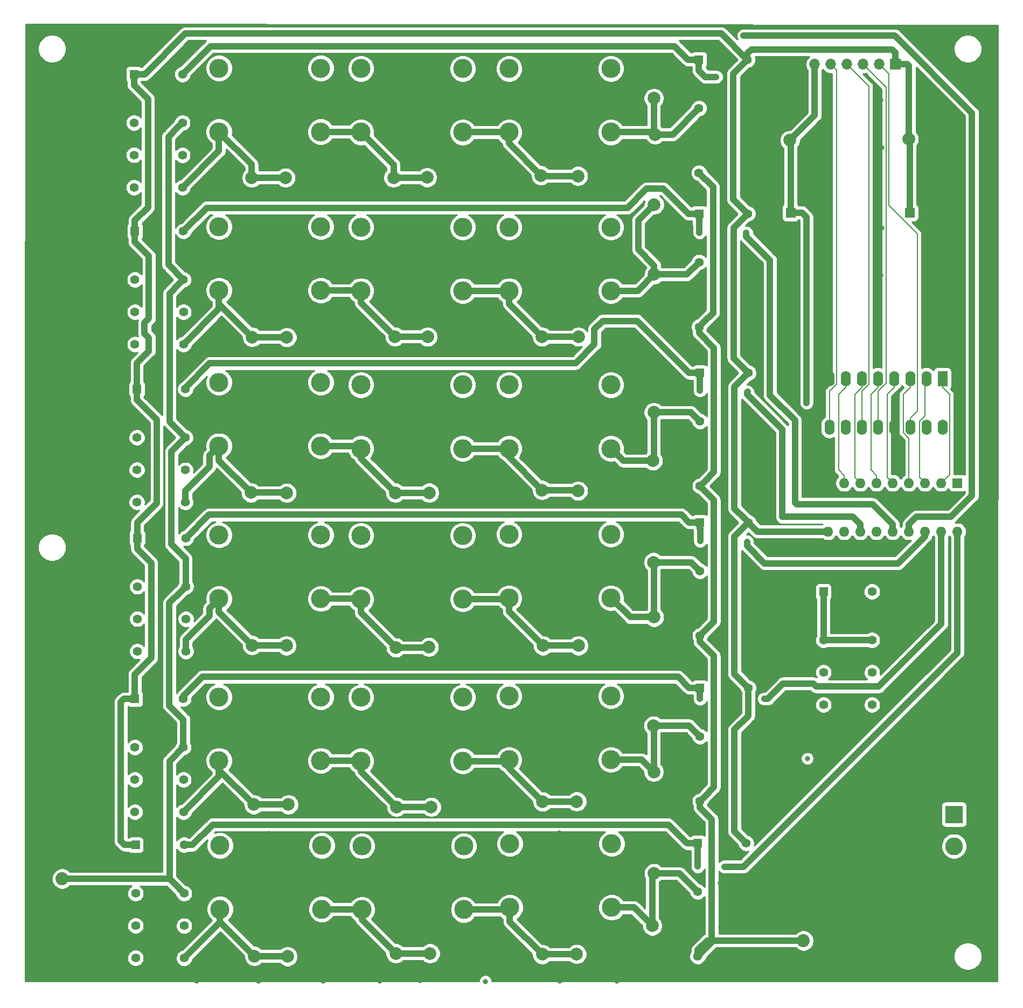
<source format=gbr>
G04 #@! TF.GenerationSoftware,KiCad,Pcbnew,(5.1.5)-3*
G04 #@! TF.CreationDate,2020-01-28T11:01:40+01:00*
G04 #@! TF.ProjectId,bandfilter,62616e64-6669-46c7-9465-722e6b696361,rev?*
G04 #@! TF.SameCoordinates,Original*
G04 #@! TF.FileFunction,Copper,L1,Top*
G04 #@! TF.FilePolarity,Positive*
%FSLAX46Y46*%
G04 Gerber Fmt 4.6, Leading zero omitted, Abs format (unit mm)*
G04 Created by KiCad (PCBNEW (5.1.5)-3) date 2020-01-28 11:01:40*
%MOMM*%
%LPD*%
G04 APERTURE LIST*
%ADD10O,1.600000X2.400000*%
%ADD11R,1.600000X2.400000*%
%ADD12R,1.600000X1.600000*%
%ADD13O,1.600000X1.600000*%
%ADD14C,1.400000*%
%ADD15R,1.400000X1.400000*%
%ADD16C,2.000000*%
%ADD17R,1.700000X1.700000*%
%ADD18O,1.700000X1.700000*%
%ADD19C,3.000000*%
%ADD20C,1.600000*%
%ADD21C,2.250000*%
%ADD22C,2.050000*%
%ADD23R,2.800000X2.800000*%
%ADD24C,2.800000*%
%ADD25C,0.800000*%
%ADD26C,1.000000*%
%ADD27C,0.200000*%
%ADD28C,0.254000*%
G04 APERTURE END LIST*
D10*
X224058480Y-84983320D03*
X206278480Y-77363320D03*
X221518480Y-84983320D03*
X208818480Y-77363320D03*
X218978480Y-84983320D03*
X211358480Y-77363320D03*
X216438480Y-84983320D03*
X213898480Y-77363320D03*
X213898480Y-84983320D03*
X216438480Y-77363320D03*
X211358480Y-84983320D03*
X218978480Y-77363320D03*
X208818480Y-84983320D03*
X221518480Y-77363320D03*
X206278480Y-84983320D03*
D11*
X224058480Y-77363320D03*
D12*
X226405440Y-93756480D03*
D13*
X206085440Y-101376480D03*
X223865440Y-93756480D03*
X208625440Y-101376480D03*
X221325440Y-93756480D03*
X211165440Y-101376480D03*
X218785440Y-93756480D03*
X213705440Y-101376480D03*
X216245440Y-93756480D03*
X216245440Y-101376480D03*
X213705440Y-93756480D03*
X218785440Y-101376480D03*
X211165440Y-93756480D03*
X221325440Y-101376480D03*
X208625440Y-93756480D03*
X223865440Y-101376480D03*
X206085440Y-93756480D03*
X226405440Y-101376480D03*
D14*
X104846120Y-158252160D03*
X104856120Y-168422160D03*
X104856120Y-163342160D03*
X97226120Y-158252160D03*
X97226120Y-168412160D03*
X97226120Y-163322160D03*
X104846120Y-150632160D03*
D15*
X97226120Y-150632160D03*
X97439480Y-78999080D03*
D14*
X105059480Y-78999080D03*
X97439480Y-91689080D03*
X97439480Y-96779080D03*
X97439480Y-86619080D03*
X105069480Y-91709080D03*
X105069480Y-96789080D03*
X105059480Y-86619080D03*
D15*
X185933080Y-76459080D03*
D14*
X193553080Y-76459080D03*
X185933080Y-89149080D03*
X185933080Y-94239080D03*
X185933080Y-84079080D03*
X193563080Y-89169080D03*
X193563080Y-94249080D03*
X193553080Y-84079080D03*
D16*
X115490000Y-45765720D03*
X110490000Y-45765720D03*
X155945840Y-45415200D03*
X160945840Y-45415200D03*
D17*
X216674700Y-27962860D03*
D18*
X214134700Y-27962860D03*
X211594700Y-27962860D03*
X209054700Y-27962860D03*
X206514700Y-27962860D03*
X203974700Y-27962860D03*
X201434700Y-27962860D03*
D15*
X96972120Y-29514800D03*
D14*
X104592120Y-29514800D03*
X96972120Y-42204800D03*
X96972120Y-47294800D03*
X96972120Y-37134800D03*
X104602120Y-42224800D03*
X104602120Y-47304800D03*
X104592120Y-37134800D03*
D15*
X97129600Y-54178200D03*
D14*
X104749600Y-54178200D03*
X97129600Y-66868200D03*
X97129600Y-71958200D03*
X97129600Y-61798200D03*
X104759600Y-66888200D03*
X104759600Y-71968200D03*
X104749600Y-61798200D03*
X105125520Y-110027720D03*
X105135520Y-120197720D03*
X105135520Y-115117720D03*
X97505520Y-110027720D03*
X97505520Y-120187720D03*
X97505520Y-115097720D03*
X105125520Y-102407720D03*
D15*
X97505520Y-102407720D03*
D14*
X104749600Y-135290560D03*
X104759600Y-145460560D03*
X104759600Y-140380560D03*
X97129600Y-135290560D03*
X97129600Y-145450560D03*
X97129600Y-140360560D03*
X104749600Y-127670560D03*
D15*
X97129600Y-127670560D03*
D14*
X193400680Y-34853880D03*
X193410680Y-45023880D03*
X193410680Y-39943880D03*
X185780680Y-34853880D03*
X185780680Y-45013880D03*
X185780680Y-39923880D03*
X193400680Y-27233880D03*
D15*
X185780680Y-27233880D03*
X185811160Y-51424840D03*
D14*
X193431160Y-51424840D03*
X185811160Y-64114840D03*
X185811160Y-69204840D03*
X185811160Y-59044840D03*
X193441160Y-64134840D03*
X193441160Y-69214840D03*
X193431160Y-59044840D03*
X193553080Y-107579160D03*
X193563080Y-117749160D03*
X193563080Y-112669160D03*
X185933080Y-107579160D03*
X185933080Y-117739160D03*
X185933080Y-112649160D03*
X193553080Y-99959160D03*
D15*
X185933080Y-99959160D03*
X185933080Y-125968760D03*
D14*
X193553080Y-125968760D03*
X185933080Y-138658760D03*
X185933080Y-143748760D03*
X185933080Y-133588760D03*
X193563080Y-138678760D03*
X193563080Y-143758760D03*
X193553080Y-133588760D03*
X193207640Y-157988000D03*
X193217640Y-168158000D03*
X193217640Y-163078000D03*
X185587640Y-157988000D03*
X185587640Y-168148000D03*
X185587640Y-163058000D03*
X193207640Y-150368000D03*
D15*
X185587640Y-150368000D03*
D19*
X110342680Y-38565300D03*
X126342680Y-38565300D03*
X110342680Y-28565300D03*
X126342680Y-28565300D03*
X148654040Y-28631340D03*
X132654040Y-28631340D03*
X148654040Y-38631340D03*
X132654040Y-38631340D03*
D16*
X120796040Y-45780960D03*
X125796040Y-45780960D03*
X132779760Y-45775880D03*
X137779760Y-45775880D03*
X178887120Y-43982640D03*
X178887120Y-38982640D03*
X178694080Y-33285440D03*
X178694080Y-28285440D03*
X223768920Y-39720520D03*
X218768920Y-39720520D03*
X205084680Y-39893240D03*
X200084680Y-39893240D03*
X143041360Y-45735240D03*
X148041360Y-45735240D03*
X171785280Y-45521880D03*
X166785280Y-45521880D03*
X115581440Y-70815200D03*
X110581440Y-70815200D03*
X125999240Y-70866000D03*
X120999240Y-70866000D03*
X132977880Y-70754240D03*
X137977880Y-70754240D03*
X143122640Y-70779640D03*
X148122640Y-70779640D03*
X171846240Y-70784720D03*
X166846240Y-70784720D03*
X156128720Y-70784720D03*
X161128720Y-70784720D03*
X178755040Y-54991000D03*
X178755040Y-49991000D03*
X178755040Y-60989200D03*
X178755040Y-65989200D03*
X115383320Y-95275400D03*
X110383320Y-95275400D03*
X125968760Y-95316040D03*
X120968760Y-95316040D03*
X138074400Y-95300800D03*
X133074400Y-95300800D03*
X148376640Y-95300800D03*
X143376640Y-95300800D03*
X166785280Y-94990920D03*
X171785280Y-94990920D03*
X161128720Y-94879160D03*
X156128720Y-94879160D03*
X178689000Y-82657960D03*
X178689000Y-77657960D03*
X178556920Y-95255080D03*
X178556920Y-90255080D03*
X110539520Y-119247920D03*
X115539520Y-119247920D03*
X125933200Y-119303800D03*
X120933200Y-119303800D03*
X133154040Y-119623840D03*
X138154040Y-119623840D03*
X143336000Y-119527320D03*
X148336000Y-119527320D03*
X156270960Y-119308880D03*
X161270960Y-119308880D03*
X166825920Y-119308880D03*
X171825920Y-119308880D03*
X178714400Y-119827040D03*
X178714400Y-114827040D03*
X178638200Y-101224080D03*
X178638200Y-106224080D03*
X121263400Y-144297400D03*
X126263400Y-144297400D03*
X115825280Y-144287240D03*
X110825280Y-144287240D03*
X133236960Y-144668240D03*
X138236960Y-144668240D03*
X143696680Y-144668240D03*
X148696680Y-144668240D03*
X156215080Y-143835120D03*
X161215080Y-143835120D03*
X171561760Y-143814800D03*
X166561760Y-143814800D03*
X178678840Y-144139920D03*
X178678840Y-139139920D03*
X178622960Y-131883160D03*
X178622960Y-126883160D03*
X115896400Y-168107360D03*
X110896400Y-168107360D03*
X126116080Y-168163240D03*
X121116080Y-168163240D03*
X138140440Y-167685720D03*
X133140440Y-167685720D03*
X143508720Y-167685720D03*
X148508720Y-167685720D03*
X161159200Y-167833040D03*
X156159200Y-167833040D03*
X166551600Y-167787320D03*
X171551600Y-167787320D03*
X178445160Y-168335960D03*
X178445160Y-163335960D03*
X178714400Y-150093680D03*
X178714400Y-155093680D03*
D19*
X171940760Y-28631340D03*
X155940760Y-28631340D03*
X171940760Y-38631340D03*
X155940760Y-38631340D03*
X110342680Y-63492240D03*
X126342680Y-63492240D03*
X110342680Y-53492240D03*
X126342680Y-53492240D03*
X132654040Y-63558280D03*
X148654040Y-63558280D03*
X132654040Y-53558280D03*
X148654040Y-53558280D03*
X171940760Y-53558280D03*
X155940760Y-53558280D03*
X171940760Y-63558280D03*
X155940760Y-63558280D03*
X126342680Y-77933960D03*
X110342680Y-77933960D03*
X126342680Y-87933960D03*
X110342680Y-87933960D03*
X132654040Y-88341200D03*
X148654040Y-88341200D03*
X132654040Y-78341200D03*
X148654040Y-78341200D03*
X155940760Y-88341200D03*
X171940760Y-88341200D03*
X155940760Y-78341200D03*
X171940760Y-78341200D03*
X110342680Y-111933960D03*
X126342680Y-111933960D03*
X110342680Y-101933960D03*
X126342680Y-101933960D03*
X148654040Y-102000000D03*
X132654040Y-102000000D03*
X148654040Y-112000000D03*
X132654040Y-112000000D03*
X171940760Y-101820960D03*
X155940760Y-101820960D03*
X171940760Y-111820960D03*
X155940760Y-111820960D03*
X126342680Y-127383520D03*
X110342680Y-127383520D03*
X126342680Y-137383520D03*
X110342680Y-137383520D03*
X132654040Y-137449560D03*
X148654040Y-137449560D03*
X132654040Y-127449560D03*
X148654040Y-127449560D03*
X155940760Y-137231120D03*
X171940760Y-137231120D03*
X155940760Y-127231120D03*
X171940760Y-127231120D03*
X126500160Y-150727960D03*
X110500160Y-150727960D03*
X126500160Y-160727960D03*
X110500160Y-160727960D03*
X148811520Y-150794000D03*
X132811520Y-150794000D03*
X148811520Y-160794000D03*
X132811520Y-160794000D03*
X156062680Y-160451800D03*
X172062680Y-160451800D03*
X156062680Y-150451800D03*
X172062680Y-150451800D03*
D20*
X223897200Y-51267360D03*
D12*
X218897200Y-51267360D03*
X200182480Y-51267360D03*
D20*
X205182480Y-51267360D03*
D21*
X83149440Y-158490920D03*
X83149440Y-153410920D03*
X88229440Y-153410920D03*
X88229440Y-158490920D03*
D22*
X85689440Y-155950920D03*
X202204320Y-165684200D03*
D21*
X204744320Y-168224200D03*
X204744320Y-163144200D03*
X199664320Y-163144200D03*
X199664320Y-168224200D03*
D15*
X205348840Y-110825280D03*
D14*
X212968840Y-110825280D03*
X205348840Y-123515280D03*
X205348840Y-128605280D03*
X205348840Y-118445280D03*
X212978840Y-123535280D03*
X212978840Y-128615280D03*
X212968840Y-118445280D03*
D23*
X225861880Y-145826480D03*
D24*
X225861880Y-150826480D03*
D25*
X152232360Y-172090080D03*
X202819000Y-137048240D03*
X85948520Y-96677480D03*
X85948520Y-91643200D03*
X85968840Y-86512400D03*
X85968840Y-81376520D03*
X86070440Y-76387960D03*
X85928200Y-71343520D03*
X86100920Y-66212720D03*
X85928200Y-60909200D03*
X85928200Y-56215280D03*
X85928200Y-51175920D03*
X86014560Y-45699680D03*
X86100920Y-40919400D03*
X86060280Y-35366960D03*
X86060280Y-30764480D03*
X91109800Y-25567640D03*
X96306640Y-25567640D03*
X104871520Y-25831800D03*
X196641720Y-27889200D03*
X196641720Y-34462720D03*
X196535040Y-41970960D03*
X196535040Y-49479200D03*
X196743320Y-55112920D03*
X199999600Y-61264800D03*
X199953880Y-66476880D03*
X199811640Y-71749920D03*
X199506840Y-77058520D03*
X196590920Y-86446360D03*
X196743320Y-92603320D03*
X196590920Y-97409000D03*
X196291200Y-103266240D03*
X197043040Y-110774480D03*
X196743320Y-116784120D03*
X196977000Y-121569480D03*
X196712840Y-131236720D03*
X196977000Y-136072880D03*
X196977000Y-141965680D03*
X189026800Y-167863520D03*
X189204600Y-163682680D03*
X189133480Y-156606240D03*
X189473840Y-150789640D03*
X189351920Y-143464280D03*
X190179960Y-130169920D03*
X189184280Y-117642640D03*
X189296040Y-94122240D03*
X190093600Y-76662280D03*
X189260480Y-69047360D03*
X190225680Y-51429920D03*
X189072520Y-43728640D03*
X189199520Y-38069520D03*
X171881800Y-49027080D03*
X164002720Y-48844200D03*
X155615640Y-48950880D03*
X148930360Y-49027080D03*
X142402560Y-48900080D03*
X135895080Y-48742600D03*
X129179320Y-48432720D03*
X118247160Y-48376840D03*
X100954840Y-30190440D03*
X100893880Y-36809680D03*
X101269800Y-61864240D03*
X100655120Y-69245480D03*
X100802440Y-75468480D03*
X102229920Y-106263440D03*
X100914200Y-100944680D03*
X100345240Y-123758960D03*
X100660200Y-131216400D03*
X100685600Y-138267440D03*
X100685600Y-144937480D03*
X100533200Y-150596600D03*
X100716080Y-158328360D03*
X100716080Y-163423600D03*
X108000800Y-73665080D03*
X118160800Y-73284080D03*
X129458720Y-73060560D03*
X140756640Y-72679560D03*
X151749760Y-72908160D03*
X163957000Y-72984360D03*
X177657760Y-73040240D03*
X107543600Y-97434400D03*
X129382520Y-97160080D03*
X117916960Y-91516200D03*
X140756640Y-91699080D03*
X152222200Y-91607640D03*
X152130760Y-96159320D03*
X164048440Y-91881960D03*
X174787560Y-92064840D03*
X183103520Y-95778320D03*
X108285280Y-122692160D03*
X118221760Y-122473720D03*
X129357120Y-122473720D03*
X140604240Y-122143520D03*
X151963120Y-121925080D03*
X163972240Y-121818400D03*
X175000920Y-121599960D03*
X184063640Y-121269760D03*
X129529840Y-145704560D03*
X118155720Y-148813520D03*
X107081320Y-146766280D03*
X140898880Y-148960840D03*
X152349200Y-145475960D03*
X152349200Y-149341840D03*
X163845240Y-148737320D03*
X174767240Y-145399760D03*
X183108600Y-145856960D03*
X95544640Y-171546520D03*
X106827320Y-171998640D03*
X116560600Y-171998640D03*
X126751080Y-171998640D03*
X135580120Y-171998640D03*
X141950440Y-171912280D03*
X163875720Y-171998640D03*
X172913040Y-171998640D03*
X183286400Y-171637960D03*
X191292480Y-171637960D03*
X195752720Y-171455080D03*
X211764880Y-171546520D03*
X219776040Y-171546520D03*
X228234240Y-162717480D03*
X228305360Y-157662880D03*
X228244400Y-152547320D03*
X197429120Y-157571440D03*
X202661520Y-157723840D03*
X207893920Y-152415240D03*
X212669120Y-147335240D03*
X217977720Y-142102840D03*
X223210120Y-137175240D03*
X202514200Y-127182880D03*
X202839320Y-86654640D03*
X214370920Y-61137800D03*
X214497920Y-53624480D03*
X214497920Y-41056560D03*
X214370920Y-33619440D03*
X212694520Y-137048240D03*
X218048840Y-137048240D03*
X223123760Y-127030480D03*
X231358440Y-127172720D03*
X231632760Y-120172480D03*
X231907080Y-114543840D03*
X231561640Y-107543600D03*
X231632760Y-100045520D03*
X231896920Y-92283280D03*
X231830880Y-84785200D03*
X231871520Y-78399640D03*
X231470200Y-70606920D03*
X231551480Y-64424560D03*
X231394000Y-58318400D03*
X230774240Y-50825400D03*
X230972360Y-45684440D03*
X230972360Y-41341040D03*
X231368600Y-35610800D03*
X231368600Y-30866080D03*
X221686120Y-22763480D03*
X91363800Y-167883840D03*
X86004400Y-167883840D03*
X81046320Y-167802560D03*
X80965040Y-162361880D03*
X90855800Y-147650200D03*
X90855800Y-142255240D03*
X90855800Y-137058400D03*
X91053920Y-132262880D03*
X91125040Y-127254000D03*
X91043760Y-121975880D03*
X91206320Y-116692680D03*
X91206320Y-111978440D03*
X91140280Y-106756200D03*
X91140280Y-101843840D03*
X91221560Y-96550480D03*
X91170760Y-91556840D03*
X91094560Y-86578440D03*
X91211400Y-81386680D03*
X91094560Y-76479400D03*
X91221560Y-71216520D03*
X91155520Y-66146680D03*
X91084400Y-61285120D03*
X91221560Y-56281320D03*
X91079320Y-50962560D03*
X91114880Y-45918120D03*
X91079320Y-40767000D03*
X91119960Y-35712400D03*
X91246960Y-30662880D03*
X85907880Y-147655280D03*
X85745320Y-142641320D03*
X85989160Y-137053320D03*
X86075520Y-132364480D03*
X86075520Y-127025400D03*
X86156800Y-122011440D03*
X86141560Y-116870480D03*
X86039960Y-112034320D03*
X151983440Y-167452040D03*
X151983440Y-163047680D03*
X152125680Y-157794960D03*
X152125680Y-152679400D03*
X152410160Y-141605000D03*
X152552400Y-131947920D03*
X151983440Y-126974600D03*
X152125680Y-117033040D03*
X152267920Y-107233720D03*
X152267920Y-101838760D03*
X152267920Y-85222080D03*
X152125680Y-81528920D03*
X152267920Y-76845160D03*
X129555240Y-167899080D03*
X129494280Y-158140400D03*
X129555240Y-152714960D03*
X129636520Y-141564360D03*
X129773680Y-134152640D03*
X129428240Y-128818640D03*
X129428240Y-116682520D03*
X129595880Y-106786680D03*
X129296160Y-101798120D03*
X129494280Y-92821760D03*
X129494280Y-83840320D03*
X129494280Y-77957680D03*
X129077720Y-61137800D03*
X129316480Y-53837840D03*
X129128520Y-43875960D03*
X129413000Y-35687000D03*
X129270760Y-29509720D03*
X107289600Y-30373320D03*
X107289600Y-41000680D03*
X107345480Y-66212720D03*
X107345480Y-56443880D03*
X107492800Y-89336880D03*
X107492800Y-82153760D03*
X107619800Y-102849680D03*
X107452160Y-109489240D03*
X107284520Y-139512040D03*
X107452160Y-128325880D03*
X107487720Y-161996120D03*
X107248960Y-153253440D03*
X192862200Y-23464520D03*
X188488320Y-29941520D03*
X193192400Y-54366160D03*
X185861960Y-54386480D03*
X193370200Y-79375000D03*
X185938160Y-79237840D03*
X193334640Y-102946200D03*
X185973720Y-102864920D03*
X196042280Y-127665480D03*
X185933080Y-127668760D03*
X189692280Y-154056080D03*
X185587640Y-154025600D03*
X202697080Y-81153000D03*
D26*
X120780800Y-45765720D02*
X120796040Y-45780960D01*
X115490000Y-45765720D02*
X120780800Y-45765720D01*
X115490000Y-43712620D02*
X110342680Y-38565300D01*
X115490000Y-45765720D02*
X115490000Y-43712620D01*
X110342680Y-41564240D02*
X110342680Y-38565300D01*
X104602120Y-47304800D02*
X110342680Y-41564240D01*
X110342680Y-65576440D02*
X115581440Y-70815200D01*
X110342680Y-63492240D02*
X110342680Y-65576440D01*
X120948440Y-70815200D02*
X120999240Y-70866000D01*
X115581440Y-70815200D02*
X120948440Y-70815200D01*
X110342680Y-66385120D02*
X110342680Y-63492240D01*
X104759600Y-71968200D02*
X110342680Y-66385120D01*
X148654040Y-63558280D02*
X155940760Y-63558280D01*
X155940760Y-65596760D02*
X161128720Y-70784720D01*
X155940760Y-63558280D02*
X155940760Y-65596760D01*
X161128720Y-70784720D02*
X166846240Y-70784720D01*
X171846240Y-70815200D02*
X178689000Y-77657960D01*
X171846240Y-70784720D02*
X171846240Y-70815200D01*
X184080680Y-27233880D02*
X185780680Y-27233880D01*
X181952160Y-25105360D02*
X184080680Y-27233880D01*
X109001560Y-25105360D02*
X181952160Y-25105360D01*
X104592120Y-29514800D02*
X109001560Y-25105360D01*
X192862200Y-23464520D02*
X192796160Y-23464520D01*
X185780680Y-28933880D02*
X186788320Y-29941520D01*
X185780680Y-27233880D02*
X185780680Y-28933880D01*
X186788320Y-29941520D02*
X188488320Y-29941520D01*
X218785440Y-100245110D02*
X218785440Y-101376480D01*
X219954071Y-99076479D02*
X218785440Y-100245110D01*
X225385443Y-99076479D02*
X219954071Y-99076479D01*
X228705441Y-95756481D02*
X225385443Y-99076479D01*
X228705441Y-35593599D02*
X228705441Y-95756481D01*
X216576362Y-23464520D02*
X228705441Y-35593599D01*
X192862200Y-23464520D02*
X216576362Y-23464520D01*
X184111160Y-51424840D02*
X185811160Y-51424840D01*
X180177319Y-47490999D02*
X184111160Y-51424840D01*
X177555039Y-47490999D02*
X180177319Y-47490999D01*
X174553799Y-50492239D02*
X177555039Y-47490999D01*
X108435561Y-50492239D02*
X174553799Y-50492239D01*
X104749600Y-54178200D02*
X108435561Y-50492239D01*
X185811160Y-53124840D02*
X185861960Y-53175640D01*
X185811160Y-51424840D02*
X185811160Y-53124840D01*
X185861960Y-53175640D02*
X185861960Y-54386480D01*
X193231169Y-54994209D02*
X193231169Y-54453271D01*
X196941440Y-58704480D02*
X193231169Y-54994209D01*
X196941440Y-79979520D02*
X196941440Y-58704480D01*
X216245440Y-101376480D02*
X216245440Y-100245110D01*
X213076799Y-97076469D02*
X201125029Y-97076469D01*
X216245440Y-100245110D02*
X213076799Y-97076469D01*
X200896011Y-96847451D02*
X200896011Y-83934091D01*
X201125029Y-97076469D02*
X200896011Y-96847451D01*
X200896011Y-83934091D02*
X196941440Y-79979520D01*
X176058719Y-68284719D02*
X184233080Y-76459080D01*
X170646239Y-68284719D02*
X176058719Y-68284719D01*
X169346240Y-69584718D02*
X170646239Y-68284719D01*
X169346240Y-71984722D02*
X169346240Y-69584718D01*
X166397003Y-74933959D02*
X169346240Y-71984722D01*
X108902679Y-74933959D02*
X166397003Y-74933959D01*
X184233080Y-76459080D02*
X185933080Y-76459080D01*
X105059480Y-78777158D02*
X108902679Y-74933959D01*
X105059480Y-78999080D02*
X105059480Y-78777158D01*
X185933080Y-78159080D02*
X185938160Y-78164160D01*
X185933080Y-76459080D02*
X185933080Y-78159080D01*
X185938160Y-78164160D02*
X185938160Y-79237840D01*
X209996809Y-99076479D02*
X198896001Y-99076479D01*
X211165440Y-101376480D02*
X211165440Y-100245110D01*
X211165440Y-100245110D02*
X209996809Y-99076479D01*
X193370200Y-79470400D02*
X193417900Y-79422700D01*
X193370200Y-79847440D02*
X193370200Y-79470400D01*
X198896001Y-99076479D02*
X198896001Y-85373241D01*
X198896001Y-85373241D02*
X193370200Y-79847440D01*
X184233080Y-99959160D02*
X185933080Y-99959160D01*
X182997999Y-98724079D02*
X184233080Y-99959160D01*
X108809161Y-98724079D02*
X182997999Y-98724079D01*
X105125520Y-102407720D02*
X108809161Y-98724079D01*
X185933080Y-100888800D02*
X185973720Y-100929440D01*
X185933080Y-99959160D02*
X185933080Y-100888800D01*
X185973720Y-100929440D02*
X185973720Y-102864920D01*
X221325440Y-101376480D02*
X221325440Y-102138480D01*
X221325440Y-102138480D02*
X217068400Y-106395520D01*
X193353089Y-103640289D02*
X193353089Y-102987591D01*
X217068400Y-106395520D02*
X196108320Y-106395520D01*
X196108320Y-106395520D02*
X193353089Y-103640289D01*
X184233080Y-125968760D02*
X185933080Y-125968760D01*
X182495439Y-124231119D02*
X184233080Y-125968760D01*
X107742001Y-124231119D02*
X182495439Y-124231119D01*
X104749600Y-127223520D02*
X107742001Y-124231119D01*
X104749600Y-127670560D02*
X104749600Y-127223520D01*
X185933080Y-125968760D02*
X185933080Y-127668760D01*
X185933080Y-127668760D02*
X185938160Y-127673840D01*
X196607965Y-127665480D02*
X196042280Y-127665480D01*
X223865440Y-115904682D02*
X223865440Y-102507850D01*
X214034841Y-125735281D02*
X223865440Y-115904682D01*
X204190801Y-125735281D02*
X214034841Y-125735281D01*
X203738399Y-125282879D02*
X204190801Y-125735281D01*
X223865440Y-102507850D02*
X223865440Y-101376480D01*
X198990566Y-125282879D02*
X203738399Y-125282879D01*
X196607965Y-127665480D02*
X198990566Y-125282879D01*
X183887640Y-150368000D02*
X185587640Y-150368000D01*
X180971439Y-147451799D02*
X183887640Y-150368000D01*
X109336319Y-147451799D02*
X180971439Y-147451799D01*
X106155958Y-150632160D02*
X109336319Y-147451799D01*
X104846120Y-150632160D02*
X106155958Y-150632160D01*
X185587640Y-150368000D02*
X185587640Y-154025600D01*
X192775562Y-154056080D02*
X189787651Y-154056080D01*
X226405440Y-101376480D02*
X226405440Y-120426202D01*
X226405440Y-120426202D02*
X192775562Y-154056080D01*
D27*
X209904699Y-28812859D02*
X209054700Y-27962860D01*
X212458490Y-31366650D02*
X209904699Y-28812859D01*
X212458490Y-78229008D02*
X212458490Y-31366650D01*
X211358480Y-79329018D02*
X212458490Y-78229008D01*
X211358480Y-84983320D02*
X211358480Y-79329018D01*
D26*
X178714400Y-106300280D02*
X178638200Y-106224080D01*
X178714400Y-114827040D02*
X178714400Y-106300280D01*
X174946840Y-114827040D02*
X171940760Y-111820960D01*
X178714400Y-114827040D02*
X174946840Y-114827040D01*
X184578000Y-106224080D02*
X185933080Y-107579160D01*
X178638200Y-106224080D02*
X184578000Y-106224080D01*
X132811520Y-162356800D02*
X138140440Y-167685720D01*
X132811520Y-160794000D02*
X132811520Y-162356800D01*
X138140440Y-167685720D02*
X143508720Y-167685720D01*
X132745480Y-160727960D02*
X132811520Y-160794000D01*
X126500160Y-160727960D02*
X132745480Y-160727960D01*
X104425521Y-110727719D02*
X105125520Y-110027720D01*
X102549599Y-112603641D02*
X104425521Y-110727719D01*
X102549599Y-128726561D02*
X102549599Y-112603641D01*
X104749600Y-130926562D02*
X102549599Y-128726561D01*
X104749600Y-135290560D02*
X104749600Y-130926562D01*
X104359481Y-87319079D02*
X105059480Y-86619080D01*
X102869479Y-88809081D02*
X104359481Y-87319079D01*
X102869479Y-103407681D02*
X102869479Y-88809081D01*
X105125520Y-105663722D02*
X102869479Y-103407681D01*
X105125520Y-110027720D02*
X105125520Y-105663722D01*
X104049601Y-62498199D02*
X104749600Y-61798200D01*
X102559599Y-63988201D02*
X104049601Y-62498199D01*
X102559599Y-84119199D02*
X102559599Y-63988201D01*
X105059480Y-86619080D02*
X102559599Y-84119199D01*
X103892121Y-37834799D02*
X104592120Y-37134800D01*
X102392119Y-39334801D02*
X103892121Y-37834799D01*
X102392119Y-59440719D02*
X102392119Y-39334801D01*
X104749600Y-61798200D02*
X102392119Y-59440719D01*
X104846120Y-158252160D02*
X104146121Y-157552161D01*
X104749600Y-135290560D02*
X102559599Y-137480561D01*
X102559599Y-155965639D02*
X104846120Y-158252160D01*
X102559599Y-137480561D02*
X102559599Y-155965639D01*
X97455601Y-155965639D02*
X102559599Y-155965639D01*
X97440882Y-155950920D02*
X97455601Y-155965639D01*
X85689440Y-155950920D02*
X97440882Y-155950920D01*
D27*
X224058480Y-78763320D02*
X224058480Y-77363320D01*
X225158490Y-79863330D02*
X224058480Y-78763320D01*
X225158490Y-92463430D02*
X225158490Y-79863330D01*
X223865440Y-93756480D02*
X225158490Y-92463430D01*
X221274640Y-77607160D02*
X221518480Y-77363320D01*
X221274640Y-83174840D02*
X221274640Y-77607160D01*
X220418470Y-84031010D02*
X221274640Y-83174840D01*
X221325440Y-93756480D02*
X220418470Y-92849510D01*
X220418470Y-92849510D02*
X220418470Y-84031010D01*
X218978480Y-78763320D02*
X218978480Y-77363320D01*
X217878470Y-79863330D02*
X218978480Y-78763320D01*
X217878470Y-85838959D02*
X217878470Y-79863330D01*
X218785440Y-86745929D02*
X217878470Y-85838959D01*
X218785440Y-93756480D02*
X218785440Y-86745929D01*
X216438480Y-78763320D02*
X216438480Y-77363320D01*
X215338470Y-79863330D02*
X216438480Y-78763320D01*
X215338470Y-92849510D02*
X215338470Y-79863330D01*
X216245440Y-93756480D02*
X215338470Y-92849510D01*
X213898480Y-78763320D02*
X213898480Y-77363320D01*
X212798470Y-79863330D02*
X213898480Y-78763320D01*
X212798470Y-91718140D02*
X212798470Y-79863330D01*
X213705440Y-92625110D02*
X212798470Y-91718140D01*
X213705440Y-93756480D02*
X213705440Y-92625110D01*
X211358480Y-78763320D02*
X211358480Y-77363320D01*
X210258470Y-79863330D02*
X211358480Y-78763320D01*
X210258470Y-92849510D02*
X210258470Y-79863330D01*
X211165440Y-93756480D02*
X210258470Y-92849510D01*
X208818480Y-78763320D02*
X208818480Y-77363320D01*
X207718470Y-79863330D02*
X208818480Y-78763320D01*
X207718470Y-91718140D02*
X207718470Y-79863330D01*
X208625440Y-92625110D02*
X207718470Y-91718140D01*
X208625440Y-93756480D02*
X208625440Y-92625110D01*
D26*
X186511159Y-68504841D02*
X185811160Y-69204840D01*
X188011161Y-67004839D02*
X186511159Y-68504841D01*
X188011161Y-47244361D02*
X188011161Y-67004839D01*
X185780680Y-45013880D02*
X188011161Y-47244361D01*
X186633079Y-93539081D02*
X185933080Y-94239080D01*
X188133081Y-92039079D02*
X186633079Y-93539081D01*
X188133081Y-72516710D02*
X188133081Y-92039079D01*
X185811160Y-70194789D02*
X188133081Y-72516710D01*
X185811160Y-69204840D02*
X185811160Y-70194789D01*
X186633079Y-117039161D02*
X185933080Y-117739160D01*
X188133081Y-115539159D02*
X186633079Y-117039161D01*
X188133081Y-96439081D02*
X188133081Y-115539159D01*
X185933080Y-94239080D02*
X188133081Y-96439081D01*
X186633079Y-143048761D02*
X185933080Y-143748760D01*
X188133081Y-141548759D02*
X186633079Y-143048761D01*
X188133081Y-120929110D02*
X188133081Y-141548759D01*
X185933080Y-118729109D02*
X188133081Y-120929110D01*
X185933080Y-117739160D02*
X185933080Y-118729109D01*
X186287639Y-167448001D02*
X185587640Y-168148000D01*
X187787641Y-165947999D02*
X186287639Y-167448001D01*
X187787641Y-146593270D02*
X187787641Y-165947999D01*
X185933080Y-144738709D02*
X187787641Y-146593270D01*
X185933080Y-143748760D02*
X185933080Y-144738709D01*
X187061491Y-165684200D02*
X200754752Y-165684200D01*
X185587640Y-167158051D02*
X187061491Y-165684200D01*
X200754752Y-165684200D02*
X202204320Y-165684200D01*
X185587640Y-168148000D02*
X185587640Y-167158051D01*
D27*
X207364699Y-28812859D02*
X206514700Y-27962860D01*
X207378490Y-28826650D02*
X207364699Y-28812859D01*
X207378490Y-78218959D02*
X207378490Y-28826650D01*
X206278480Y-79318969D02*
X207378490Y-78218959D01*
X206278480Y-84983320D02*
X206278480Y-79318969D01*
X212444699Y-28812859D02*
X211594700Y-27962860D01*
X215197921Y-31566081D02*
X212444699Y-28812859D01*
X215197921Y-78029577D02*
X215197921Y-31566081D01*
X213898480Y-79329018D02*
X215197921Y-78029577D01*
X213898480Y-84983320D02*
X213898480Y-79329018D01*
X214984699Y-28812859D02*
X214134700Y-27962860D01*
X215597931Y-29426091D02*
X214984699Y-28812859D01*
X215597931Y-50108093D02*
X215597931Y-29426091D01*
X220078490Y-54588652D02*
X215597931Y-50108093D01*
X220078490Y-82483310D02*
X220078490Y-54588652D01*
X218978480Y-83583320D02*
X220078490Y-82483310D01*
X218978480Y-84983320D02*
X218978480Y-83583320D01*
D26*
X143000720Y-45775880D02*
X143041360Y-45735240D01*
X137779760Y-45775880D02*
X143000720Y-45775880D01*
X137779760Y-43757060D02*
X132654040Y-38631340D01*
X137779760Y-45775880D02*
X137779760Y-43757060D01*
X132588000Y-38565300D02*
X132654040Y-38631340D01*
X126342680Y-38565300D02*
X132588000Y-38565300D01*
X161052520Y-45521880D02*
X160945840Y-45415200D01*
X166785280Y-45521880D02*
X161052520Y-45521880D01*
X155940760Y-40410120D02*
X160945840Y-45415200D01*
X155940760Y-38631340D02*
X155940760Y-40410120D01*
X148654040Y-38631340D02*
X155940760Y-38631340D01*
X178535820Y-38631340D02*
X178887120Y-38982640D01*
X171940760Y-38631340D02*
X178535820Y-38631340D01*
X181651920Y-38982640D02*
X185780680Y-34853880D01*
X178887120Y-38982640D02*
X181651920Y-38982640D01*
X178694080Y-38789600D02*
X178887120Y-38982640D01*
X178694080Y-33285440D02*
X178694080Y-38789600D01*
X132588000Y-63492240D02*
X132654040Y-63558280D01*
X126342680Y-63492240D02*
X132588000Y-63492240D01*
X132654040Y-65430400D02*
X137977880Y-70754240D01*
X132654040Y-63558280D02*
X132654040Y-65430400D01*
X143097240Y-70754240D02*
X143122640Y-70779640D01*
X137977880Y-70754240D02*
X143097240Y-70754240D01*
X176185960Y-63558280D02*
X178755040Y-60989200D01*
X171940760Y-63558280D02*
X176185960Y-63558280D01*
X177755041Y-50990999D02*
X178755040Y-49991000D01*
X176255039Y-52491001D02*
X177755041Y-50990999D01*
X176255039Y-57074986D02*
X176255039Y-52491001D01*
X178755040Y-59574987D02*
X176255039Y-57074986D01*
X178755040Y-60989200D02*
X178755040Y-59574987D01*
X183866800Y-60989200D02*
X185811160Y-59044840D01*
X178755040Y-60989200D02*
X183866800Y-60989200D01*
X109964600Y-87555880D02*
X110342680Y-87933960D01*
X110342680Y-90234760D02*
X115383320Y-95275400D01*
X110342680Y-87933960D02*
X110342680Y-90234760D01*
X120928120Y-95275400D02*
X120968760Y-95316040D01*
X115383320Y-95275400D02*
X120928120Y-95275400D01*
X108842681Y-89433959D02*
X110342680Y-87933960D01*
X108842681Y-91191881D02*
X108842681Y-89433959D01*
X105069480Y-94965082D02*
X108842681Y-91191881D01*
X105069480Y-96789080D02*
X105069480Y-94965082D01*
X132246800Y-87933960D02*
X132654040Y-88341200D01*
X126342680Y-87933960D02*
X132246800Y-87933960D01*
X132654040Y-89880440D02*
X138074400Y-95300800D01*
X132654040Y-88341200D02*
X132654040Y-89880440D01*
X138074400Y-95300800D02*
X143376640Y-95300800D01*
X148654040Y-88341200D02*
X155940760Y-88341200D01*
X155940760Y-89691200D02*
X161128720Y-94879160D01*
X155940760Y-88341200D02*
X155940760Y-89691200D01*
X166673520Y-94879160D02*
X166785280Y-94990920D01*
X161128720Y-94879160D02*
X166673520Y-94879160D01*
X178689000Y-90123000D02*
X178556920Y-90255080D01*
X178689000Y-82657960D02*
X178689000Y-90123000D01*
X173854640Y-90255080D02*
X171940760Y-88341200D01*
X178556920Y-90255080D02*
X173854640Y-90255080D01*
X184511960Y-82657960D02*
X185933080Y-84079080D01*
X178689000Y-82657960D02*
X184511960Y-82657960D01*
X110342680Y-114051080D02*
X115539520Y-119247920D01*
X110342680Y-111933960D02*
X110342680Y-114051080D01*
X120877320Y-119247920D02*
X120933200Y-119303800D01*
X115539520Y-119247920D02*
X120877320Y-119247920D01*
X108842681Y-113433959D02*
X110342680Y-111933960D01*
X108842681Y-114666561D02*
X108842681Y-113433959D01*
X105135520Y-118373722D02*
X108842681Y-114666561D01*
X105135520Y-120197720D02*
X105135520Y-118373722D01*
X132588000Y-111933960D02*
X132654040Y-112000000D01*
X126342680Y-111933960D02*
X132588000Y-111933960D01*
X132654040Y-114123840D02*
X138154040Y-119623840D01*
X132654040Y-112000000D02*
X132654040Y-114123840D01*
X143239480Y-119623840D02*
X143336000Y-119527320D01*
X138154040Y-119623840D02*
X143239480Y-119623840D01*
X155761720Y-112000000D02*
X155940760Y-111820960D01*
X148654040Y-112000000D02*
X155761720Y-112000000D01*
X155940760Y-113978680D02*
X161270960Y-119308880D01*
X155940760Y-111820960D02*
X155940760Y-113978680D01*
X161270960Y-119308880D02*
X166825920Y-119308880D01*
X110342680Y-138804640D02*
X115825280Y-144287240D01*
X110342680Y-137383520D02*
X110342680Y-138804640D01*
X121253240Y-144287240D02*
X121263400Y-144297400D01*
X115825280Y-144287240D02*
X121253240Y-144287240D01*
X110342680Y-139877480D02*
X110342680Y-137383520D01*
X104759600Y-145460560D02*
X110342680Y-139877480D01*
X132588000Y-137383520D02*
X132654040Y-137449560D01*
X126342680Y-137383520D02*
X132588000Y-137383520D01*
X132654040Y-139085320D02*
X138236960Y-144668240D01*
X132654040Y-137449560D02*
X132654040Y-139085320D01*
X138236960Y-144668240D02*
X143696680Y-144668240D01*
X155722320Y-137449560D02*
X155940760Y-137231120D01*
X148654040Y-137449560D02*
X155722320Y-137449560D01*
X155940760Y-138560800D02*
X161215080Y-143835120D01*
X155940760Y-137231120D02*
X155940760Y-138560800D01*
X166541440Y-143835120D02*
X166561760Y-143814800D01*
X161215080Y-143835120D02*
X166541440Y-143835120D01*
X176770040Y-137231120D02*
X178678840Y-139139920D01*
X171940760Y-137231120D02*
X176770040Y-137231120D01*
X178678840Y-131939040D02*
X178622960Y-131883160D01*
X178678840Y-139139920D02*
X178678840Y-131939040D01*
X184227480Y-131883160D02*
X185933080Y-133588760D01*
X178622960Y-131883160D02*
X184227480Y-131883160D01*
X110500160Y-162711120D02*
X115896400Y-168107360D01*
X110500160Y-160727960D02*
X110500160Y-162711120D01*
X121060200Y-168107360D02*
X121116080Y-168163240D01*
X115896400Y-168107360D02*
X121060200Y-168107360D01*
X110500160Y-162778120D02*
X110500160Y-160727960D01*
X104856120Y-168422160D02*
X110500160Y-162778120D01*
X155720480Y-160794000D02*
X156062680Y-160451800D01*
X148811520Y-160794000D02*
X155720480Y-160794000D01*
X156062680Y-162736520D02*
X161159200Y-167833040D01*
X156062680Y-160451800D02*
X156062680Y-162736520D01*
X166505880Y-167833040D02*
X166551600Y-167787320D01*
X161159200Y-167833040D02*
X166505880Y-167833040D01*
X175561000Y-160451800D02*
X178445160Y-163335960D01*
X172062680Y-160451800D02*
X175561000Y-160451800D01*
X178445160Y-155362920D02*
X178714400Y-155093680D01*
X178445160Y-163335960D02*
X178445160Y-155362920D01*
X182693320Y-155093680D02*
X185587640Y-157988000D01*
X178714400Y-155093680D02*
X182693320Y-155093680D01*
X203974700Y-36003220D02*
X200084680Y-39893240D01*
X200182480Y-39991040D02*
X200084680Y-39893240D01*
X200182480Y-51267360D02*
X200182480Y-39991040D01*
X203974700Y-29451300D02*
X203974700Y-27962860D01*
X203974700Y-36003220D02*
X203974700Y-29451300D01*
X201982480Y-51267360D02*
X200182480Y-51267360D01*
X202697080Y-51981960D02*
X201982480Y-51267360D01*
X202697080Y-81153000D02*
X202697080Y-51981960D01*
X192700681Y-27933879D02*
X193400680Y-27233880D01*
X191200679Y-29433881D02*
X192700681Y-27933879D01*
X191200679Y-49194359D02*
X191200679Y-29433881D01*
X193431160Y-51424840D02*
X191200679Y-49194359D01*
X192853081Y-75759081D02*
X193553080Y-76459080D01*
X191231159Y-74137159D02*
X192853081Y-75759081D01*
X191231159Y-53624841D02*
X191231159Y-74137159D01*
X193431160Y-51424840D02*
X191231159Y-53624841D01*
X192853081Y-99259161D02*
X193553080Y-99959160D01*
X191353079Y-97759159D02*
X192853081Y-99259161D01*
X191353079Y-78659081D02*
X191353079Y-97759159D01*
X193553080Y-76459080D02*
X191353079Y-78659081D01*
X192853081Y-125268761D02*
X193553080Y-125968760D01*
X191353079Y-123768759D02*
X192853081Y-125268761D01*
X191353079Y-102159161D02*
X191353079Y-123768759D01*
X193553080Y-99959160D02*
X191353079Y-102159161D01*
X192507641Y-149668001D02*
X193207640Y-150368000D01*
X191353079Y-148513439D02*
X192507641Y-149668001D01*
X191353079Y-132532759D02*
X191353079Y-148513439D01*
X193553080Y-130332758D02*
X191353079Y-132532759D01*
X193553080Y-125968760D02*
X193553080Y-130332758D01*
X97505520Y-104107720D02*
X97505520Y-102407720D01*
X99705521Y-106307721D02*
X97505520Y-104107720D01*
X99705521Y-121243721D02*
X99705521Y-106307721D01*
X97129600Y-123819642D02*
X99705521Y-121243721D01*
X97129600Y-127670560D02*
X97129600Y-123819642D01*
X97439480Y-80699080D02*
X97439480Y-78999080D01*
X100559589Y-83819189D02*
X97439480Y-80699080D01*
X100559589Y-96914973D02*
X100559589Y-83819189D01*
X97505520Y-99969042D02*
X100559589Y-96914973D01*
X97505520Y-102407720D02*
X97505520Y-99969042D01*
X97129600Y-55878200D02*
X97129600Y-54178200D01*
X99329601Y-58078201D02*
X97129600Y-55878200D01*
X99329601Y-67924201D02*
X99329601Y-58078201D01*
X98658680Y-68595122D02*
X99329601Y-67924201D01*
X99329601Y-70902199D02*
X98658680Y-70231278D01*
X98658680Y-70231278D02*
X98658680Y-68595122D01*
X99329601Y-73014201D02*
X99329601Y-70902199D01*
X97439480Y-74904322D02*
X99329601Y-73014201D01*
X97439480Y-78999080D02*
X97439480Y-74904322D01*
X96972120Y-31214800D02*
X96972120Y-29514800D01*
X99172121Y-33414801D02*
X96972120Y-31214800D01*
X99172121Y-50435679D02*
X99172121Y-33414801D01*
X97129600Y-52478200D02*
X99172121Y-50435679D01*
X97129600Y-54178200D02*
X97129600Y-52478200D01*
X98672120Y-29514800D02*
X96972120Y-29514800D01*
X105081570Y-23105350D02*
X98672120Y-29514800D01*
X194970400Y-101376480D02*
X193553080Y-99959160D01*
X206085440Y-101376480D02*
X194970400Y-101376480D01*
X95429600Y-127670560D02*
X97129600Y-127670560D01*
X94929599Y-128170561D02*
X95429600Y-127670560D01*
X94929599Y-150035639D02*
X94929599Y-128170561D01*
X95526120Y-150632160D02*
X94929599Y-150035639D01*
X97226120Y-150632160D02*
X95526120Y-150632160D01*
X205348840Y-118445280D02*
X212968840Y-118445280D01*
X205348840Y-110825280D02*
X205348840Y-118445280D01*
X189272150Y-23105350D02*
X193400680Y-27233880D01*
X105081570Y-23105350D02*
X189272150Y-23105350D01*
X216174699Y-25612859D02*
X216674700Y-26112860D01*
X194031752Y-25612859D02*
X216174699Y-25612859D01*
X216674700Y-26112860D02*
X216674700Y-27962860D01*
X193400680Y-26243931D02*
X194031752Y-25612859D01*
X193400680Y-27233880D02*
X193400680Y-26243931D01*
X218897200Y-39848800D02*
X218768920Y-39720520D01*
X218897200Y-51267360D02*
X218897200Y-39848800D01*
X218524700Y-27962860D02*
X216674700Y-27962860D01*
X218768920Y-28207080D02*
X218524700Y-27962860D01*
X218768920Y-39720520D02*
X218768920Y-28207080D01*
D28*
G36*
X232740070Y-21837932D02*
G01*
X232619212Y-172070160D01*
X153267360Y-172070160D01*
X153267360Y-171988141D01*
X153227586Y-171788182D01*
X153149565Y-171599824D01*
X153036297Y-171430306D01*
X152892134Y-171286143D01*
X152722616Y-171172875D01*
X152534258Y-171094854D01*
X152334299Y-171055080D01*
X152130421Y-171055080D01*
X151930462Y-171094854D01*
X151742104Y-171172875D01*
X151572586Y-171286143D01*
X151428423Y-171430306D01*
X151315155Y-171599824D01*
X151237134Y-171788182D01*
X151197360Y-171988141D01*
X151197360Y-172070160D01*
X79883086Y-172070160D01*
X79885877Y-168280674D01*
X95891120Y-168280674D01*
X95891120Y-168543646D01*
X95942424Y-168801565D01*
X96043059Y-169044519D01*
X96189158Y-169263173D01*
X96375107Y-169449122D01*
X96593761Y-169595221D01*
X96836715Y-169695856D01*
X97094634Y-169747160D01*
X97357606Y-169747160D01*
X97615525Y-169695856D01*
X97858479Y-169595221D01*
X98077133Y-169449122D01*
X98263082Y-169263173D01*
X98409181Y-169044519D01*
X98509816Y-168801565D01*
X98561120Y-168543646D01*
X98561120Y-168290674D01*
X103521120Y-168290674D01*
X103521120Y-168553646D01*
X103572424Y-168811565D01*
X103673059Y-169054519D01*
X103819158Y-169273173D01*
X104005107Y-169459122D01*
X104223761Y-169605221D01*
X104466715Y-169705856D01*
X104724634Y-169757160D01*
X104987606Y-169757160D01*
X105245525Y-169705856D01*
X105488479Y-169605221D01*
X105707133Y-169459122D01*
X105893082Y-169273173D01*
X106039181Y-169054519D01*
X106139816Y-168811565D01*
X106156693Y-168726718D01*
X110533660Y-164349752D01*
X114261400Y-168077492D01*
X114261400Y-168268393D01*
X114324232Y-168584272D01*
X114447482Y-168881823D01*
X114626413Y-169149612D01*
X114854148Y-169377347D01*
X115121937Y-169556278D01*
X115419488Y-169679528D01*
X115735367Y-169742360D01*
X116057433Y-169742360D01*
X116373312Y-169679528D01*
X116670863Y-169556278D01*
X116938652Y-169377347D01*
X117073639Y-169242360D01*
X119882961Y-169242360D01*
X120073828Y-169433227D01*
X120341617Y-169612158D01*
X120639168Y-169735408D01*
X120955047Y-169798240D01*
X121277113Y-169798240D01*
X121592992Y-169735408D01*
X121890543Y-169612158D01*
X122158332Y-169433227D01*
X122386067Y-169205492D01*
X122564998Y-168937703D01*
X122688248Y-168640152D01*
X122751080Y-168324273D01*
X122751080Y-168002207D01*
X122688248Y-167686328D01*
X122564998Y-167388777D01*
X122386067Y-167120988D01*
X122158332Y-166893253D01*
X121890543Y-166714322D01*
X121592992Y-166591072D01*
X121277113Y-166528240D01*
X120955047Y-166528240D01*
X120639168Y-166591072D01*
X120341617Y-166714322D01*
X120073828Y-166893253D01*
X119994721Y-166972360D01*
X117073639Y-166972360D01*
X116938652Y-166837373D01*
X116670863Y-166658442D01*
X116373312Y-166535192D01*
X116057433Y-166472360D01*
X115866532Y-166472360D01*
X111812797Y-162418626D01*
X111861143Y-162386323D01*
X112158523Y-162088943D01*
X112392172Y-161739262D01*
X112553113Y-161350716D01*
X112635160Y-160938239D01*
X112635160Y-160517681D01*
X124365160Y-160517681D01*
X124365160Y-160938239D01*
X124447207Y-161350716D01*
X124608148Y-161739262D01*
X124841797Y-162088943D01*
X125139177Y-162386323D01*
X125488858Y-162619972D01*
X125877404Y-162780913D01*
X126289881Y-162862960D01*
X126710439Y-162862960D01*
X127122916Y-162780913D01*
X127511462Y-162619972D01*
X127861143Y-162386323D01*
X128158523Y-162088943D01*
X128309520Y-161862960D01*
X130958034Y-161862960D01*
X131153157Y-162154983D01*
X131450537Y-162452363D01*
X131706273Y-162623240D01*
X131757844Y-162793246D01*
X131757845Y-162793247D01*
X131863237Y-162990423D01*
X132005072Y-163163249D01*
X132048380Y-163198791D01*
X136505440Y-167655852D01*
X136505440Y-167846753D01*
X136568272Y-168162632D01*
X136691522Y-168460183D01*
X136870453Y-168727972D01*
X137098188Y-168955707D01*
X137365977Y-169134638D01*
X137663528Y-169257888D01*
X137979407Y-169320720D01*
X138301473Y-169320720D01*
X138617352Y-169257888D01*
X138914903Y-169134638D01*
X139182692Y-168955707D01*
X139317679Y-168820720D01*
X142331481Y-168820720D01*
X142466468Y-168955707D01*
X142734257Y-169134638D01*
X143031808Y-169257888D01*
X143347687Y-169320720D01*
X143669753Y-169320720D01*
X143985632Y-169257888D01*
X144283183Y-169134638D01*
X144550972Y-168955707D01*
X144778707Y-168727972D01*
X144957638Y-168460183D01*
X145080888Y-168162632D01*
X145143720Y-167846753D01*
X145143720Y-167524687D01*
X145080888Y-167208808D01*
X144957638Y-166911257D01*
X144778707Y-166643468D01*
X144550972Y-166415733D01*
X144283183Y-166236802D01*
X143985632Y-166113552D01*
X143669753Y-166050720D01*
X143347687Y-166050720D01*
X143031808Y-166113552D01*
X142734257Y-166236802D01*
X142466468Y-166415733D01*
X142331481Y-166550720D01*
X139317679Y-166550720D01*
X139182692Y-166415733D01*
X138914903Y-166236802D01*
X138617352Y-166113552D01*
X138301473Y-166050720D01*
X138110572Y-166050720D01*
X134342359Y-162282507D01*
X134469883Y-162154983D01*
X134703532Y-161805302D01*
X134864473Y-161416756D01*
X134946520Y-161004279D01*
X134946520Y-160583721D01*
X146676520Y-160583721D01*
X146676520Y-161004279D01*
X146758567Y-161416756D01*
X146919508Y-161805302D01*
X147153157Y-162154983D01*
X147450537Y-162452363D01*
X147800218Y-162686012D01*
X148188764Y-162846953D01*
X148601241Y-162929000D01*
X149021799Y-162929000D01*
X149434276Y-162846953D01*
X149822822Y-162686012D01*
X150172503Y-162452363D01*
X150469883Y-162154983D01*
X150620880Y-161929000D01*
X154520534Y-161929000D01*
X154701697Y-162110163D01*
X154927681Y-162261160D01*
X154927681Y-162680759D01*
X154922189Y-162736520D01*
X154944103Y-162959018D01*
X155009004Y-163172966D01*
X155058064Y-163264750D01*
X155114397Y-163370143D01*
X155256232Y-163542969D01*
X155299540Y-163578511D01*
X159524200Y-167803173D01*
X159524200Y-167994073D01*
X159587032Y-168309952D01*
X159710282Y-168607503D01*
X159889213Y-168875292D01*
X160116948Y-169103027D01*
X160384737Y-169281958D01*
X160682288Y-169405208D01*
X160998167Y-169468040D01*
X161320233Y-169468040D01*
X161636112Y-169405208D01*
X161933663Y-169281958D01*
X162201452Y-169103027D01*
X162336439Y-168968040D01*
X165420081Y-168968040D01*
X165509348Y-169057307D01*
X165777137Y-169236238D01*
X166074688Y-169359488D01*
X166390567Y-169422320D01*
X166712633Y-169422320D01*
X167028512Y-169359488D01*
X167326063Y-169236238D01*
X167593852Y-169057307D01*
X167821587Y-168829572D01*
X168000518Y-168561783D01*
X168123768Y-168264232D01*
X168186600Y-167948353D01*
X168186600Y-167626287D01*
X168123768Y-167310408D01*
X168000518Y-167012857D01*
X167821587Y-166745068D01*
X167593852Y-166517333D01*
X167326063Y-166338402D01*
X167028512Y-166215152D01*
X166712633Y-166152320D01*
X166390567Y-166152320D01*
X166074688Y-166215152D01*
X165777137Y-166338402D01*
X165509348Y-166517333D01*
X165328641Y-166698040D01*
X162336439Y-166698040D01*
X162201452Y-166563053D01*
X161933663Y-166384122D01*
X161636112Y-166260872D01*
X161320233Y-166198040D01*
X161129333Y-166198040D01*
X157197680Y-162266389D01*
X157197680Y-162261160D01*
X157423663Y-162110163D01*
X157721043Y-161812783D01*
X157954692Y-161463102D01*
X158115633Y-161074556D01*
X158197680Y-160662079D01*
X158197680Y-160241521D01*
X158115633Y-159829044D01*
X157954692Y-159440498D01*
X157721043Y-159090817D01*
X157423663Y-158793437D01*
X157073982Y-158559788D01*
X156685436Y-158398847D01*
X156272959Y-158316800D01*
X155852401Y-158316800D01*
X155439924Y-158398847D01*
X155051378Y-158559788D01*
X154701697Y-158793437D01*
X154404317Y-159090817D01*
X154170668Y-159440498D01*
X154080162Y-159659000D01*
X150620880Y-159659000D01*
X150469883Y-159433017D01*
X150172503Y-159135637D01*
X149822822Y-158901988D01*
X149434276Y-158741047D01*
X149021799Y-158659000D01*
X148601241Y-158659000D01*
X148188764Y-158741047D01*
X147800218Y-158901988D01*
X147450537Y-159135637D01*
X147153157Y-159433017D01*
X146919508Y-159782698D01*
X146758567Y-160171244D01*
X146676520Y-160583721D01*
X134946520Y-160583721D01*
X134864473Y-160171244D01*
X134703532Y-159782698D01*
X134469883Y-159433017D01*
X134172503Y-159135637D01*
X133822822Y-158901988D01*
X133434276Y-158741047D01*
X133021799Y-158659000D01*
X132601241Y-158659000D01*
X132188764Y-158741047D01*
X131800218Y-158901988D01*
X131450537Y-159135637D01*
X131153157Y-159433017D01*
X131046287Y-159592960D01*
X128309520Y-159592960D01*
X128158523Y-159366977D01*
X127861143Y-159069597D01*
X127511462Y-158835948D01*
X127122916Y-158675007D01*
X126710439Y-158592960D01*
X126289881Y-158592960D01*
X125877404Y-158675007D01*
X125488858Y-158835948D01*
X125139177Y-159069597D01*
X124841797Y-159366977D01*
X124608148Y-159716658D01*
X124447207Y-160105204D01*
X124365160Y-160517681D01*
X112635160Y-160517681D01*
X112553113Y-160105204D01*
X112392172Y-159716658D01*
X112158523Y-159366977D01*
X111861143Y-159069597D01*
X111511462Y-158835948D01*
X111122916Y-158675007D01*
X110710439Y-158592960D01*
X110289881Y-158592960D01*
X109877404Y-158675007D01*
X109488858Y-158835948D01*
X109139177Y-159069597D01*
X108841797Y-159366977D01*
X108608148Y-159716658D01*
X108447207Y-160105204D01*
X108365160Y-160517681D01*
X108365160Y-160938239D01*
X108447207Y-161350716D01*
X108608148Y-161739262D01*
X108841797Y-162088943D01*
X109139177Y-162386323D01*
X109227686Y-162445462D01*
X104551562Y-167121587D01*
X104466715Y-167138464D01*
X104223761Y-167239099D01*
X104005107Y-167385198D01*
X103819158Y-167571147D01*
X103673059Y-167789801D01*
X103572424Y-168032755D01*
X103521120Y-168290674D01*
X98561120Y-168290674D01*
X98561120Y-168280674D01*
X98509816Y-168022755D01*
X98409181Y-167779801D01*
X98263082Y-167561147D01*
X98077133Y-167375198D01*
X97858479Y-167229099D01*
X97615525Y-167128464D01*
X97357606Y-167077160D01*
X97094634Y-167077160D01*
X96836715Y-167128464D01*
X96593761Y-167229099D01*
X96375107Y-167375198D01*
X96189158Y-167561147D01*
X96043059Y-167779801D01*
X95942424Y-168022755D01*
X95891120Y-168280674D01*
X79885877Y-168280674D01*
X79889627Y-163190674D01*
X95891120Y-163190674D01*
X95891120Y-163453646D01*
X95942424Y-163711565D01*
X96043059Y-163954519D01*
X96189158Y-164173173D01*
X96375107Y-164359122D01*
X96593761Y-164505221D01*
X96836715Y-164605856D01*
X97094634Y-164657160D01*
X97357606Y-164657160D01*
X97615525Y-164605856D01*
X97858479Y-164505221D01*
X98077133Y-164359122D01*
X98263082Y-164173173D01*
X98409181Y-163954519D01*
X98509816Y-163711565D01*
X98561120Y-163453646D01*
X98561120Y-163210674D01*
X103521120Y-163210674D01*
X103521120Y-163473646D01*
X103572424Y-163731565D01*
X103673059Y-163974519D01*
X103819158Y-164193173D01*
X104005107Y-164379122D01*
X104223761Y-164525221D01*
X104466715Y-164625856D01*
X104724634Y-164677160D01*
X104987606Y-164677160D01*
X105245525Y-164625856D01*
X105488479Y-164525221D01*
X105707133Y-164379122D01*
X105893082Y-164193173D01*
X106039181Y-163974519D01*
X106139816Y-163731565D01*
X106191120Y-163473646D01*
X106191120Y-163210674D01*
X106139816Y-162952755D01*
X106039181Y-162709801D01*
X105893082Y-162491147D01*
X105707133Y-162305198D01*
X105488479Y-162159099D01*
X105245525Y-162058464D01*
X104987606Y-162007160D01*
X104724634Y-162007160D01*
X104466715Y-162058464D01*
X104223761Y-162159099D01*
X104005107Y-162305198D01*
X103819158Y-162491147D01*
X103673059Y-162709801D01*
X103572424Y-162952755D01*
X103521120Y-163210674D01*
X98561120Y-163210674D01*
X98561120Y-163190674D01*
X98509816Y-162932755D01*
X98409181Y-162689801D01*
X98263082Y-162471147D01*
X98077133Y-162285198D01*
X97858479Y-162139099D01*
X97615525Y-162038464D01*
X97357606Y-161987160D01*
X97094634Y-161987160D01*
X96836715Y-162038464D01*
X96593761Y-162139099D01*
X96375107Y-162285198D01*
X96189158Y-162471147D01*
X96043059Y-162689801D01*
X95942424Y-162932755D01*
X95891120Y-163190674D01*
X79889627Y-163190674D01*
X79895082Y-155787424D01*
X84029440Y-155787424D01*
X84029440Y-156114416D01*
X84093233Y-156435124D01*
X84218367Y-156737225D01*
X84400034Y-157009108D01*
X84631252Y-157240326D01*
X84903135Y-157421993D01*
X85205236Y-157547127D01*
X85525944Y-157610920D01*
X85852936Y-157610920D01*
X86173644Y-157547127D01*
X86475745Y-157421993D01*
X86747628Y-157240326D01*
X86902034Y-157085920D01*
X96568586Y-157085920D01*
X96375107Y-157215198D01*
X96189158Y-157401147D01*
X96043059Y-157619801D01*
X95942424Y-157862755D01*
X95891120Y-158120674D01*
X95891120Y-158383646D01*
X95942424Y-158641565D01*
X96043059Y-158884519D01*
X96189158Y-159103173D01*
X96375107Y-159289122D01*
X96593761Y-159435221D01*
X96836715Y-159535856D01*
X97094634Y-159587160D01*
X97357606Y-159587160D01*
X97615525Y-159535856D01*
X97858479Y-159435221D01*
X98077133Y-159289122D01*
X98263082Y-159103173D01*
X98409181Y-158884519D01*
X98509816Y-158641565D01*
X98561120Y-158383646D01*
X98561120Y-158120674D01*
X98509816Y-157862755D01*
X98409181Y-157619801D01*
X98263082Y-157401147D01*
X98077133Y-157215198D01*
X97905682Y-157100639D01*
X102089468Y-157100639D01*
X103545547Y-158556719D01*
X103562424Y-158641565D01*
X103663059Y-158884519D01*
X103809158Y-159103173D01*
X103995107Y-159289122D01*
X104213761Y-159435221D01*
X104456715Y-159535856D01*
X104714634Y-159587160D01*
X104977606Y-159587160D01*
X105235525Y-159535856D01*
X105478479Y-159435221D01*
X105697133Y-159289122D01*
X105883082Y-159103173D01*
X106029181Y-158884519D01*
X106129816Y-158641565D01*
X106181120Y-158383646D01*
X106181120Y-158120674D01*
X106129816Y-157862755D01*
X106029181Y-157619801D01*
X105883082Y-157401147D01*
X105697133Y-157215198D01*
X105478479Y-157069099D01*
X105235525Y-156968464D01*
X105150679Y-156951587D01*
X103694599Y-155495508D01*
X103694599Y-151311722D01*
X103809158Y-151483173D01*
X103995107Y-151669122D01*
X104213761Y-151815221D01*
X104456715Y-151915856D01*
X104714634Y-151967160D01*
X104977606Y-151967160D01*
X105235525Y-151915856D01*
X105478479Y-151815221D01*
X105550408Y-151767160D01*
X106100207Y-151767160D01*
X106155958Y-151772651D01*
X106211709Y-151767160D01*
X106211710Y-151767160D01*
X106378457Y-151750737D01*
X106592405Y-151685836D01*
X106789581Y-151580444D01*
X106962407Y-151438609D01*
X106997954Y-151395295D01*
X108559751Y-149833499D01*
X108447207Y-150105204D01*
X108365160Y-150517681D01*
X108365160Y-150938239D01*
X108447207Y-151350716D01*
X108608148Y-151739262D01*
X108841797Y-152088943D01*
X109139177Y-152386323D01*
X109488858Y-152619972D01*
X109877404Y-152780913D01*
X110289881Y-152862960D01*
X110710439Y-152862960D01*
X111122916Y-152780913D01*
X111511462Y-152619972D01*
X111861143Y-152386323D01*
X112158523Y-152088943D01*
X112392172Y-151739262D01*
X112553113Y-151350716D01*
X112635160Y-150938239D01*
X112635160Y-150517681D01*
X124365160Y-150517681D01*
X124365160Y-150938239D01*
X124447207Y-151350716D01*
X124608148Y-151739262D01*
X124841797Y-152088943D01*
X125139177Y-152386323D01*
X125488858Y-152619972D01*
X125877404Y-152780913D01*
X126289881Y-152862960D01*
X126710439Y-152862960D01*
X127122916Y-152780913D01*
X127511462Y-152619972D01*
X127861143Y-152386323D01*
X128158523Y-152088943D01*
X128392172Y-151739262D01*
X128553113Y-151350716D01*
X128635160Y-150938239D01*
X128635160Y-150583721D01*
X130676520Y-150583721D01*
X130676520Y-151004279D01*
X130758567Y-151416756D01*
X130919508Y-151805302D01*
X131153157Y-152154983D01*
X131450537Y-152452363D01*
X131800218Y-152686012D01*
X132188764Y-152846953D01*
X132601241Y-152929000D01*
X133021799Y-152929000D01*
X133434276Y-152846953D01*
X133822822Y-152686012D01*
X134172503Y-152452363D01*
X134469883Y-152154983D01*
X134703532Y-151805302D01*
X134864473Y-151416756D01*
X134946520Y-151004279D01*
X134946520Y-150583721D01*
X146676520Y-150583721D01*
X146676520Y-151004279D01*
X146758567Y-151416756D01*
X146919508Y-151805302D01*
X147153157Y-152154983D01*
X147450537Y-152452363D01*
X147800218Y-152686012D01*
X148188764Y-152846953D01*
X148601241Y-152929000D01*
X149021799Y-152929000D01*
X149434276Y-152846953D01*
X149822822Y-152686012D01*
X150172503Y-152452363D01*
X150469883Y-152154983D01*
X150703532Y-151805302D01*
X150864473Y-151416756D01*
X150946520Y-151004279D01*
X150946520Y-150583721D01*
X150864473Y-150171244D01*
X150703532Y-149782698D01*
X150469883Y-149433017D01*
X150172503Y-149135637D01*
X149822822Y-148901988D01*
X149434276Y-148741047D01*
X149021799Y-148659000D01*
X148601241Y-148659000D01*
X148188764Y-148741047D01*
X147800218Y-148901988D01*
X147450537Y-149135637D01*
X147153157Y-149433017D01*
X146919508Y-149782698D01*
X146758567Y-150171244D01*
X146676520Y-150583721D01*
X134946520Y-150583721D01*
X134864473Y-150171244D01*
X134703532Y-149782698D01*
X134469883Y-149433017D01*
X134172503Y-149135637D01*
X133822822Y-148901988D01*
X133434276Y-148741047D01*
X133021799Y-148659000D01*
X132601241Y-148659000D01*
X132188764Y-148741047D01*
X131800218Y-148901988D01*
X131450537Y-149135637D01*
X131153157Y-149433017D01*
X130919508Y-149782698D01*
X130758567Y-150171244D01*
X130676520Y-150583721D01*
X128635160Y-150583721D01*
X128635160Y-150517681D01*
X128553113Y-150105204D01*
X128392172Y-149716658D01*
X128158523Y-149366977D01*
X127861143Y-149069597D01*
X127511462Y-148835948D01*
X127122916Y-148675007D01*
X126710439Y-148592960D01*
X126289881Y-148592960D01*
X125877404Y-148675007D01*
X125488858Y-148835948D01*
X125139177Y-149069597D01*
X124841797Y-149366977D01*
X124608148Y-149716658D01*
X124447207Y-150105204D01*
X124365160Y-150517681D01*
X112635160Y-150517681D01*
X112553113Y-150105204D01*
X112392172Y-149716658D01*
X112158523Y-149366977D01*
X111861143Y-149069597D01*
X111511462Y-148835948D01*
X111122916Y-148675007D01*
X110710439Y-148592960D01*
X110289881Y-148592960D01*
X109877404Y-148675007D01*
X109605700Y-148787550D01*
X109806452Y-148586799D01*
X155010953Y-148586799D01*
X154701697Y-148793437D01*
X154404317Y-149090817D01*
X154170668Y-149440498D01*
X154009727Y-149829044D01*
X153927680Y-150241521D01*
X153927680Y-150662079D01*
X154009727Y-151074556D01*
X154170668Y-151463102D01*
X154404317Y-151812783D01*
X154701697Y-152110163D01*
X155051378Y-152343812D01*
X155439924Y-152504753D01*
X155852401Y-152586800D01*
X156272959Y-152586800D01*
X156685436Y-152504753D01*
X157073982Y-152343812D01*
X157423663Y-152110163D01*
X157721043Y-151812783D01*
X157954692Y-151463102D01*
X158115633Y-151074556D01*
X158197680Y-150662079D01*
X158197680Y-150241521D01*
X158115633Y-149829044D01*
X157954692Y-149440498D01*
X157721043Y-149090817D01*
X157423663Y-148793437D01*
X157114407Y-148586799D01*
X171010953Y-148586799D01*
X170701697Y-148793437D01*
X170404317Y-149090817D01*
X170170668Y-149440498D01*
X170009727Y-149829044D01*
X169927680Y-150241521D01*
X169927680Y-150662079D01*
X170009727Y-151074556D01*
X170170668Y-151463102D01*
X170404317Y-151812783D01*
X170701697Y-152110163D01*
X171051378Y-152343812D01*
X171439924Y-152504753D01*
X171852401Y-152586800D01*
X172272959Y-152586800D01*
X172685436Y-152504753D01*
X173073982Y-152343812D01*
X173423663Y-152110163D01*
X173721043Y-151812783D01*
X173954692Y-151463102D01*
X174115633Y-151074556D01*
X174197680Y-150662079D01*
X174197680Y-150241521D01*
X174115633Y-149829044D01*
X173954692Y-149440498D01*
X173721043Y-149090817D01*
X173423663Y-148793437D01*
X173114407Y-148586799D01*
X180501308Y-148586799D01*
X183045649Y-151131141D01*
X183081191Y-151174449D01*
X183254017Y-151316284D01*
X183419923Y-151404962D01*
X183451193Y-151421676D01*
X183665141Y-151486577D01*
X183887639Y-151508491D01*
X183943391Y-151503000D01*
X184423172Y-151503000D01*
X184436455Y-151519185D01*
X184452640Y-151532468D01*
X184452641Y-154081352D01*
X184469064Y-154248099D01*
X184533965Y-154462047D01*
X184639357Y-154659223D01*
X184781192Y-154832049D01*
X184954018Y-154973884D01*
X185151194Y-155079276D01*
X185365142Y-155144177D01*
X185587640Y-155166091D01*
X185810139Y-155144177D01*
X186024087Y-155079276D01*
X186221263Y-154973884D01*
X186394089Y-154832049D01*
X186535924Y-154659223D01*
X186641316Y-154462047D01*
X186652641Y-154424712D01*
X186652642Y-157178951D01*
X186624602Y-157136987D01*
X186438653Y-156951038D01*
X186219999Y-156804939D01*
X185977045Y-156704304D01*
X185892200Y-156687427D01*
X183535316Y-154330545D01*
X183499769Y-154287231D01*
X183326943Y-154145396D01*
X183129767Y-154040004D01*
X182915819Y-153975103D01*
X182749072Y-153958680D01*
X182749071Y-153958680D01*
X182693320Y-153953189D01*
X182637569Y-153958680D01*
X179891639Y-153958680D01*
X179756652Y-153823693D01*
X179488863Y-153644762D01*
X179191312Y-153521512D01*
X178875433Y-153458680D01*
X178553367Y-153458680D01*
X178237488Y-153521512D01*
X177939937Y-153644762D01*
X177672148Y-153823693D01*
X177444413Y-154051428D01*
X177265482Y-154319217D01*
X177142232Y-154616768D01*
X177079400Y-154932647D01*
X177079400Y-155254713D01*
X177142232Y-155570592D01*
X177265482Y-155868143D01*
X177310161Y-155935010D01*
X177310160Y-160595829D01*
X176402996Y-159688665D01*
X176367449Y-159645351D01*
X176194623Y-159503516D01*
X175997447Y-159398124D01*
X175783499Y-159333223D01*
X175616752Y-159316800D01*
X175616751Y-159316800D01*
X175561000Y-159311309D01*
X175505249Y-159316800D01*
X173872040Y-159316800D01*
X173721043Y-159090817D01*
X173423663Y-158793437D01*
X173073982Y-158559788D01*
X172685436Y-158398847D01*
X172272959Y-158316800D01*
X171852401Y-158316800D01*
X171439924Y-158398847D01*
X171051378Y-158559788D01*
X170701697Y-158793437D01*
X170404317Y-159090817D01*
X170170668Y-159440498D01*
X170009727Y-159829044D01*
X169927680Y-160241521D01*
X169927680Y-160662079D01*
X170009727Y-161074556D01*
X170170668Y-161463102D01*
X170404317Y-161812783D01*
X170701697Y-162110163D01*
X171051378Y-162343812D01*
X171439924Y-162504753D01*
X171852401Y-162586800D01*
X172272959Y-162586800D01*
X172685436Y-162504753D01*
X173073982Y-162343812D01*
X173423663Y-162110163D01*
X173721043Y-161812783D01*
X173872040Y-161586800D01*
X175090869Y-161586800D01*
X176810160Y-163306092D01*
X176810160Y-163496993D01*
X176872992Y-163812872D01*
X176996242Y-164110423D01*
X177175173Y-164378212D01*
X177402908Y-164605947D01*
X177670697Y-164784878D01*
X177968248Y-164908128D01*
X178284127Y-164970960D01*
X178606193Y-164970960D01*
X178922072Y-164908128D01*
X179219623Y-164784878D01*
X179487412Y-164605947D01*
X179715147Y-164378212D01*
X179894078Y-164110423D01*
X180017328Y-163812872D01*
X180080160Y-163496993D01*
X180080160Y-163174927D01*
X180017328Y-162859048D01*
X179894078Y-162561497D01*
X179715147Y-162293708D01*
X179580160Y-162158721D01*
X179580160Y-156481595D01*
X179756652Y-156363667D01*
X179891639Y-156228680D01*
X182223189Y-156228680D01*
X184287067Y-158292560D01*
X184303944Y-158377405D01*
X184404579Y-158620359D01*
X184550678Y-158839013D01*
X184736627Y-159024962D01*
X184955281Y-159171061D01*
X185198235Y-159271696D01*
X185456154Y-159323000D01*
X185719126Y-159323000D01*
X185977045Y-159271696D01*
X186219999Y-159171061D01*
X186438653Y-159024962D01*
X186624602Y-158839013D01*
X186652642Y-158797048D01*
X186652642Y-164622152D01*
X186625044Y-164630524D01*
X186427868Y-164735916D01*
X186255042Y-164877751D01*
X186219499Y-164921060D01*
X184824500Y-166316060D01*
X184781192Y-166351602D01*
X184639357Y-166524428D01*
X184533964Y-166721604D01*
X184469063Y-166935552D01*
X184461449Y-167012857D01*
X184447149Y-167158051D01*
X184452640Y-167213802D01*
X184452640Y-167443712D01*
X184404579Y-167515641D01*
X184303944Y-167758595D01*
X184252640Y-168016514D01*
X184252640Y-168279486D01*
X184303944Y-168537405D01*
X184404579Y-168780359D01*
X184550678Y-168999013D01*
X184736627Y-169184962D01*
X184955281Y-169331061D01*
X185198235Y-169431696D01*
X185456154Y-169483000D01*
X185719126Y-169483000D01*
X185977045Y-169431696D01*
X186219999Y-169331061D01*
X186438653Y-169184962D01*
X186624602Y-168999013D01*
X186770701Y-168780359D01*
X186871336Y-168537405D01*
X186888213Y-168452558D01*
X187129627Y-168211144D01*
X187428139Y-167912632D01*
X225785880Y-167912632D01*
X225785880Y-168352888D01*
X225871770Y-168784685D01*
X226040249Y-169191429D01*
X226284842Y-169557489D01*
X226596151Y-169868798D01*
X226962211Y-170113391D01*
X227368955Y-170281870D01*
X227800752Y-170367760D01*
X228241008Y-170367760D01*
X228672805Y-170281870D01*
X229079549Y-170113391D01*
X229445609Y-169868798D01*
X229756918Y-169557489D01*
X230001511Y-169191429D01*
X230169990Y-168784685D01*
X230255880Y-168352888D01*
X230255880Y-167912632D01*
X230169990Y-167480835D01*
X230001511Y-167074091D01*
X229756918Y-166708031D01*
X229445609Y-166396722D01*
X229079549Y-166152129D01*
X228672805Y-165983650D01*
X228241008Y-165897760D01*
X227800752Y-165897760D01*
X227368955Y-165983650D01*
X226962211Y-166152129D01*
X226596151Y-166396722D01*
X226284842Y-166708031D01*
X226040249Y-167074091D01*
X225871770Y-167480835D01*
X225785880Y-167912632D01*
X187428139Y-167912632D01*
X188521572Y-166819200D01*
X200991726Y-166819200D01*
X201146132Y-166973606D01*
X201418015Y-167155273D01*
X201720116Y-167280407D01*
X202040824Y-167344200D01*
X202367816Y-167344200D01*
X202688524Y-167280407D01*
X202990625Y-167155273D01*
X203262508Y-166973606D01*
X203493726Y-166742388D01*
X203675393Y-166470505D01*
X203800527Y-166168404D01*
X203864320Y-165847696D01*
X203864320Y-165520704D01*
X203800527Y-165199996D01*
X203675393Y-164897895D01*
X203493726Y-164626012D01*
X203262508Y-164394794D01*
X202990625Y-164213127D01*
X202688524Y-164087993D01*
X202367816Y-164024200D01*
X202040824Y-164024200D01*
X201720116Y-164087993D01*
X201418015Y-164213127D01*
X201146132Y-164394794D01*
X200991726Y-164549200D01*
X188922641Y-164549200D01*
X188922641Y-154791172D01*
X188981202Y-154862529D01*
X189154028Y-155004364D01*
X189351204Y-155109756D01*
X189565152Y-155174657D01*
X189731899Y-155191080D01*
X192719811Y-155191080D01*
X192775562Y-155196571D01*
X192831313Y-155191080D01*
X192831314Y-155191080D01*
X192998061Y-155174657D01*
X193212009Y-155109756D01*
X193409185Y-155004364D01*
X193582011Y-154862529D01*
X193617558Y-154819215D01*
X197810723Y-150626050D01*
X223826880Y-150626050D01*
X223826880Y-151026910D01*
X223905084Y-151420067D01*
X224058487Y-151790414D01*
X224281193Y-152123717D01*
X224564643Y-152407167D01*
X224897946Y-152629873D01*
X225268293Y-152783276D01*
X225661450Y-152861480D01*
X226062310Y-152861480D01*
X226455467Y-152783276D01*
X226825814Y-152629873D01*
X227159117Y-152407167D01*
X227442567Y-152123717D01*
X227665273Y-151790414D01*
X227818676Y-151420067D01*
X227896880Y-151026910D01*
X227896880Y-150626050D01*
X227818676Y-150232893D01*
X227665273Y-149862546D01*
X227442567Y-149529243D01*
X227159117Y-149245793D01*
X226825814Y-149023087D01*
X226455467Y-148869684D01*
X226062310Y-148791480D01*
X225661450Y-148791480D01*
X225268293Y-148869684D01*
X224897946Y-149023087D01*
X224564643Y-149245793D01*
X224281193Y-149529243D01*
X224058487Y-149862546D01*
X223905084Y-150232893D01*
X223826880Y-150626050D01*
X197810723Y-150626050D01*
X204010293Y-144426480D01*
X223823808Y-144426480D01*
X223823808Y-147226480D01*
X223836068Y-147350962D01*
X223872378Y-147470660D01*
X223931343Y-147580974D01*
X224010695Y-147677665D01*
X224107386Y-147757017D01*
X224217700Y-147815982D01*
X224337398Y-147852292D01*
X224461880Y-147864552D01*
X227261880Y-147864552D01*
X227386362Y-147852292D01*
X227506060Y-147815982D01*
X227616374Y-147757017D01*
X227713065Y-147677665D01*
X227792417Y-147580974D01*
X227851382Y-147470660D01*
X227887692Y-147350962D01*
X227899952Y-147226480D01*
X227899952Y-144426480D01*
X227887692Y-144301998D01*
X227851382Y-144182300D01*
X227792417Y-144071986D01*
X227713065Y-143975295D01*
X227616374Y-143895943D01*
X227506060Y-143836978D01*
X227386362Y-143800668D01*
X227261880Y-143788408D01*
X224461880Y-143788408D01*
X224337398Y-143800668D01*
X224217700Y-143836978D01*
X224107386Y-143895943D01*
X224010695Y-143975295D01*
X223931343Y-144071986D01*
X223872378Y-144182300D01*
X223836068Y-144301998D01*
X223823808Y-144426480D01*
X204010293Y-144426480D01*
X227168586Y-121268189D01*
X227211889Y-121232651D01*
X227269609Y-121162320D01*
X227353724Y-121059825D01*
X227459116Y-120862649D01*
X227524017Y-120648701D01*
X227545931Y-120426202D01*
X227540440Y-120370450D01*
X227540440Y-102260764D01*
X227677120Y-102056207D01*
X227785293Y-101795054D01*
X227840440Y-101517815D01*
X227840440Y-101235145D01*
X227785293Y-100957906D01*
X227677120Y-100696753D01*
X227520077Y-100461721D01*
X227320199Y-100261843D01*
X227085167Y-100104800D01*
X226824014Y-99996627D01*
X226546775Y-99941480D01*
X226264105Y-99941480D01*
X226074619Y-99979172D01*
X226191892Y-99882928D01*
X226227439Y-99839614D01*
X229468582Y-96598472D01*
X229511890Y-96562930D01*
X229653725Y-96390104D01*
X229759117Y-96192928D01*
X229813346Y-96014160D01*
X229824018Y-95978981D01*
X229827712Y-95941469D01*
X229840441Y-95812233D01*
X229840441Y-95812226D01*
X229845931Y-95756482D01*
X229840441Y-95700738D01*
X229840441Y-35649350D01*
X229845932Y-35593598D01*
X229824018Y-35371100D01*
X229759117Y-35157152D01*
X229653725Y-34959976D01*
X229511890Y-34787150D01*
X229468582Y-34751608D01*
X220013686Y-25296712D01*
X225785880Y-25296712D01*
X225785880Y-25736968D01*
X225871770Y-26168765D01*
X226040249Y-26575509D01*
X226284842Y-26941569D01*
X226596151Y-27252878D01*
X226962211Y-27497471D01*
X227368955Y-27665950D01*
X227800752Y-27751840D01*
X228241008Y-27751840D01*
X228672805Y-27665950D01*
X229079549Y-27497471D01*
X229445609Y-27252878D01*
X229756918Y-26941569D01*
X230001511Y-26575509D01*
X230169990Y-26168765D01*
X230255880Y-25736968D01*
X230255880Y-25296712D01*
X230169990Y-24864915D01*
X230001511Y-24458171D01*
X229756918Y-24092111D01*
X229445609Y-23780802D01*
X229079549Y-23536209D01*
X228672805Y-23367730D01*
X228241008Y-23281840D01*
X227800752Y-23281840D01*
X227368955Y-23367730D01*
X226962211Y-23536209D01*
X226596151Y-23780802D01*
X226284842Y-24092111D01*
X226040249Y-24458171D01*
X225871770Y-24864915D01*
X225785880Y-25296712D01*
X220013686Y-25296712D01*
X217418358Y-22701385D01*
X217382811Y-22658071D01*
X217209985Y-22516236D01*
X217012809Y-22410844D01*
X216798861Y-22345943D01*
X216632114Y-22329520D01*
X216632113Y-22329520D01*
X216576362Y-22324029D01*
X216520611Y-22329520D01*
X192740408Y-22329520D01*
X192573661Y-22345943D01*
X192359713Y-22410844D01*
X192162537Y-22516236D01*
X191989711Y-22658071D01*
X191847876Y-22830897D01*
X191742484Y-23028073D01*
X191677583Y-23242021D01*
X191655669Y-23464520D01*
X191677583Y-23687019D01*
X191742484Y-23900967D01*
X191822386Y-24050455D01*
X190114146Y-22342215D01*
X190078599Y-22298901D01*
X189905773Y-22157066D01*
X189708597Y-22051674D01*
X189494649Y-21986773D01*
X189327902Y-21970350D01*
X189327901Y-21970350D01*
X189272150Y-21964859D01*
X189216399Y-21970350D01*
X105137321Y-21970350D01*
X105081569Y-21964859D01*
X104859070Y-21986773D01*
X104809275Y-22001879D01*
X104645123Y-22051674D01*
X104447947Y-22157066D01*
X104275121Y-22298901D01*
X104239579Y-22342209D01*
X98201989Y-28379800D01*
X98136588Y-28379800D01*
X98123305Y-28363615D01*
X98026614Y-28284263D01*
X97916300Y-28225298D01*
X97796602Y-28188988D01*
X97672120Y-28176728D01*
X96272120Y-28176728D01*
X96147638Y-28188988D01*
X96027940Y-28225298D01*
X95917626Y-28284263D01*
X95820935Y-28363615D01*
X95741583Y-28460306D01*
X95682618Y-28570620D01*
X95646308Y-28690318D01*
X95634048Y-28814800D01*
X95634048Y-30214800D01*
X95646308Y-30339282D01*
X95682618Y-30458980D01*
X95741583Y-30569294D01*
X95820935Y-30665985D01*
X95837120Y-30679268D01*
X95837120Y-31159049D01*
X95831629Y-31214800D01*
X95837120Y-31270551D01*
X95853543Y-31437298D01*
X95918444Y-31651246D01*
X96023836Y-31848423D01*
X96165671Y-32021249D01*
X96208985Y-32056796D01*
X98037122Y-33884934D01*
X98037122Y-36325752D01*
X98009082Y-36283787D01*
X97823133Y-36097838D01*
X97604479Y-35951739D01*
X97361525Y-35851104D01*
X97103606Y-35799800D01*
X96840634Y-35799800D01*
X96582715Y-35851104D01*
X96339761Y-35951739D01*
X96121107Y-36097838D01*
X95935158Y-36283787D01*
X95789059Y-36502441D01*
X95688424Y-36745395D01*
X95637120Y-37003314D01*
X95637120Y-37266286D01*
X95688424Y-37524205D01*
X95789059Y-37767159D01*
X95935158Y-37985813D01*
X96121107Y-38171762D01*
X96339761Y-38317861D01*
X96582715Y-38418496D01*
X96840634Y-38469800D01*
X97103606Y-38469800D01*
X97361525Y-38418496D01*
X97604479Y-38317861D01*
X97823133Y-38171762D01*
X98009082Y-37985813D01*
X98037122Y-37943848D01*
X98037122Y-41395751D01*
X98009082Y-41353787D01*
X97823133Y-41167838D01*
X97604479Y-41021739D01*
X97361525Y-40921104D01*
X97103606Y-40869800D01*
X96840634Y-40869800D01*
X96582715Y-40921104D01*
X96339761Y-41021739D01*
X96121107Y-41167838D01*
X95935158Y-41353787D01*
X95789059Y-41572441D01*
X95688424Y-41815395D01*
X95637120Y-42073314D01*
X95637120Y-42336286D01*
X95688424Y-42594205D01*
X95789059Y-42837159D01*
X95935158Y-43055813D01*
X96121107Y-43241762D01*
X96339761Y-43387861D01*
X96582715Y-43488496D01*
X96840634Y-43539800D01*
X97103606Y-43539800D01*
X97361525Y-43488496D01*
X97604479Y-43387861D01*
X97823133Y-43241762D01*
X98009082Y-43055813D01*
X98037121Y-43013849D01*
X98037121Y-46485751D01*
X98009082Y-46443787D01*
X97823133Y-46257838D01*
X97604479Y-46111739D01*
X97361525Y-46011104D01*
X97103606Y-45959800D01*
X96840634Y-45959800D01*
X96582715Y-46011104D01*
X96339761Y-46111739D01*
X96121107Y-46257838D01*
X95935158Y-46443787D01*
X95789059Y-46662441D01*
X95688424Y-46905395D01*
X95637120Y-47163314D01*
X95637120Y-47426286D01*
X95688424Y-47684205D01*
X95789059Y-47927159D01*
X95935158Y-48145813D01*
X96121107Y-48331762D01*
X96339761Y-48477861D01*
X96582715Y-48578496D01*
X96840634Y-48629800D01*
X97103606Y-48629800D01*
X97361525Y-48578496D01*
X97604479Y-48477861D01*
X97823133Y-48331762D01*
X98009082Y-48145813D01*
X98037121Y-48103849D01*
X98037121Y-49965547D01*
X96366460Y-51636209D01*
X96323152Y-51671751D01*
X96181317Y-51844577D01*
X96124984Y-51949970D01*
X96075924Y-52041754D01*
X96011023Y-52255702D01*
X95989109Y-52478200D01*
X95994600Y-52533951D01*
X95994600Y-53013732D01*
X95978415Y-53027015D01*
X95899063Y-53123706D01*
X95840098Y-53234020D01*
X95803788Y-53353718D01*
X95791528Y-53478200D01*
X95791528Y-54878200D01*
X95803788Y-55002682D01*
X95840098Y-55122380D01*
X95899063Y-55232694D01*
X95978415Y-55329385D01*
X95994600Y-55342668D01*
X95994600Y-55822449D01*
X95989109Y-55878200D01*
X95994600Y-55933951D01*
X96011023Y-56100698D01*
X96075924Y-56314646D01*
X96181316Y-56511823D01*
X96323151Y-56684649D01*
X96366465Y-56720196D01*
X98194602Y-58548334D01*
X98194602Y-60989152D01*
X98166562Y-60947187D01*
X97980613Y-60761238D01*
X97761959Y-60615139D01*
X97519005Y-60514504D01*
X97261086Y-60463200D01*
X96998114Y-60463200D01*
X96740195Y-60514504D01*
X96497241Y-60615139D01*
X96278587Y-60761238D01*
X96092638Y-60947187D01*
X95946539Y-61165841D01*
X95845904Y-61408795D01*
X95794600Y-61666714D01*
X95794600Y-61929686D01*
X95845904Y-62187605D01*
X95946539Y-62430559D01*
X96092638Y-62649213D01*
X96278587Y-62835162D01*
X96497241Y-62981261D01*
X96740195Y-63081896D01*
X96998114Y-63133200D01*
X97261086Y-63133200D01*
X97519005Y-63081896D01*
X97761959Y-62981261D01*
X97980613Y-62835162D01*
X98166562Y-62649213D01*
X98194602Y-62607249D01*
X98194601Y-66059151D01*
X98166562Y-66017187D01*
X97980613Y-65831238D01*
X97761959Y-65685139D01*
X97519005Y-65584504D01*
X97261086Y-65533200D01*
X96998114Y-65533200D01*
X96740195Y-65584504D01*
X96497241Y-65685139D01*
X96278587Y-65831238D01*
X96092638Y-66017187D01*
X95946539Y-66235841D01*
X95845904Y-66478795D01*
X95794600Y-66736714D01*
X95794600Y-66999686D01*
X95845904Y-67257605D01*
X95946539Y-67500559D01*
X96092638Y-67719213D01*
X96278587Y-67905162D01*
X96497241Y-68051261D01*
X96740195Y-68151896D01*
X96998114Y-68203200D01*
X97261086Y-68203200D01*
X97519005Y-68151896D01*
X97634113Y-68104217D01*
X97605004Y-68158676D01*
X97540103Y-68372624D01*
X97518189Y-68595122D01*
X97523680Y-68650873D01*
X97523680Y-70175527D01*
X97518189Y-70231278D01*
X97536509Y-70417287D01*
X97540103Y-70453776D01*
X97605004Y-70667724D01*
X97634113Y-70722183D01*
X97519005Y-70674504D01*
X97261086Y-70623200D01*
X96998114Y-70623200D01*
X96740195Y-70674504D01*
X96497241Y-70775139D01*
X96278587Y-70921238D01*
X96092638Y-71107187D01*
X95946539Y-71325841D01*
X95845904Y-71568795D01*
X95794600Y-71826714D01*
X95794600Y-72089686D01*
X95845904Y-72347605D01*
X95946539Y-72590559D01*
X96092638Y-72809213D01*
X96278587Y-72995162D01*
X96497241Y-73141261D01*
X96740195Y-73241896D01*
X96998114Y-73293200D01*
X97261086Y-73293200D01*
X97491255Y-73247416D01*
X96676340Y-74062331D01*
X96633032Y-74097873D01*
X96491197Y-74270699D01*
X96443648Y-74359657D01*
X96385804Y-74467876D01*
X96320903Y-74681824D01*
X96298989Y-74904322D01*
X96304481Y-74960083D01*
X96304480Y-77834612D01*
X96288295Y-77847895D01*
X96208943Y-77944586D01*
X96149978Y-78054900D01*
X96113668Y-78174598D01*
X96101408Y-78299080D01*
X96101408Y-79699080D01*
X96113668Y-79823562D01*
X96149978Y-79943260D01*
X96208943Y-80053574D01*
X96288295Y-80150265D01*
X96304480Y-80163548D01*
X96304480Y-80643329D01*
X96298989Y-80699080D01*
X96304480Y-80754831D01*
X96320903Y-80921578D01*
X96385804Y-81135526D01*
X96491196Y-81332703D01*
X96633031Y-81505529D01*
X96676345Y-81541076D01*
X99424590Y-84289322D01*
X99424589Y-96444841D01*
X98728696Y-97140734D01*
X98774480Y-96910566D01*
X98774480Y-96647594D01*
X98723176Y-96389675D01*
X98622541Y-96146721D01*
X98476442Y-95928067D01*
X98290493Y-95742118D01*
X98071839Y-95596019D01*
X97828885Y-95495384D01*
X97570966Y-95444080D01*
X97307994Y-95444080D01*
X97050075Y-95495384D01*
X96807121Y-95596019D01*
X96588467Y-95742118D01*
X96402518Y-95928067D01*
X96256419Y-96146721D01*
X96155784Y-96389675D01*
X96104480Y-96647594D01*
X96104480Y-96910566D01*
X96155784Y-97168485D01*
X96256419Y-97411439D01*
X96402518Y-97630093D01*
X96588467Y-97816042D01*
X96807121Y-97962141D01*
X97050075Y-98062776D01*
X97307994Y-98114080D01*
X97570966Y-98114080D01*
X97801135Y-98068296D01*
X96742380Y-99127051D01*
X96699072Y-99162593D01*
X96557237Y-99335419D01*
X96545327Y-99357702D01*
X96451844Y-99532596D01*
X96386943Y-99746544D01*
X96365029Y-99969042D01*
X96370521Y-100024803D01*
X96370520Y-101243252D01*
X96354335Y-101256535D01*
X96274983Y-101353226D01*
X96216018Y-101463540D01*
X96179708Y-101583238D01*
X96167448Y-101707720D01*
X96167448Y-103107720D01*
X96179708Y-103232202D01*
X96216018Y-103351900D01*
X96274983Y-103462214D01*
X96354335Y-103558905D01*
X96370520Y-103572188D01*
X96370520Y-104051969D01*
X96365029Y-104107720D01*
X96370520Y-104163471D01*
X96386943Y-104330218D01*
X96451844Y-104544166D01*
X96557236Y-104741343D01*
X96699071Y-104914169D01*
X96742385Y-104949716D01*
X98570522Y-106777854D01*
X98570522Y-109218672D01*
X98542482Y-109176707D01*
X98356533Y-108990758D01*
X98137879Y-108844659D01*
X97894925Y-108744024D01*
X97637006Y-108692720D01*
X97374034Y-108692720D01*
X97116115Y-108744024D01*
X96873161Y-108844659D01*
X96654507Y-108990758D01*
X96468558Y-109176707D01*
X96322459Y-109395361D01*
X96221824Y-109638315D01*
X96170520Y-109896234D01*
X96170520Y-110159206D01*
X96221824Y-110417125D01*
X96322459Y-110660079D01*
X96468558Y-110878733D01*
X96654507Y-111064682D01*
X96873161Y-111210781D01*
X97116115Y-111311416D01*
X97374034Y-111362720D01*
X97637006Y-111362720D01*
X97894925Y-111311416D01*
X98137879Y-111210781D01*
X98356533Y-111064682D01*
X98542482Y-110878733D01*
X98570522Y-110836768D01*
X98570521Y-114288671D01*
X98542482Y-114246707D01*
X98356533Y-114060758D01*
X98137879Y-113914659D01*
X97894925Y-113814024D01*
X97637006Y-113762720D01*
X97374034Y-113762720D01*
X97116115Y-113814024D01*
X96873161Y-113914659D01*
X96654507Y-114060758D01*
X96468558Y-114246707D01*
X96322459Y-114465361D01*
X96221824Y-114708315D01*
X96170520Y-114966234D01*
X96170520Y-115229206D01*
X96221824Y-115487125D01*
X96322459Y-115730079D01*
X96468558Y-115948733D01*
X96654507Y-116134682D01*
X96873161Y-116280781D01*
X97116115Y-116381416D01*
X97374034Y-116432720D01*
X97637006Y-116432720D01*
X97894925Y-116381416D01*
X98137879Y-116280781D01*
X98356533Y-116134682D01*
X98542482Y-115948733D01*
X98570521Y-115906769D01*
X98570521Y-119378671D01*
X98542482Y-119336707D01*
X98356533Y-119150758D01*
X98137879Y-119004659D01*
X97894925Y-118904024D01*
X97637006Y-118852720D01*
X97374034Y-118852720D01*
X97116115Y-118904024D01*
X96873161Y-119004659D01*
X96654507Y-119150758D01*
X96468558Y-119336707D01*
X96322459Y-119555361D01*
X96221824Y-119798315D01*
X96170520Y-120056234D01*
X96170520Y-120319206D01*
X96221824Y-120577125D01*
X96322459Y-120820079D01*
X96468558Y-121038733D01*
X96654507Y-121224682D01*
X96873161Y-121370781D01*
X97116115Y-121471416D01*
X97374034Y-121522720D01*
X97637006Y-121522720D01*
X97867174Y-121476936D01*
X96366460Y-122977651D01*
X96323152Y-123013193D01*
X96181317Y-123186019D01*
X96129568Y-123282835D01*
X96075924Y-123383196D01*
X96011023Y-123597144D01*
X95989109Y-123819642D01*
X95994601Y-123875403D01*
X95994600Y-126506092D01*
X95978415Y-126519375D01*
X95965132Y-126535560D01*
X95485343Y-126535560D01*
X95429599Y-126530070D01*
X95373855Y-126535560D01*
X95373848Y-126535560D01*
X95228093Y-126549916D01*
X95207100Y-126551983D01*
X95157305Y-126567089D01*
X94993153Y-126616884D01*
X94795977Y-126722276D01*
X94623151Y-126864111D01*
X94587604Y-126907425D01*
X94166459Y-127328570D01*
X94123151Y-127364112D01*
X93981316Y-127536938D01*
X93924983Y-127642331D01*
X93875923Y-127734115D01*
X93811022Y-127948063D01*
X93789108Y-128170561D01*
X93794600Y-128226323D01*
X93794599Y-149979888D01*
X93789108Y-150035639D01*
X93802464Y-150171244D01*
X93811022Y-150258137D01*
X93875923Y-150472085D01*
X93981315Y-150669262D01*
X94123150Y-150842088D01*
X94166464Y-150877635D01*
X94684124Y-151395295D01*
X94719671Y-151438609D01*
X94892497Y-151580444D01*
X95089673Y-151685836D01*
X95303621Y-151750737D01*
X95526119Y-151772651D01*
X95581871Y-151767160D01*
X96061652Y-151767160D01*
X96074935Y-151783345D01*
X96171626Y-151862697D01*
X96281940Y-151921662D01*
X96401638Y-151957972D01*
X96526120Y-151970232D01*
X97926120Y-151970232D01*
X98050602Y-151957972D01*
X98170300Y-151921662D01*
X98280614Y-151862697D01*
X98377305Y-151783345D01*
X98456657Y-151686654D01*
X98515622Y-151576340D01*
X98551932Y-151456642D01*
X98564192Y-151332160D01*
X98564192Y-149932160D01*
X98551932Y-149807678D01*
X98515622Y-149687980D01*
X98456657Y-149577666D01*
X98377305Y-149480975D01*
X98280614Y-149401623D01*
X98170300Y-149342658D01*
X98050602Y-149306348D01*
X97926120Y-149294088D01*
X96526120Y-149294088D01*
X96401638Y-149306348D01*
X96281940Y-149342658D01*
X96171626Y-149401623D01*
X96074935Y-149480975D01*
X96064599Y-149493569D01*
X96064599Y-146259609D01*
X96092638Y-146301573D01*
X96278587Y-146487522D01*
X96497241Y-146633621D01*
X96740195Y-146734256D01*
X96998114Y-146785560D01*
X97261086Y-146785560D01*
X97519005Y-146734256D01*
X97761959Y-146633621D01*
X97980613Y-146487522D01*
X98166562Y-146301573D01*
X98312661Y-146082919D01*
X98413296Y-145839965D01*
X98464600Y-145582046D01*
X98464600Y-145319074D01*
X98413296Y-145061155D01*
X98312661Y-144818201D01*
X98166562Y-144599547D01*
X97980613Y-144413598D01*
X97761959Y-144267499D01*
X97519005Y-144166864D01*
X97261086Y-144115560D01*
X96998114Y-144115560D01*
X96740195Y-144166864D01*
X96497241Y-144267499D01*
X96278587Y-144413598D01*
X96092638Y-144599547D01*
X96064599Y-144641511D01*
X96064599Y-141169609D01*
X96092638Y-141211573D01*
X96278587Y-141397522D01*
X96497241Y-141543621D01*
X96740195Y-141644256D01*
X96998114Y-141695560D01*
X97261086Y-141695560D01*
X97519005Y-141644256D01*
X97761959Y-141543621D01*
X97980613Y-141397522D01*
X98166562Y-141211573D01*
X98312661Y-140992919D01*
X98413296Y-140749965D01*
X98464600Y-140492046D01*
X98464600Y-140229074D01*
X98413296Y-139971155D01*
X98312661Y-139728201D01*
X98166562Y-139509547D01*
X97980613Y-139323598D01*
X97761959Y-139177499D01*
X97519005Y-139076864D01*
X97261086Y-139025560D01*
X96998114Y-139025560D01*
X96740195Y-139076864D01*
X96497241Y-139177499D01*
X96278587Y-139323598D01*
X96092638Y-139509547D01*
X96064599Y-139551511D01*
X96064599Y-136099609D01*
X96092638Y-136141573D01*
X96278587Y-136327522D01*
X96497241Y-136473621D01*
X96740195Y-136574256D01*
X96998114Y-136625560D01*
X97261086Y-136625560D01*
X97519005Y-136574256D01*
X97761959Y-136473621D01*
X97980613Y-136327522D01*
X98166562Y-136141573D01*
X98312661Y-135922919D01*
X98413296Y-135679965D01*
X98464600Y-135422046D01*
X98464600Y-135159074D01*
X98413296Y-134901155D01*
X98312661Y-134658201D01*
X98166562Y-134439547D01*
X97980613Y-134253598D01*
X97761959Y-134107499D01*
X97519005Y-134006864D01*
X97261086Y-133955560D01*
X96998114Y-133955560D01*
X96740195Y-134006864D01*
X96497241Y-134107499D01*
X96278587Y-134253598D01*
X96092638Y-134439547D01*
X96064599Y-134481511D01*
X96064599Y-128892474D01*
X96075106Y-128901097D01*
X96185420Y-128960062D01*
X96305118Y-128996372D01*
X96429600Y-129008632D01*
X97829600Y-129008632D01*
X97954082Y-128996372D01*
X98073780Y-128960062D01*
X98184094Y-128901097D01*
X98280785Y-128821745D01*
X98360137Y-128725054D01*
X98419102Y-128614740D01*
X98455412Y-128495042D01*
X98467672Y-128370560D01*
X98467672Y-126970560D01*
X98455412Y-126846078D01*
X98419102Y-126726380D01*
X98360137Y-126616066D01*
X98280785Y-126519375D01*
X98264600Y-126506092D01*
X98264600Y-124289773D01*
X100468662Y-122085712D01*
X100511970Y-122050170D01*
X100653805Y-121877344D01*
X100759197Y-121680168D01*
X100824098Y-121466220D01*
X100840521Y-121299473D01*
X100840521Y-121299464D01*
X100846011Y-121243722D01*
X100840521Y-121187980D01*
X100840521Y-106363462D01*
X100846011Y-106307720D01*
X100840521Y-106251978D01*
X100840521Y-106251969D01*
X100824098Y-106085222D01*
X100759197Y-105871274D01*
X100653805Y-105674098D01*
X100511970Y-105501272D01*
X100468662Y-105465730D01*
X98640520Y-103637589D01*
X98640520Y-103572188D01*
X98656705Y-103558905D01*
X98736057Y-103462214D01*
X98795022Y-103351900D01*
X98831332Y-103232202D01*
X98843592Y-103107720D01*
X98843592Y-101707720D01*
X98831332Y-101583238D01*
X98795022Y-101463540D01*
X98736057Y-101353226D01*
X98656705Y-101256535D01*
X98640520Y-101243252D01*
X98640520Y-100439173D01*
X101322730Y-97756964D01*
X101366038Y-97721422D01*
X101507873Y-97548596D01*
X101613265Y-97351420D01*
X101678166Y-97137472D01*
X101694589Y-96970725D01*
X101694589Y-96970724D01*
X101700080Y-96914973D01*
X101694589Y-96859221D01*
X101694589Y-84854291D01*
X101753150Y-84925648D01*
X101796464Y-84961195D01*
X103454348Y-86619080D01*
X102106339Y-87967090D01*
X102063031Y-88002632D01*
X101921196Y-88175458D01*
X101872073Y-88267362D01*
X101815803Y-88372635D01*
X101750902Y-88586583D01*
X101728988Y-88809081D01*
X101734480Y-88864842D01*
X101734479Y-103351930D01*
X101728988Y-103407681D01*
X101734479Y-103463432D01*
X101750902Y-103630179D01*
X101815803Y-103844127D01*
X101921195Y-104041304D01*
X102063030Y-104214130D01*
X102106344Y-104249677D01*
X103990521Y-106133855D01*
X103990520Y-109323432D01*
X103942459Y-109395361D01*
X103841824Y-109638315D01*
X103824947Y-109723162D01*
X103662383Y-109885726D01*
X103662377Y-109885731D01*
X101786459Y-111761650D01*
X101743151Y-111797192D01*
X101601316Y-111970018D01*
X101580832Y-112008341D01*
X101495923Y-112167195D01*
X101431022Y-112381143D01*
X101409108Y-112603641D01*
X101414600Y-112659402D01*
X101414599Y-128670810D01*
X101409108Y-128726561D01*
X101417752Y-128814330D01*
X101431022Y-128949059D01*
X101495923Y-129163007D01*
X101601315Y-129360184D01*
X101743150Y-129533010D01*
X101786464Y-129568557D01*
X103614601Y-131396695D01*
X103614600Y-134586272D01*
X103566539Y-134658201D01*
X103465904Y-134901155D01*
X103449027Y-134986001D01*
X101796464Y-136638565D01*
X101753150Y-136674112D01*
X101611315Y-136846938D01*
X101524895Y-137008621D01*
X101505923Y-137044115D01*
X101441022Y-137258063D01*
X101419108Y-137480561D01*
X101424599Y-137536312D01*
X101424600Y-154830639D01*
X97646080Y-154830639D01*
X97496634Y-154815920D01*
X97496633Y-154815920D01*
X97440882Y-154810429D01*
X97385131Y-154815920D01*
X86902034Y-154815920D01*
X86747628Y-154661514D01*
X86475745Y-154479847D01*
X86173644Y-154354713D01*
X85852936Y-154290920D01*
X85525944Y-154290920D01*
X85205236Y-154354713D01*
X84903135Y-154479847D01*
X84631252Y-154661514D01*
X84400034Y-154892732D01*
X84218367Y-155164615D01*
X84093233Y-155466716D01*
X84029440Y-155787424D01*
X79895082Y-155787424D01*
X79933499Y-103645552D01*
X81894880Y-103645552D01*
X81894880Y-104085808D01*
X81980770Y-104517605D01*
X82149249Y-104924349D01*
X82393842Y-105290409D01*
X82705151Y-105601718D01*
X83071211Y-105846311D01*
X83477955Y-106014790D01*
X83909752Y-106100680D01*
X84350008Y-106100680D01*
X84781805Y-106014790D01*
X85188549Y-105846311D01*
X85554609Y-105601718D01*
X85865918Y-105290409D01*
X86110511Y-104924349D01*
X86278990Y-104517605D01*
X86364880Y-104085808D01*
X86364880Y-103645552D01*
X86278990Y-103213755D01*
X86110511Y-102807011D01*
X85865918Y-102440951D01*
X85554609Y-102129642D01*
X85188549Y-101885049D01*
X84781805Y-101716570D01*
X84350008Y-101630680D01*
X83909752Y-101630680D01*
X83477955Y-101716570D01*
X83071211Y-101885049D01*
X82705151Y-102129642D01*
X82393842Y-102440951D01*
X82149249Y-102807011D01*
X81980770Y-103213755D01*
X81894880Y-103645552D01*
X79933499Y-103645552D01*
X79942405Y-91557594D01*
X96104480Y-91557594D01*
X96104480Y-91820566D01*
X96155784Y-92078485D01*
X96256419Y-92321439D01*
X96402518Y-92540093D01*
X96588467Y-92726042D01*
X96807121Y-92872141D01*
X97050075Y-92972776D01*
X97307994Y-93024080D01*
X97570966Y-93024080D01*
X97828885Y-92972776D01*
X98071839Y-92872141D01*
X98290493Y-92726042D01*
X98476442Y-92540093D01*
X98622541Y-92321439D01*
X98723176Y-92078485D01*
X98774480Y-91820566D01*
X98774480Y-91557594D01*
X98723176Y-91299675D01*
X98622541Y-91056721D01*
X98476442Y-90838067D01*
X98290493Y-90652118D01*
X98071839Y-90506019D01*
X97828885Y-90405384D01*
X97570966Y-90354080D01*
X97307994Y-90354080D01*
X97050075Y-90405384D01*
X96807121Y-90506019D01*
X96588467Y-90652118D01*
X96402518Y-90838067D01*
X96256419Y-91056721D01*
X96155784Y-91299675D01*
X96104480Y-91557594D01*
X79942405Y-91557594D01*
X79946140Y-86487594D01*
X96104480Y-86487594D01*
X96104480Y-86750566D01*
X96155784Y-87008485D01*
X96256419Y-87251439D01*
X96402518Y-87470093D01*
X96588467Y-87656042D01*
X96807121Y-87802141D01*
X97050075Y-87902776D01*
X97307994Y-87954080D01*
X97570966Y-87954080D01*
X97828885Y-87902776D01*
X98071839Y-87802141D01*
X98290493Y-87656042D01*
X98476442Y-87470093D01*
X98622541Y-87251439D01*
X98723176Y-87008485D01*
X98774480Y-86750566D01*
X98774480Y-86487594D01*
X98723176Y-86229675D01*
X98622541Y-85986721D01*
X98476442Y-85768067D01*
X98290493Y-85582118D01*
X98071839Y-85436019D01*
X97828885Y-85335384D01*
X97570966Y-85284080D01*
X97307994Y-85284080D01*
X97050075Y-85335384D01*
X96807121Y-85436019D01*
X96588467Y-85582118D01*
X96402518Y-85768067D01*
X96256419Y-85986721D01*
X96155784Y-86229675D01*
X96104480Y-86487594D01*
X79946140Y-86487594D01*
X79991224Y-25296712D01*
X81894880Y-25296712D01*
X81894880Y-25736968D01*
X81980770Y-26168765D01*
X82149249Y-26575509D01*
X82393842Y-26941569D01*
X82705151Y-27252878D01*
X83071211Y-27497471D01*
X83477955Y-27665950D01*
X83909752Y-27751840D01*
X84350008Y-27751840D01*
X84781805Y-27665950D01*
X85188549Y-27497471D01*
X85554609Y-27252878D01*
X85865918Y-26941569D01*
X86110511Y-26575509D01*
X86278990Y-26168765D01*
X86364880Y-25736968D01*
X86364880Y-25296712D01*
X86278990Y-24864915D01*
X86110511Y-24458171D01*
X85865918Y-24092111D01*
X85554609Y-23780802D01*
X85188549Y-23536209D01*
X84781805Y-23367730D01*
X84350008Y-23281840D01*
X83909752Y-23281840D01*
X83477955Y-23367730D01*
X83071211Y-23536209D01*
X82705151Y-23780802D01*
X82393842Y-24092111D01*
X82149249Y-24458171D01*
X81980770Y-24864915D01*
X81894880Y-25296712D01*
X79991224Y-25296712D01*
X79993873Y-21701947D01*
X232740070Y-21837932D01*
G37*
X232740070Y-21837932D02*
X232619212Y-172070160D01*
X153267360Y-172070160D01*
X153267360Y-171988141D01*
X153227586Y-171788182D01*
X153149565Y-171599824D01*
X153036297Y-171430306D01*
X152892134Y-171286143D01*
X152722616Y-171172875D01*
X152534258Y-171094854D01*
X152334299Y-171055080D01*
X152130421Y-171055080D01*
X151930462Y-171094854D01*
X151742104Y-171172875D01*
X151572586Y-171286143D01*
X151428423Y-171430306D01*
X151315155Y-171599824D01*
X151237134Y-171788182D01*
X151197360Y-171988141D01*
X151197360Y-172070160D01*
X79883086Y-172070160D01*
X79885877Y-168280674D01*
X95891120Y-168280674D01*
X95891120Y-168543646D01*
X95942424Y-168801565D01*
X96043059Y-169044519D01*
X96189158Y-169263173D01*
X96375107Y-169449122D01*
X96593761Y-169595221D01*
X96836715Y-169695856D01*
X97094634Y-169747160D01*
X97357606Y-169747160D01*
X97615525Y-169695856D01*
X97858479Y-169595221D01*
X98077133Y-169449122D01*
X98263082Y-169263173D01*
X98409181Y-169044519D01*
X98509816Y-168801565D01*
X98561120Y-168543646D01*
X98561120Y-168290674D01*
X103521120Y-168290674D01*
X103521120Y-168553646D01*
X103572424Y-168811565D01*
X103673059Y-169054519D01*
X103819158Y-169273173D01*
X104005107Y-169459122D01*
X104223761Y-169605221D01*
X104466715Y-169705856D01*
X104724634Y-169757160D01*
X104987606Y-169757160D01*
X105245525Y-169705856D01*
X105488479Y-169605221D01*
X105707133Y-169459122D01*
X105893082Y-169273173D01*
X106039181Y-169054519D01*
X106139816Y-168811565D01*
X106156693Y-168726718D01*
X110533660Y-164349752D01*
X114261400Y-168077492D01*
X114261400Y-168268393D01*
X114324232Y-168584272D01*
X114447482Y-168881823D01*
X114626413Y-169149612D01*
X114854148Y-169377347D01*
X115121937Y-169556278D01*
X115419488Y-169679528D01*
X115735367Y-169742360D01*
X116057433Y-169742360D01*
X116373312Y-169679528D01*
X116670863Y-169556278D01*
X116938652Y-169377347D01*
X117073639Y-169242360D01*
X119882961Y-169242360D01*
X120073828Y-169433227D01*
X120341617Y-169612158D01*
X120639168Y-169735408D01*
X120955047Y-169798240D01*
X121277113Y-169798240D01*
X121592992Y-169735408D01*
X121890543Y-169612158D01*
X122158332Y-169433227D01*
X122386067Y-169205492D01*
X122564998Y-168937703D01*
X122688248Y-168640152D01*
X122751080Y-168324273D01*
X122751080Y-168002207D01*
X122688248Y-167686328D01*
X122564998Y-167388777D01*
X122386067Y-167120988D01*
X122158332Y-166893253D01*
X121890543Y-166714322D01*
X121592992Y-166591072D01*
X121277113Y-166528240D01*
X120955047Y-166528240D01*
X120639168Y-166591072D01*
X120341617Y-166714322D01*
X120073828Y-166893253D01*
X119994721Y-166972360D01*
X117073639Y-166972360D01*
X116938652Y-166837373D01*
X116670863Y-166658442D01*
X116373312Y-166535192D01*
X116057433Y-166472360D01*
X115866532Y-166472360D01*
X111812797Y-162418626D01*
X111861143Y-162386323D01*
X112158523Y-162088943D01*
X112392172Y-161739262D01*
X112553113Y-161350716D01*
X112635160Y-160938239D01*
X112635160Y-160517681D01*
X124365160Y-160517681D01*
X124365160Y-160938239D01*
X124447207Y-161350716D01*
X124608148Y-161739262D01*
X124841797Y-162088943D01*
X125139177Y-162386323D01*
X125488858Y-162619972D01*
X125877404Y-162780913D01*
X126289881Y-162862960D01*
X126710439Y-162862960D01*
X127122916Y-162780913D01*
X127511462Y-162619972D01*
X127861143Y-162386323D01*
X128158523Y-162088943D01*
X128309520Y-161862960D01*
X130958034Y-161862960D01*
X131153157Y-162154983D01*
X131450537Y-162452363D01*
X131706273Y-162623240D01*
X131757844Y-162793246D01*
X131757845Y-162793247D01*
X131863237Y-162990423D01*
X132005072Y-163163249D01*
X132048380Y-163198791D01*
X136505440Y-167655852D01*
X136505440Y-167846753D01*
X136568272Y-168162632D01*
X136691522Y-168460183D01*
X136870453Y-168727972D01*
X137098188Y-168955707D01*
X137365977Y-169134638D01*
X137663528Y-169257888D01*
X137979407Y-169320720D01*
X138301473Y-169320720D01*
X138617352Y-169257888D01*
X138914903Y-169134638D01*
X139182692Y-168955707D01*
X139317679Y-168820720D01*
X142331481Y-168820720D01*
X142466468Y-168955707D01*
X142734257Y-169134638D01*
X143031808Y-169257888D01*
X143347687Y-169320720D01*
X143669753Y-169320720D01*
X143985632Y-169257888D01*
X144283183Y-169134638D01*
X144550972Y-168955707D01*
X144778707Y-168727972D01*
X144957638Y-168460183D01*
X145080888Y-168162632D01*
X145143720Y-167846753D01*
X145143720Y-167524687D01*
X145080888Y-167208808D01*
X144957638Y-166911257D01*
X144778707Y-166643468D01*
X144550972Y-166415733D01*
X144283183Y-166236802D01*
X143985632Y-166113552D01*
X143669753Y-166050720D01*
X143347687Y-166050720D01*
X143031808Y-166113552D01*
X142734257Y-166236802D01*
X142466468Y-166415733D01*
X142331481Y-166550720D01*
X139317679Y-166550720D01*
X139182692Y-166415733D01*
X138914903Y-166236802D01*
X138617352Y-166113552D01*
X138301473Y-166050720D01*
X138110572Y-166050720D01*
X134342359Y-162282507D01*
X134469883Y-162154983D01*
X134703532Y-161805302D01*
X134864473Y-161416756D01*
X134946520Y-161004279D01*
X134946520Y-160583721D01*
X146676520Y-160583721D01*
X146676520Y-161004279D01*
X146758567Y-161416756D01*
X146919508Y-161805302D01*
X147153157Y-162154983D01*
X147450537Y-162452363D01*
X147800218Y-162686012D01*
X148188764Y-162846953D01*
X148601241Y-162929000D01*
X149021799Y-162929000D01*
X149434276Y-162846953D01*
X149822822Y-162686012D01*
X150172503Y-162452363D01*
X150469883Y-162154983D01*
X150620880Y-161929000D01*
X154520534Y-161929000D01*
X154701697Y-162110163D01*
X154927681Y-162261160D01*
X154927681Y-162680759D01*
X154922189Y-162736520D01*
X154944103Y-162959018D01*
X155009004Y-163172966D01*
X155058064Y-163264750D01*
X155114397Y-163370143D01*
X155256232Y-163542969D01*
X155299540Y-163578511D01*
X159524200Y-167803173D01*
X159524200Y-167994073D01*
X159587032Y-168309952D01*
X159710282Y-168607503D01*
X159889213Y-168875292D01*
X160116948Y-169103027D01*
X160384737Y-169281958D01*
X160682288Y-169405208D01*
X160998167Y-169468040D01*
X161320233Y-169468040D01*
X161636112Y-169405208D01*
X161933663Y-169281958D01*
X162201452Y-169103027D01*
X162336439Y-168968040D01*
X165420081Y-168968040D01*
X165509348Y-169057307D01*
X165777137Y-169236238D01*
X166074688Y-169359488D01*
X166390567Y-169422320D01*
X166712633Y-169422320D01*
X167028512Y-169359488D01*
X167326063Y-169236238D01*
X167593852Y-169057307D01*
X167821587Y-168829572D01*
X168000518Y-168561783D01*
X168123768Y-168264232D01*
X168186600Y-167948353D01*
X168186600Y-167626287D01*
X168123768Y-167310408D01*
X168000518Y-167012857D01*
X167821587Y-166745068D01*
X167593852Y-166517333D01*
X167326063Y-166338402D01*
X167028512Y-166215152D01*
X166712633Y-166152320D01*
X166390567Y-166152320D01*
X166074688Y-166215152D01*
X165777137Y-166338402D01*
X165509348Y-166517333D01*
X165328641Y-166698040D01*
X162336439Y-166698040D01*
X162201452Y-166563053D01*
X161933663Y-166384122D01*
X161636112Y-166260872D01*
X161320233Y-166198040D01*
X161129333Y-166198040D01*
X157197680Y-162266389D01*
X157197680Y-162261160D01*
X157423663Y-162110163D01*
X157721043Y-161812783D01*
X157954692Y-161463102D01*
X158115633Y-161074556D01*
X158197680Y-160662079D01*
X158197680Y-160241521D01*
X158115633Y-159829044D01*
X157954692Y-159440498D01*
X157721043Y-159090817D01*
X157423663Y-158793437D01*
X157073982Y-158559788D01*
X156685436Y-158398847D01*
X156272959Y-158316800D01*
X155852401Y-158316800D01*
X155439924Y-158398847D01*
X155051378Y-158559788D01*
X154701697Y-158793437D01*
X154404317Y-159090817D01*
X154170668Y-159440498D01*
X154080162Y-159659000D01*
X150620880Y-159659000D01*
X150469883Y-159433017D01*
X150172503Y-159135637D01*
X149822822Y-158901988D01*
X149434276Y-158741047D01*
X149021799Y-158659000D01*
X148601241Y-158659000D01*
X148188764Y-158741047D01*
X147800218Y-158901988D01*
X147450537Y-159135637D01*
X147153157Y-159433017D01*
X146919508Y-159782698D01*
X146758567Y-160171244D01*
X146676520Y-160583721D01*
X134946520Y-160583721D01*
X134864473Y-160171244D01*
X134703532Y-159782698D01*
X134469883Y-159433017D01*
X134172503Y-159135637D01*
X133822822Y-158901988D01*
X133434276Y-158741047D01*
X133021799Y-158659000D01*
X132601241Y-158659000D01*
X132188764Y-158741047D01*
X131800218Y-158901988D01*
X131450537Y-159135637D01*
X131153157Y-159433017D01*
X131046287Y-159592960D01*
X128309520Y-159592960D01*
X128158523Y-159366977D01*
X127861143Y-159069597D01*
X127511462Y-158835948D01*
X127122916Y-158675007D01*
X126710439Y-158592960D01*
X126289881Y-158592960D01*
X125877404Y-158675007D01*
X125488858Y-158835948D01*
X125139177Y-159069597D01*
X124841797Y-159366977D01*
X124608148Y-159716658D01*
X124447207Y-160105204D01*
X124365160Y-160517681D01*
X112635160Y-160517681D01*
X112553113Y-160105204D01*
X112392172Y-159716658D01*
X112158523Y-159366977D01*
X111861143Y-159069597D01*
X111511462Y-158835948D01*
X111122916Y-158675007D01*
X110710439Y-158592960D01*
X110289881Y-158592960D01*
X109877404Y-158675007D01*
X109488858Y-158835948D01*
X109139177Y-159069597D01*
X108841797Y-159366977D01*
X108608148Y-159716658D01*
X108447207Y-160105204D01*
X108365160Y-160517681D01*
X108365160Y-160938239D01*
X108447207Y-161350716D01*
X108608148Y-161739262D01*
X108841797Y-162088943D01*
X109139177Y-162386323D01*
X109227686Y-162445462D01*
X104551562Y-167121587D01*
X104466715Y-167138464D01*
X104223761Y-167239099D01*
X104005107Y-167385198D01*
X103819158Y-167571147D01*
X103673059Y-167789801D01*
X103572424Y-168032755D01*
X103521120Y-168290674D01*
X98561120Y-168290674D01*
X98561120Y-168280674D01*
X98509816Y-168022755D01*
X98409181Y-167779801D01*
X98263082Y-167561147D01*
X98077133Y-167375198D01*
X97858479Y-167229099D01*
X97615525Y-167128464D01*
X97357606Y-167077160D01*
X97094634Y-167077160D01*
X96836715Y-167128464D01*
X96593761Y-167229099D01*
X96375107Y-167375198D01*
X96189158Y-167561147D01*
X96043059Y-167779801D01*
X95942424Y-168022755D01*
X95891120Y-168280674D01*
X79885877Y-168280674D01*
X79889627Y-163190674D01*
X95891120Y-163190674D01*
X95891120Y-163453646D01*
X95942424Y-163711565D01*
X96043059Y-163954519D01*
X96189158Y-164173173D01*
X96375107Y-164359122D01*
X96593761Y-164505221D01*
X96836715Y-164605856D01*
X97094634Y-164657160D01*
X97357606Y-164657160D01*
X97615525Y-164605856D01*
X97858479Y-164505221D01*
X98077133Y-164359122D01*
X98263082Y-164173173D01*
X98409181Y-163954519D01*
X98509816Y-163711565D01*
X98561120Y-163453646D01*
X98561120Y-163210674D01*
X103521120Y-163210674D01*
X103521120Y-163473646D01*
X103572424Y-163731565D01*
X103673059Y-163974519D01*
X103819158Y-164193173D01*
X104005107Y-164379122D01*
X104223761Y-164525221D01*
X104466715Y-164625856D01*
X104724634Y-164677160D01*
X104987606Y-164677160D01*
X105245525Y-164625856D01*
X105488479Y-164525221D01*
X105707133Y-164379122D01*
X105893082Y-164193173D01*
X106039181Y-163974519D01*
X106139816Y-163731565D01*
X106191120Y-163473646D01*
X106191120Y-163210674D01*
X106139816Y-162952755D01*
X106039181Y-162709801D01*
X105893082Y-162491147D01*
X105707133Y-162305198D01*
X105488479Y-162159099D01*
X105245525Y-162058464D01*
X104987606Y-162007160D01*
X104724634Y-162007160D01*
X104466715Y-162058464D01*
X104223761Y-162159099D01*
X104005107Y-162305198D01*
X103819158Y-162491147D01*
X103673059Y-162709801D01*
X103572424Y-162952755D01*
X103521120Y-163210674D01*
X98561120Y-163210674D01*
X98561120Y-163190674D01*
X98509816Y-162932755D01*
X98409181Y-162689801D01*
X98263082Y-162471147D01*
X98077133Y-162285198D01*
X97858479Y-162139099D01*
X97615525Y-162038464D01*
X97357606Y-161987160D01*
X97094634Y-161987160D01*
X96836715Y-162038464D01*
X96593761Y-162139099D01*
X96375107Y-162285198D01*
X96189158Y-162471147D01*
X96043059Y-162689801D01*
X95942424Y-162932755D01*
X95891120Y-163190674D01*
X79889627Y-163190674D01*
X79895082Y-155787424D01*
X84029440Y-155787424D01*
X84029440Y-156114416D01*
X84093233Y-156435124D01*
X84218367Y-156737225D01*
X84400034Y-157009108D01*
X84631252Y-157240326D01*
X84903135Y-157421993D01*
X85205236Y-157547127D01*
X85525944Y-157610920D01*
X85852936Y-157610920D01*
X86173644Y-157547127D01*
X86475745Y-157421993D01*
X86747628Y-157240326D01*
X86902034Y-157085920D01*
X96568586Y-157085920D01*
X96375107Y-157215198D01*
X96189158Y-157401147D01*
X96043059Y-157619801D01*
X95942424Y-157862755D01*
X95891120Y-158120674D01*
X95891120Y-158383646D01*
X95942424Y-158641565D01*
X96043059Y-158884519D01*
X96189158Y-159103173D01*
X96375107Y-159289122D01*
X96593761Y-159435221D01*
X96836715Y-159535856D01*
X97094634Y-159587160D01*
X97357606Y-159587160D01*
X97615525Y-159535856D01*
X97858479Y-159435221D01*
X98077133Y-159289122D01*
X98263082Y-159103173D01*
X98409181Y-158884519D01*
X98509816Y-158641565D01*
X98561120Y-158383646D01*
X98561120Y-158120674D01*
X98509816Y-157862755D01*
X98409181Y-157619801D01*
X98263082Y-157401147D01*
X98077133Y-157215198D01*
X97905682Y-157100639D01*
X102089468Y-157100639D01*
X103545547Y-158556719D01*
X103562424Y-158641565D01*
X103663059Y-158884519D01*
X103809158Y-159103173D01*
X103995107Y-159289122D01*
X104213761Y-159435221D01*
X104456715Y-159535856D01*
X104714634Y-159587160D01*
X104977606Y-159587160D01*
X105235525Y-159535856D01*
X105478479Y-159435221D01*
X105697133Y-159289122D01*
X105883082Y-159103173D01*
X106029181Y-158884519D01*
X106129816Y-158641565D01*
X106181120Y-158383646D01*
X106181120Y-158120674D01*
X106129816Y-157862755D01*
X106029181Y-157619801D01*
X105883082Y-157401147D01*
X105697133Y-157215198D01*
X105478479Y-157069099D01*
X105235525Y-156968464D01*
X105150679Y-156951587D01*
X103694599Y-155495508D01*
X103694599Y-151311722D01*
X103809158Y-151483173D01*
X103995107Y-151669122D01*
X104213761Y-151815221D01*
X104456715Y-151915856D01*
X104714634Y-151967160D01*
X104977606Y-151967160D01*
X105235525Y-151915856D01*
X105478479Y-151815221D01*
X105550408Y-151767160D01*
X106100207Y-151767160D01*
X106155958Y-151772651D01*
X106211709Y-151767160D01*
X106211710Y-151767160D01*
X106378457Y-151750737D01*
X106592405Y-151685836D01*
X106789581Y-151580444D01*
X106962407Y-151438609D01*
X106997954Y-151395295D01*
X108559751Y-149833499D01*
X108447207Y-150105204D01*
X108365160Y-150517681D01*
X108365160Y-150938239D01*
X108447207Y-151350716D01*
X108608148Y-151739262D01*
X108841797Y-152088943D01*
X109139177Y-152386323D01*
X109488858Y-152619972D01*
X109877404Y-152780913D01*
X110289881Y-152862960D01*
X110710439Y-152862960D01*
X111122916Y-152780913D01*
X111511462Y-152619972D01*
X111861143Y-152386323D01*
X112158523Y-152088943D01*
X112392172Y-151739262D01*
X112553113Y-151350716D01*
X112635160Y-150938239D01*
X112635160Y-150517681D01*
X124365160Y-150517681D01*
X124365160Y-150938239D01*
X124447207Y-151350716D01*
X124608148Y-151739262D01*
X124841797Y-152088943D01*
X125139177Y-152386323D01*
X125488858Y-152619972D01*
X125877404Y-152780913D01*
X126289881Y-152862960D01*
X126710439Y-152862960D01*
X127122916Y-152780913D01*
X127511462Y-152619972D01*
X127861143Y-152386323D01*
X128158523Y-152088943D01*
X128392172Y-151739262D01*
X128553113Y-151350716D01*
X128635160Y-150938239D01*
X128635160Y-150583721D01*
X130676520Y-150583721D01*
X130676520Y-151004279D01*
X130758567Y-151416756D01*
X130919508Y-151805302D01*
X131153157Y-152154983D01*
X131450537Y-152452363D01*
X131800218Y-152686012D01*
X132188764Y-152846953D01*
X132601241Y-152929000D01*
X133021799Y-152929000D01*
X133434276Y-152846953D01*
X133822822Y-152686012D01*
X134172503Y-152452363D01*
X134469883Y-152154983D01*
X134703532Y-151805302D01*
X134864473Y-151416756D01*
X134946520Y-151004279D01*
X134946520Y-150583721D01*
X146676520Y-150583721D01*
X146676520Y-151004279D01*
X146758567Y-151416756D01*
X146919508Y-151805302D01*
X147153157Y-152154983D01*
X147450537Y-152452363D01*
X147800218Y-152686012D01*
X148188764Y-152846953D01*
X148601241Y-152929000D01*
X149021799Y-152929000D01*
X149434276Y-152846953D01*
X149822822Y-152686012D01*
X150172503Y-152452363D01*
X150469883Y-152154983D01*
X150703532Y-151805302D01*
X150864473Y-151416756D01*
X150946520Y-151004279D01*
X150946520Y-150583721D01*
X150864473Y-150171244D01*
X150703532Y-149782698D01*
X150469883Y-149433017D01*
X150172503Y-149135637D01*
X149822822Y-148901988D01*
X149434276Y-148741047D01*
X149021799Y-148659000D01*
X148601241Y-148659000D01*
X148188764Y-148741047D01*
X147800218Y-148901988D01*
X147450537Y-149135637D01*
X147153157Y-149433017D01*
X146919508Y-149782698D01*
X146758567Y-150171244D01*
X146676520Y-150583721D01*
X134946520Y-150583721D01*
X134864473Y-150171244D01*
X134703532Y-149782698D01*
X134469883Y-149433017D01*
X134172503Y-149135637D01*
X133822822Y-148901988D01*
X133434276Y-148741047D01*
X133021799Y-148659000D01*
X132601241Y-148659000D01*
X132188764Y-148741047D01*
X131800218Y-148901988D01*
X131450537Y-149135637D01*
X131153157Y-149433017D01*
X130919508Y-149782698D01*
X130758567Y-150171244D01*
X130676520Y-150583721D01*
X128635160Y-150583721D01*
X128635160Y-150517681D01*
X128553113Y-150105204D01*
X128392172Y-149716658D01*
X128158523Y-149366977D01*
X127861143Y-149069597D01*
X127511462Y-148835948D01*
X127122916Y-148675007D01*
X126710439Y-148592960D01*
X126289881Y-148592960D01*
X125877404Y-148675007D01*
X125488858Y-148835948D01*
X125139177Y-149069597D01*
X124841797Y-149366977D01*
X124608148Y-149716658D01*
X124447207Y-150105204D01*
X124365160Y-150517681D01*
X112635160Y-150517681D01*
X112553113Y-150105204D01*
X112392172Y-149716658D01*
X112158523Y-149366977D01*
X111861143Y-149069597D01*
X111511462Y-148835948D01*
X111122916Y-148675007D01*
X110710439Y-148592960D01*
X110289881Y-148592960D01*
X109877404Y-148675007D01*
X109605700Y-148787550D01*
X109806452Y-148586799D01*
X155010953Y-148586799D01*
X154701697Y-148793437D01*
X154404317Y-149090817D01*
X154170668Y-149440498D01*
X154009727Y-149829044D01*
X153927680Y-150241521D01*
X153927680Y-150662079D01*
X154009727Y-151074556D01*
X154170668Y-151463102D01*
X154404317Y-151812783D01*
X154701697Y-152110163D01*
X155051378Y-152343812D01*
X155439924Y-152504753D01*
X155852401Y-152586800D01*
X156272959Y-152586800D01*
X156685436Y-152504753D01*
X157073982Y-152343812D01*
X157423663Y-152110163D01*
X157721043Y-151812783D01*
X157954692Y-151463102D01*
X158115633Y-151074556D01*
X158197680Y-150662079D01*
X158197680Y-150241521D01*
X158115633Y-149829044D01*
X157954692Y-149440498D01*
X157721043Y-149090817D01*
X157423663Y-148793437D01*
X157114407Y-148586799D01*
X171010953Y-148586799D01*
X170701697Y-148793437D01*
X170404317Y-149090817D01*
X170170668Y-149440498D01*
X170009727Y-149829044D01*
X169927680Y-150241521D01*
X169927680Y-150662079D01*
X170009727Y-151074556D01*
X170170668Y-151463102D01*
X170404317Y-151812783D01*
X170701697Y-152110163D01*
X171051378Y-152343812D01*
X171439924Y-152504753D01*
X171852401Y-152586800D01*
X172272959Y-152586800D01*
X172685436Y-152504753D01*
X173073982Y-152343812D01*
X173423663Y-152110163D01*
X173721043Y-151812783D01*
X173954692Y-151463102D01*
X174115633Y-151074556D01*
X174197680Y-150662079D01*
X174197680Y-150241521D01*
X174115633Y-149829044D01*
X173954692Y-149440498D01*
X173721043Y-149090817D01*
X173423663Y-148793437D01*
X173114407Y-148586799D01*
X180501308Y-148586799D01*
X183045649Y-151131141D01*
X183081191Y-151174449D01*
X183254017Y-151316284D01*
X183419923Y-151404962D01*
X183451193Y-151421676D01*
X183665141Y-151486577D01*
X183887639Y-151508491D01*
X183943391Y-151503000D01*
X184423172Y-151503000D01*
X184436455Y-151519185D01*
X184452640Y-151532468D01*
X184452641Y-154081352D01*
X184469064Y-154248099D01*
X184533965Y-154462047D01*
X184639357Y-154659223D01*
X184781192Y-154832049D01*
X184954018Y-154973884D01*
X185151194Y-155079276D01*
X185365142Y-155144177D01*
X185587640Y-155166091D01*
X185810139Y-155144177D01*
X186024087Y-155079276D01*
X186221263Y-154973884D01*
X186394089Y-154832049D01*
X186535924Y-154659223D01*
X186641316Y-154462047D01*
X186652641Y-154424712D01*
X186652642Y-157178951D01*
X186624602Y-157136987D01*
X186438653Y-156951038D01*
X186219999Y-156804939D01*
X185977045Y-156704304D01*
X185892200Y-156687427D01*
X183535316Y-154330545D01*
X183499769Y-154287231D01*
X183326943Y-154145396D01*
X183129767Y-154040004D01*
X182915819Y-153975103D01*
X182749072Y-153958680D01*
X182749071Y-153958680D01*
X182693320Y-153953189D01*
X182637569Y-153958680D01*
X179891639Y-153958680D01*
X179756652Y-153823693D01*
X179488863Y-153644762D01*
X179191312Y-153521512D01*
X178875433Y-153458680D01*
X178553367Y-153458680D01*
X178237488Y-153521512D01*
X177939937Y-153644762D01*
X177672148Y-153823693D01*
X177444413Y-154051428D01*
X177265482Y-154319217D01*
X177142232Y-154616768D01*
X177079400Y-154932647D01*
X177079400Y-155254713D01*
X177142232Y-155570592D01*
X177265482Y-155868143D01*
X177310161Y-155935010D01*
X177310160Y-160595829D01*
X176402996Y-159688665D01*
X176367449Y-159645351D01*
X176194623Y-159503516D01*
X175997447Y-159398124D01*
X175783499Y-159333223D01*
X175616752Y-159316800D01*
X175616751Y-159316800D01*
X175561000Y-159311309D01*
X175505249Y-159316800D01*
X173872040Y-159316800D01*
X173721043Y-159090817D01*
X173423663Y-158793437D01*
X173073982Y-158559788D01*
X172685436Y-158398847D01*
X172272959Y-158316800D01*
X171852401Y-158316800D01*
X171439924Y-158398847D01*
X171051378Y-158559788D01*
X170701697Y-158793437D01*
X170404317Y-159090817D01*
X170170668Y-159440498D01*
X170009727Y-159829044D01*
X169927680Y-160241521D01*
X169927680Y-160662079D01*
X170009727Y-161074556D01*
X170170668Y-161463102D01*
X170404317Y-161812783D01*
X170701697Y-162110163D01*
X171051378Y-162343812D01*
X171439924Y-162504753D01*
X171852401Y-162586800D01*
X172272959Y-162586800D01*
X172685436Y-162504753D01*
X173073982Y-162343812D01*
X173423663Y-162110163D01*
X173721043Y-161812783D01*
X173872040Y-161586800D01*
X175090869Y-161586800D01*
X176810160Y-163306092D01*
X176810160Y-163496993D01*
X176872992Y-163812872D01*
X176996242Y-164110423D01*
X177175173Y-164378212D01*
X177402908Y-164605947D01*
X177670697Y-164784878D01*
X177968248Y-164908128D01*
X178284127Y-164970960D01*
X178606193Y-164970960D01*
X178922072Y-164908128D01*
X179219623Y-164784878D01*
X179487412Y-164605947D01*
X179715147Y-164378212D01*
X179894078Y-164110423D01*
X180017328Y-163812872D01*
X180080160Y-163496993D01*
X180080160Y-163174927D01*
X180017328Y-162859048D01*
X179894078Y-162561497D01*
X179715147Y-162293708D01*
X179580160Y-162158721D01*
X179580160Y-156481595D01*
X179756652Y-156363667D01*
X179891639Y-156228680D01*
X182223189Y-156228680D01*
X184287067Y-158292560D01*
X184303944Y-158377405D01*
X184404579Y-158620359D01*
X184550678Y-158839013D01*
X184736627Y-159024962D01*
X184955281Y-159171061D01*
X185198235Y-159271696D01*
X185456154Y-159323000D01*
X185719126Y-159323000D01*
X185977045Y-159271696D01*
X186219999Y-159171061D01*
X186438653Y-159024962D01*
X186624602Y-158839013D01*
X186652642Y-158797048D01*
X186652642Y-164622152D01*
X186625044Y-164630524D01*
X186427868Y-164735916D01*
X186255042Y-164877751D01*
X186219499Y-164921060D01*
X184824500Y-166316060D01*
X184781192Y-166351602D01*
X184639357Y-166524428D01*
X184533964Y-166721604D01*
X184469063Y-166935552D01*
X184461449Y-167012857D01*
X184447149Y-167158051D01*
X184452640Y-167213802D01*
X184452640Y-167443712D01*
X184404579Y-167515641D01*
X184303944Y-167758595D01*
X184252640Y-168016514D01*
X184252640Y-168279486D01*
X184303944Y-168537405D01*
X184404579Y-168780359D01*
X184550678Y-168999013D01*
X184736627Y-169184962D01*
X184955281Y-169331061D01*
X185198235Y-169431696D01*
X185456154Y-169483000D01*
X185719126Y-169483000D01*
X185977045Y-169431696D01*
X186219999Y-169331061D01*
X186438653Y-169184962D01*
X186624602Y-168999013D01*
X186770701Y-168780359D01*
X186871336Y-168537405D01*
X186888213Y-168452558D01*
X187129627Y-168211144D01*
X187428139Y-167912632D01*
X225785880Y-167912632D01*
X225785880Y-168352888D01*
X225871770Y-168784685D01*
X226040249Y-169191429D01*
X226284842Y-169557489D01*
X226596151Y-169868798D01*
X226962211Y-170113391D01*
X227368955Y-170281870D01*
X227800752Y-170367760D01*
X228241008Y-170367760D01*
X228672805Y-170281870D01*
X229079549Y-170113391D01*
X229445609Y-169868798D01*
X229756918Y-169557489D01*
X230001511Y-169191429D01*
X230169990Y-168784685D01*
X230255880Y-168352888D01*
X230255880Y-167912632D01*
X230169990Y-167480835D01*
X230001511Y-167074091D01*
X229756918Y-166708031D01*
X229445609Y-166396722D01*
X229079549Y-166152129D01*
X228672805Y-165983650D01*
X228241008Y-165897760D01*
X227800752Y-165897760D01*
X227368955Y-165983650D01*
X226962211Y-166152129D01*
X226596151Y-166396722D01*
X226284842Y-166708031D01*
X226040249Y-167074091D01*
X225871770Y-167480835D01*
X225785880Y-167912632D01*
X187428139Y-167912632D01*
X188521572Y-166819200D01*
X200991726Y-166819200D01*
X201146132Y-166973606D01*
X201418015Y-167155273D01*
X201720116Y-167280407D01*
X202040824Y-167344200D01*
X202367816Y-167344200D01*
X202688524Y-167280407D01*
X202990625Y-167155273D01*
X203262508Y-166973606D01*
X203493726Y-166742388D01*
X203675393Y-166470505D01*
X203800527Y-166168404D01*
X203864320Y-165847696D01*
X203864320Y-165520704D01*
X203800527Y-165199996D01*
X203675393Y-164897895D01*
X203493726Y-164626012D01*
X203262508Y-164394794D01*
X202990625Y-164213127D01*
X202688524Y-164087993D01*
X202367816Y-164024200D01*
X202040824Y-164024200D01*
X201720116Y-164087993D01*
X201418015Y-164213127D01*
X201146132Y-164394794D01*
X200991726Y-164549200D01*
X188922641Y-164549200D01*
X188922641Y-154791172D01*
X188981202Y-154862529D01*
X189154028Y-155004364D01*
X189351204Y-155109756D01*
X189565152Y-155174657D01*
X189731899Y-155191080D01*
X192719811Y-155191080D01*
X192775562Y-155196571D01*
X192831313Y-155191080D01*
X192831314Y-155191080D01*
X192998061Y-155174657D01*
X193212009Y-155109756D01*
X193409185Y-155004364D01*
X193582011Y-154862529D01*
X193617558Y-154819215D01*
X197810723Y-150626050D01*
X223826880Y-150626050D01*
X223826880Y-151026910D01*
X223905084Y-151420067D01*
X224058487Y-151790414D01*
X224281193Y-152123717D01*
X224564643Y-152407167D01*
X224897946Y-152629873D01*
X225268293Y-152783276D01*
X225661450Y-152861480D01*
X226062310Y-152861480D01*
X226455467Y-152783276D01*
X226825814Y-152629873D01*
X227159117Y-152407167D01*
X227442567Y-152123717D01*
X227665273Y-151790414D01*
X227818676Y-151420067D01*
X227896880Y-151026910D01*
X227896880Y-150626050D01*
X227818676Y-150232893D01*
X227665273Y-149862546D01*
X227442567Y-149529243D01*
X227159117Y-149245793D01*
X226825814Y-149023087D01*
X226455467Y-148869684D01*
X226062310Y-148791480D01*
X225661450Y-148791480D01*
X225268293Y-148869684D01*
X224897946Y-149023087D01*
X224564643Y-149245793D01*
X224281193Y-149529243D01*
X224058487Y-149862546D01*
X223905084Y-150232893D01*
X223826880Y-150626050D01*
X197810723Y-150626050D01*
X204010293Y-144426480D01*
X223823808Y-144426480D01*
X223823808Y-147226480D01*
X223836068Y-147350962D01*
X223872378Y-147470660D01*
X223931343Y-147580974D01*
X224010695Y-147677665D01*
X224107386Y-147757017D01*
X224217700Y-147815982D01*
X224337398Y-147852292D01*
X224461880Y-147864552D01*
X227261880Y-147864552D01*
X227386362Y-147852292D01*
X227506060Y-147815982D01*
X227616374Y-147757017D01*
X227713065Y-147677665D01*
X227792417Y-147580974D01*
X227851382Y-147470660D01*
X227887692Y-147350962D01*
X227899952Y-147226480D01*
X227899952Y-144426480D01*
X227887692Y-144301998D01*
X227851382Y-144182300D01*
X227792417Y-144071986D01*
X227713065Y-143975295D01*
X227616374Y-143895943D01*
X227506060Y-143836978D01*
X227386362Y-143800668D01*
X227261880Y-143788408D01*
X224461880Y-143788408D01*
X224337398Y-143800668D01*
X224217700Y-143836978D01*
X224107386Y-143895943D01*
X224010695Y-143975295D01*
X223931343Y-144071986D01*
X223872378Y-144182300D01*
X223836068Y-144301998D01*
X223823808Y-144426480D01*
X204010293Y-144426480D01*
X227168586Y-121268189D01*
X227211889Y-121232651D01*
X227269609Y-121162320D01*
X227353724Y-121059825D01*
X227459116Y-120862649D01*
X227524017Y-120648701D01*
X227545931Y-120426202D01*
X227540440Y-120370450D01*
X227540440Y-102260764D01*
X227677120Y-102056207D01*
X227785293Y-101795054D01*
X227840440Y-101517815D01*
X227840440Y-101235145D01*
X227785293Y-100957906D01*
X227677120Y-100696753D01*
X227520077Y-100461721D01*
X227320199Y-100261843D01*
X227085167Y-100104800D01*
X226824014Y-99996627D01*
X226546775Y-99941480D01*
X226264105Y-99941480D01*
X226074619Y-99979172D01*
X226191892Y-99882928D01*
X226227439Y-99839614D01*
X229468582Y-96598472D01*
X229511890Y-96562930D01*
X229653725Y-96390104D01*
X229759117Y-96192928D01*
X229813346Y-96014160D01*
X229824018Y-95978981D01*
X229827712Y-95941469D01*
X229840441Y-95812233D01*
X229840441Y-95812226D01*
X229845931Y-95756482D01*
X229840441Y-95700738D01*
X229840441Y-35649350D01*
X229845932Y-35593598D01*
X229824018Y-35371100D01*
X229759117Y-35157152D01*
X229653725Y-34959976D01*
X229511890Y-34787150D01*
X229468582Y-34751608D01*
X220013686Y-25296712D01*
X225785880Y-25296712D01*
X225785880Y-25736968D01*
X225871770Y-26168765D01*
X226040249Y-26575509D01*
X226284842Y-26941569D01*
X226596151Y-27252878D01*
X226962211Y-27497471D01*
X227368955Y-27665950D01*
X227800752Y-27751840D01*
X228241008Y-27751840D01*
X228672805Y-27665950D01*
X229079549Y-27497471D01*
X229445609Y-27252878D01*
X229756918Y-26941569D01*
X230001511Y-26575509D01*
X230169990Y-26168765D01*
X230255880Y-25736968D01*
X230255880Y-25296712D01*
X230169990Y-24864915D01*
X230001511Y-24458171D01*
X229756918Y-24092111D01*
X229445609Y-23780802D01*
X229079549Y-23536209D01*
X228672805Y-23367730D01*
X228241008Y-23281840D01*
X227800752Y-23281840D01*
X227368955Y-23367730D01*
X226962211Y-23536209D01*
X226596151Y-23780802D01*
X226284842Y-24092111D01*
X226040249Y-24458171D01*
X225871770Y-24864915D01*
X225785880Y-25296712D01*
X220013686Y-25296712D01*
X217418358Y-22701385D01*
X217382811Y-22658071D01*
X217209985Y-22516236D01*
X217012809Y-22410844D01*
X216798861Y-22345943D01*
X216632114Y-22329520D01*
X216632113Y-22329520D01*
X216576362Y-22324029D01*
X216520611Y-22329520D01*
X192740408Y-22329520D01*
X192573661Y-22345943D01*
X192359713Y-22410844D01*
X192162537Y-22516236D01*
X191989711Y-22658071D01*
X191847876Y-22830897D01*
X191742484Y-23028073D01*
X191677583Y-23242021D01*
X191655669Y-23464520D01*
X191677583Y-23687019D01*
X191742484Y-23900967D01*
X191822386Y-24050455D01*
X190114146Y-22342215D01*
X190078599Y-22298901D01*
X189905773Y-22157066D01*
X189708597Y-22051674D01*
X189494649Y-21986773D01*
X189327902Y-21970350D01*
X189327901Y-21970350D01*
X189272150Y-21964859D01*
X189216399Y-21970350D01*
X105137321Y-21970350D01*
X105081569Y-21964859D01*
X104859070Y-21986773D01*
X104809275Y-22001879D01*
X104645123Y-22051674D01*
X104447947Y-22157066D01*
X104275121Y-22298901D01*
X104239579Y-22342209D01*
X98201989Y-28379800D01*
X98136588Y-28379800D01*
X98123305Y-28363615D01*
X98026614Y-28284263D01*
X97916300Y-28225298D01*
X97796602Y-28188988D01*
X97672120Y-28176728D01*
X96272120Y-28176728D01*
X96147638Y-28188988D01*
X96027940Y-28225298D01*
X95917626Y-28284263D01*
X95820935Y-28363615D01*
X95741583Y-28460306D01*
X95682618Y-28570620D01*
X95646308Y-28690318D01*
X95634048Y-28814800D01*
X95634048Y-30214800D01*
X95646308Y-30339282D01*
X95682618Y-30458980D01*
X95741583Y-30569294D01*
X95820935Y-30665985D01*
X95837120Y-30679268D01*
X95837120Y-31159049D01*
X95831629Y-31214800D01*
X95837120Y-31270551D01*
X95853543Y-31437298D01*
X95918444Y-31651246D01*
X96023836Y-31848423D01*
X96165671Y-32021249D01*
X96208985Y-32056796D01*
X98037122Y-33884934D01*
X98037122Y-36325752D01*
X98009082Y-36283787D01*
X97823133Y-36097838D01*
X97604479Y-35951739D01*
X97361525Y-35851104D01*
X97103606Y-35799800D01*
X96840634Y-35799800D01*
X96582715Y-35851104D01*
X96339761Y-35951739D01*
X96121107Y-36097838D01*
X95935158Y-36283787D01*
X95789059Y-36502441D01*
X95688424Y-36745395D01*
X95637120Y-37003314D01*
X95637120Y-37266286D01*
X95688424Y-37524205D01*
X95789059Y-37767159D01*
X95935158Y-37985813D01*
X96121107Y-38171762D01*
X96339761Y-38317861D01*
X96582715Y-38418496D01*
X96840634Y-38469800D01*
X97103606Y-38469800D01*
X97361525Y-38418496D01*
X97604479Y-38317861D01*
X97823133Y-38171762D01*
X98009082Y-37985813D01*
X98037122Y-37943848D01*
X98037122Y-41395751D01*
X98009082Y-41353787D01*
X97823133Y-41167838D01*
X97604479Y-41021739D01*
X97361525Y-40921104D01*
X97103606Y-40869800D01*
X96840634Y-40869800D01*
X96582715Y-40921104D01*
X96339761Y-41021739D01*
X96121107Y-41167838D01*
X95935158Y-41353787D01*
X95789059Y-41572441D01*
X95688424Y-41815395D01*
X95637120Y-42073314D01*
X95637120Y-42336286D01*
X95688424Y-42594205D01*
X95789059Y-42837159D01*
X95935158Y-43055813D01*
X96121107Y-43241762D01*
X96339761Y-43387861D01*
X96582715Y-43488496D01*
X96840634Y-43539800D01*
X97103606Y-43539800D01*
X97361525Y-43488496D01*
X97604479Y-43387861D01*
X97823133Y-43241762D01*
X98009082Y-43055813D01*
X98037121Y-43013849D01*
X98037121Y-46485751D01*
X98009082Y-46443787D01*
X97823133Y-46257838D01*
X97604479Y-46111739D01*
X97361525Y-46011104D01*
X97103606Y-45959800D01*
X96840634Y-45959800D01*
X96582715Y-46011104D01*
X96339761Y-46111739D01*
X96121107Y-46257838D01*
X95935158Y-46443787D01*
X95789059Y-46662441D01*
X95688424Y-46905395D01*
X95637120Y-47163314D01*
X95637120Y-47426286D01*
X95688424Y-47684205D01*
X95789059Y-47927159D01*
X95935158Y-48145813D01*
X96121107Y-48331762D01*
X96339761Y-48477861D01*
X96582715Y-48578496D01*
X96840634Y-48629800D01*
X97103606Y-48629800D01*
X97361525Y-48578496D01*
X97604479Y-48477861D01*
X97823133Y-48331762D01*
X98009082Y-48145813D01*
X98037121Y-48103849D01*
X98037121Y-49965547D01*
X96366460Y-51636209D01*
X96323152Y-51671751D01*
X96181317Y-51844577D01*
X96124984Y-51949970D01*
X96075924Y-52041754D01*
X96011023Y-52255702D01*
X95989109Y-52478200D01*
X95994600Y-52533951D01*
X95994600Y-53013732D01*
X95978415Y-53027015D01*
X95899063Y-53123706D01*
X95840098Y-53234020D01*
X95803788Y-53353718D01*
X95791528Y-53478200D01*
X95791528Y-54878200D01*
X95803788Y-55002682D01*
X95840098Y-55122380D01*
X95899063Y-55232694D01*
X95978415Y-55329385D01*
X95994600Y-55342668D01*
X95994600Y-55822449D01*
X95989109Y-55878200D01*
X95994600Y-55933951D01*
X96011023Y-56100698D01*
X96075924Y-56314646D01*
X96181316Y-56511823D01*
X96323151Y-56684649D01*
X96366465Y-56720196D01*
X98194602Y-58548334D01*
X98194602Y-60989152D01*
X98166562Y-60947187D01*
X97980613Y-60761238D01*
X97761959Y-60615139D01*
X97519005Y-60514504D01*
X97261086Y-60463200D01*
X96998114Y-60463200D01*
X96740195Y-60514504D01*
X96497241Y-60615139D01*
X96278587Y-60761238D01*
X96092638Y-60947187D01*
X95946539Y-61165841D01*
X95845904Y-61408795D01*
X95794600Y-61666714D01*
X95794600Y-61929686D01*
X95845904Y-62187605D01*
X95946539Y-62430559D01*
X96092638Y-62649213D01*
X96278587Y-62835162D01*
X96497241Y-62981261D01*
X96740195Y-63081896D01*
X96998114Y-63133200D01*
X97261086Y-63133200D01*
X97519005Y-63081896D01*
X97761959Y-62981261D01*
X97980613Y-62835162D01*
X98166562Y-62649213D01*
X98194602Y-62607249D01*
X98194601Y-66059151D01*
X98166562Y-66017187D01*
X97980613Y-65831238D01*
X97761959Y-65685139D01*
X97519005Y-65584504D01*
X97261086Y-65533200D01*
X96998114Y-65533200D01*
X96740195Y-65584504D01*
X96497241Y-65685139D01*
X96278587Y-65831238D01*
X96092638Y-66017187D01*
X95946539Y-66235841D01*
X95845904Y-66478795D01*
X95794600Y-66736714D01*
X95794600Y-66999686D01*
X95845904Y-67257605D01*
X95946539Y-67500559D01*
X96092638Y-67719213D01*
X96278587Y-67905162D01*
X96497241Y-68051261D01*
X96740195Y-68151896D01*
X96998114Y-68203200D01*
X97261086Y-68203200D01*
X97519005Y-68151896D01*
X97634113Y-68104217D01*
X97605004Y-68158676D01*
X97540103Y-68372624D01*
X97518189Y-68595122D01*
X97523680Y-68650873D01*
X97523680Y-70175527D01*
X97518189Y-70231278D01*
X97536509Y-70417287D01*
X97540103Y-70453776D01*
X97605004Y-70667724D01*
X97634113Y-70722183D01*
X97519005Y-70674504D01*
X97261086Y-70623200D01*
X96998114Y-70623200D01*
X96740195Y-70674504D01*
X96497241Y-70775139D01*
X96278587Y-70921238D01*
X96092638Y-71107187D01*
X95946539Y-71325841D01*
X95845904Y-71568795D01*
X95794600Y-71826714D01*
X95794600Y-72089686D01*
X95845904Y-72347605D01*
X95946539Y-72590559D01*
X96092638Y-72809213D01*
X96278587Y-72995162D01*
X96497241Y-73141261D01*
X96740195Y-73241896D01*
X96998114Y-73293200D01*
X97261086Y-73293200D01*
X97491255Y-73247416D01*
X96676340Y-74062331D01*
X96633032Y-74097873D01*
X96491197Y-74270699D01*
X96443648Y-74359657D01*
X96385804Y-74467876D01*
X96320903Y-74681824D01*
X96298989Y-74904322D01*
X96304481Y-74960083D01*
X96304480Y-77834612D01*
X96288295Y-77847895D01*
X96208943Y-77944586D01*
X96149978Y-78054900D01*
X96113668Y-78174598D01*
X96101408Y-78299080D01*
X96101408Y-79699080D01*
X96113668Y-79823562D01*
X96149978Y-79943260D01*
X96208943Y-80053574D01*
X96288295Y-80150265D01*
X96304480Y-80163548D01*
X96304480Y-80643329D01*
X96298989Y-80699080D01*
X96304480Y-80754831D01*
X96320903Y-80921578D01*
X96385804Y-81135526D01*
X96491196Y-81332703D01*
X96633031Y-81505529D01*
X96676345Y-81541076D01*
X99424590Y-84289322D01*
X99424589Y-96444841D01*
X98728696Y-97140734D01*
X98774480Y-96910566D01*
X98774480Y-96647594D01*
X98723176Y-96389675D01*
X98622541Y-96146721D01*
X98476442Y-95928067D01*
X98290493Y-95742118D01*
X98071839Y-95596019D01*
X97828885Y-95495384D01*
X97570966Y-95444080D01*
X97307994Y-95444080D01*
X97050075Y-95495384D01*
X96807121Y-95596019D01*
X96588467Y-95742118D01*
X96402518Y-95928067D01*
X96256419Y-96146721D01*
X96155784Y-96389675D01*
X96104480Y-96647594D01*
X96104480Y-96910566D01*
X96155784Y-97168485D01*
X96256419Y-97411439D01*
X96402518Y-97630093D01*
X96588467Y-97816042D01*
X96807121Y-97962141D01*
X97050075Y-98062776D01*
X97307994Y-98114080D01*
X97570966Y-98114080D01*
X97801135Y-98068296D01*
X96742380Y-99127051D01*
X96699072Y-99162593D01*
X96557237Y-99335419D01*
X96545327Y-99357702D01*
X96451844Y-99532596D01*
X96386943Y-99746544D01*
X96365029Y-99969042D01*
X96370521Y-100024803D01*
X96370520Y-101243252D01*
X96354335Y-101256535D01*
X96274983Y-101353226D01*
X96216018Y-101463540D01*
X96179708Y-101583238D01*
X96167448Y-101707720D01*
X96167448Y-103107720D01*
X96179708Y-103232202D01*
X96216018Y-103351900D01*
X96274983Y-103462214D01*
X96354335Y-103558905D01*
X96370520Y-103572188D01*
X96370520Y-104051969D01*
X96365029Y-104107720D01*
X96370520Y-104163471D01*
X96386943Y-104330218D01*
X96451844Y-104544166D01*
X96557236Y-104741343D01*
X96699071Y-104914169D01*
X96742385Y-104949716D01*
X98570522Y-106777854D01*
X98570522Y-109218672D01*
X98542482Y-109176707D01*
X98356533Y-108990758D01*
X98137879Y-108844659D01*
X97894925Y-108744024D01*
X97637006Y-108692720D01*
X97374034Y-108692720D01*
X97116115Y-108744024D01*
X96873161Y-108844659D01*
X96654507Y-108990758D01*
X96468558Y-109176707D01*
X96322459Y-109395361D01*
X96221824Y-109638315D01*
X96170520Y-109896234D01*
X96170520Y-110159206D01*
X96221824Y-110417125D01*
X96322459Y-110660079D01*
X96468558Y-110878733D01*
X96654507Y-111064682D01*
X96873161Y-111210781D01*
X97116115Y-111311416D01*
X97374034Y-111362720D01*
X97637006Y-111362720D01*
X97894925Y-111311416D01*
X98137879Y-111210781D01*
X98356533Y-111064682D01*
X98542482Y-110878733D01*
X98570522Y-110836768D01*
X98570521Y-114288671D01*
X98542482Y-114246707D01*
X98356533Y-114060758D01*
X98137879Y-113914659D01*
X97894925Y-113814024D01*
X97637006Y-113762720D01*
X97374034Y-113762720D01*
X97116115Y-113814024D01*
X96873161Y-113914659D01*
X96654507Y-114060758D01*
X96468558Y-114246707D01*
X96322459Y-114465361D01*
X96221824Y-114708315D01*
X96170520Y-114966234D01*
X96170520Y-115229206D01*
X96221824Y-115487125D01*
X96322459Y-115730079D01*
X96468558Y-115948733D01*
X96654507Y-116134682D01*
X96873161Y-116280781D01*
X97116115Y-116381416D01*
X97374034Y-116432720D01*
X97637006Y-116432720D01*
X97894925Y-116381416D01*
X98137879Y-116280781D01*
X98356533Y-116134682D01*
X98542482Y-115948733D01*
X98570521Y-115906769D01*
X98570521Y-119378671D01*
X98542482Y-119336707D01*
X98356533Y-119150758D01*
X98137879Y-119004659D01*
X97894925Y-118904024D01*
X97637006Y-118852720D01*
X97374034Y-118852720D01*
X97116115Y-118904024D01*
X96873161Y-119004659D01*
X96654507Y-119150758D01*
X96468558Y-119336707D01*
X96322459Y-119555361D01*
X96221824Y-119798315D01*
X96170520Y-120056234D01*
X96170520Y-120319206D01*
X96221824Y-120577125D01*
X96322459Y-120820079D01*
X96468558Y-121038733D01*
X96654507Y-121224682D01*
X96873161Y-121370781D01*
X97116115Y-121471416D01*
X97374034Y-121522720D01*
X97637006Y-121522720D01*
X97867174Y-121476936D01*
X96366460Y-122977651D01*
X96323152Y-123013193D01*
X96181317Y-123186019D01*
X96129568Y-123282835D01*
X96075924Y-123383196D01*
X96011023Y-123597144D01*
X95989109Y-123819642D01*
X95994601Y-123875403D01*
X95994600Y-126506092D01*
X95978415Y-126519375D01*
X95965132Y-126535560D01*
X95485343Y-126535560D01*
X95429599Y-126530070D01*
X95373855Y-126535560D01*
X95373848Y-126535560D01*
X95228093Y-126549916D01*
X95207100Y-126551983D01*
X95157305Y-126567089D01*
X94993153Y-126616884D01*
X94795977Y-126722276D01*
X94623151Y-126864111D01*
X94587604Y-126907425D01*
X94166459Y-127328570D01*
X94123151Y-127364112D01*
X93981316Y-127536938D01*
X93924983Y-127642331D01*
X93875923Y-127734115D01*
X93811022Y-127948063D01*
X93789108Y-128170561D01*
X93794600Y-128226323D01*
X93794599Y-149979888D01*
X93789108Y-150035639D01*
X93802464Y-150171244D01*
X93811022Y-150258137D01*
X93875923Y-150472085D01*
X93981315Y-150669262D01*
X94123150Y-150842088D01*
X94166464Y-150877635D01*
X94684124Y-151395295D01*
X94719671Y-151438609D01*
X94892497Y-151580444D01*
X95089673Y-151685836D01*
X95303621Y-151750737D01*
X95526119Y-151772651D01*
X95581871Y-151767160D01*
X96061652Y-151767160D01*
X96074935Y-151783345D01*
X96171626Y-151862697D01*
X96281940Y-151921662D01*
X96401638Y-151957972D01*
X96526120Y-151970232D01*
X97926120Y-151970232D01*
X98050602Y-151957972D01*
X98170300Y-151921662D01*
X98280614Y-151862697D01*
X98377305Y-151783345D01*
X98456657Y-151686654D01*
X98515622Y-151576340D01*
X98551932Y-151456642D01*
X98564192Y-151332160D01*
X98564192Y-149932160D01*
X98551932Y-149807678D01*
X98515622Y-149687980D01*
X98456657Y-149577666D01*
X98377305Y-149480975D01*
X98280614Y-149401623D01*
X98170300Y-149342658D01*
X98050602Y-149306348D01*
X97926120Y-149294088D01*
X96526120Y-149294088D01*
X96401638Y-149306348D01*
X96281940Y-149342658D01*
X96171626Y-149401623D01*
X96074935Y-149480975D01*
X96064599Y-149493569D01*
X96064599Y-146259609D01*
X96092638Y-146301573D01*
X96278587Y-146487522D01*
X96497241Y-146633621D01*
X96740195Y-146734256D01*
X96998114Y-146785560D01*
X97261086Y-146785560D01*
X97519005Y-146734256D01*
X97761959Y-146633621D01*
X97980613Y-146487522D01*
X98166562Y-146301573D01*
X98312661Y-146082919D01*
X98413296Y-145839965D01*
X98464600Y-145582046D01*
X98464600Y-145319074D01*
X98413296Y-145061155D01*
X98312661Y-144818201D01*
X98166562Y-144599547D01*
X97980613Y-144413598D01*
X97761959Y-144267499D01*
X97519005Y-144166864D01*
X97261086Y-144115560D01*
X96998114Y-144115560D01*
X96740195Y-144166864D01*
X96497241Y-144267499D01*
X96278587Y-144413598D01*
X96092638Y-144599547D01*
X96064599Y-144641511D01*
X96064599Y-141169609D01*
X96092638Y-141211573D01*
X96278587Y-141397522D01*
X96497241Y-141543621D01*
X96740195Y-141644256D01*
X96998114Y-141695560D01*
X97261086Y-141695560D01*
X97519005Y-141644256D01*
X97761959Y-141543621D01*
X97980613Y-141397522D01*
X98166562Y-141211573D01*
X98312661Y-140992919D01*
X98413296Y-140749965D01*
X98464600Y-140492046D01*
X98464600Y-140229074D01*
X98413296Y-139971155D01*
X98312661Y-139728201D01*
X98166562Y-139509547D01*
X97980613Y-139323598D01*
X97761959Y-139177499D01*
X97519005Y-139076864D01*
X97261086Y-139025560D01*
X96998114Y-139025560D01*
X96740195Y-139076864D01*
X96497241Y-139177499D01*
X96278587Y-139323598D01*
X96092638Y-139509547D01*
X96064599Y-139551511D01*
X96064599Y-136099609D01*
X96092638Y-136141573D01*
X96278587Y-136327522D01*
X96497241Y-136473621D01*
X96740195Y-136574256D01*
X96998114Y-136625560D01*
X97261086Y-136625560D01*
X97519005Y-136574256D01*
X97761959Y-136473621D01*
X97980613Y-136327522D01*
X98166562Y-136141573D01*
X98312661Y-135922919D01*
X98413296Y-135679965D01*
X98464600Y-135422046D01*
X98464600Y-135159074D01*
X98413296Y-134901155D01*
X98312661Y-134658201D01*
X98166562Y-134439547D01*
X97980613Y-134253598D01*
X97761959Y-134107499D01*
X97519005Y-134006864D01*
X97261086Y-133955560D01*
X96998114Y-133955560D01*
X96740195Y-134006864D01*
X96497241Y-134107499D01*
X96278587Y-134253598D01*
X96092638Y-134439547D01*
X96064599Y-134481511D01*
X96064599Y-128892474D01*
X96075106Y-128901097D01*
X96185420Y-128960062D01*
X96305118Y-128996372D01*
X96429600Y-129008632D01*
X97829600Y-129008632D01*
X97954082Y-128996372D01*
X98073780Y-128960062D01*
X98184094Y-128901097D01*
X98280785Y-128821745D01*
X98360137Y-128725054D01*
X98419102Y-128614740D01*
X98455412Y-128495042D01*
X98467672Y-128370560D01*
X98467672Y-126970560D01*
X98455412Y-126846078D01*
X98419102Y-126726380D01*
X98360137Y-126616066D01*
X98280785Y-126519375D01*
X98264600Y-126506092D01*
X98264600Y-124289773D01*
X100468662Y-122085712D01*
X100511970Y-122050170D01*
X100653805Y-121877344D01*
X100759197Y-121680168D01*
X100824098Y-121466220D01*
X100840521Y-121299473D01*
X100840521Y-121299464D01*
X100846011Y-121243722D01*
X100840521Y-121187980D01*
X100840521Y-106363462D01*
X100846011Y-106307720D01*
X100840521Y-106251978D01*
X100840521Y-106251969D01*
X100824098Y-106085222D01*
X100759197Y-105871274D01*
X100653805Y-105674098D01*
X100511970Y-105501272D01*
X100468662Y-105465730D01*
X98640520Y-103637589D01*
X98640520Y-103572188D01*
X98656705Y-103558905D01*
X98736057Y-103462214D01*
X98795022Y-103351900D01*
X98831332Y-103232202D01*
X98843592Y-103107720D01*
X98843592Y-101707720D01*
X98831332Y-101583238D01*
X98795022Y-101463540D01*
X98736057Y-101353226D01*
X98656705Y-101256535D01*
X98640520Y-101243252D01*
X98640520Y-100439173D01*
X101322730Y-97756964D01*
X101366038Y-97721422D01*
X101507873Y-97548596D01*
X101613265Y-97351420D01*
X101678166Y-97137472D01*
X101694589Y-96970725D01*
X101694589Y-96970724D01*
X101700080Y-96914973D01*
X101694589Y-96859221D01*
X101694589Y-84854291D01*
X101753150Y-84925648D01*
X101796464Y-84961195D01*
X103454348Y-86619080D01*
X102106339Y-87967090D01*
X102063031Y-88002632D01*
X101921196Y-88175458D01*
X101872073Y-88267362D01*
X101815803Y-88372635D01*
X101750902Y-88586583D01*
X101728988Y-88809081D01*
X101734480Y-88864842D01*
X101734479Y-103351930D01*
X101728988Y-103407681D01*
X101734479Y-103463432D01*
X101750902Y-103630179D01*
X101815803Y-103844127D01*
X101921195Y-104041304D01*
X102063030Y-104214130D01*
X102106344Y-104249677D01*
X103990521Y-106133855D01*
X103990520Y-109323432D01*
X103942459Y-109395361D01*
X103841824Y-109638315D01*
X103824947Y-109723162D01*
X103662383Y-109885726D01*
X103662377Y-109885731D01*
X101786459Y-111761650D01*
X101743151Y-111797192D01*
X101601316Y-111970018D01*
X101580832Y-112008341D01*
X101495923Y-112167195D01*
X101431022Y-112381143D01*
X101409108Y-112603641D01*
X101414600Y-112659402D01*
X101414599Y-128670810D01*
X101409108Y-128726561D01*
X101417752Y-128814330D01*
X101431022Y-128949059D01*
X101495923Y-129163007D01*
X101601315Y-129360184D01*
X101743150Y-129533010D01*
X101786464Y-129568557D01*
X103614601Y-131396695D01*
X103614600Y-134586272D01*
X103566539Y-134658201D01*
X103465904Y-134901155D01*
X103449027Y-134986001D01*
X101796464Y-136638565D01*
X101753150Y-136674112D01*
X101611315Y-136846938D01*
X101524895Y-137008621D01*
X101505923Y-137044115D01*
X101441022Y-137258063D01*
X101419108Y-137480561D01*
X101424599Y-137536312D01*
X101424600Y-154830639D01*
X97646080Y-154830639D01*
X97496634Y-154815920D01*
X97496633Y-154815920D01*
X97440882Y-154810429D01*
X97385131Y-154815920D01*
X86902034Y-154815920D01*
X86747628Y-154661514D01*
X86475745Y-154479847D01*
X86173644Y-154354713D01*
X85852936Y-154290920D01*
X85525944Y-154290920D01*
X85205236Y-154354713D01*
X84903135Y-154479847D01*
X84631252Y-154661514D01*
X84400034Y-154892732D01*
X84218367Y-155164615D01*
X84093233Y-155466716D01*
X84029440Y-155787424D01*
X79895082Y-155787424D01*
X79933499Y-103645552D01*
X81894880Y-103645552D01*
X81894880Y-104085808D01*
X81980770Y-104517605D01*
X82149249Y-104924349D01*
X82393842Y-105290409D01*
X82705151Y-105601718D01*
X83071211Y-105846311D01*
X83477955Y-106014790D01*
X83909752Y-106100680D01*
X84350008Y-106100680D01*
X84781805Y-106014790D01*
X85188549Y-105846311D01*
X85554609Y-105601718D01*
X85865918Y-105290409D01*
X86110511Y-104924349D01*
X86278990Y-104517605D01*
X86364880Y-104085808D01*
X86364880Y-103645552D01*
X86278990Y-103213755D01*
X86110511Y-102807011D01*
X85865918Y-102440951D01*
X85554609Y-102129642D01*
X85188549Y-101885049D01*
X84781805Y-101716570D01*
X84350008Y-101630680D01*
X83909752Y-101630680D01*
X83477955Y-101716570D01*
X83071211Y-101885049D01*
X82705151Y-102129642D01*
X82393842Y-102440951D01*
X82149249Y-102807011D01*
X81980770Y-103213755D01*
X81894880Y-103645552D01*
X79933499Y-103645552D01*
X79942405Y-91557594D01*
X96104480Y-91557594D01*
X96104480Y-91820566D01*
X96155784Y-92078485D01*
X96256419Y-92321439D01*
X96402518Y-92540093D01*
X96588467Y-92726042D01*
X96807121Y-92872141D01*
X97050075Y-92972776D01*
X97307994Y-93024080D01*
X97570966Y-93024080D01*
X97828885Y-92972776D01*
X98071839Y-92872141D01*
X98290493Y-92726042D01*
X98476442Y-92540093D01*
X98622541Y-92321439D01*
X98723176Y-92078485D01*
X98774480Y-91820566D01*
X98774480Y-91557594D01*
X98723176Y-91299675D01*
X98622541Y-91056721D01*
X98476442Y-90838067D01*
X98290493Y-90652118D01*
X98071839Y-90506019D01*
X97828885Y-90405384D01*
X97570966Y-90354080D01*
X97307994Y-90354080D01*
X97050075Y-90405384D01*
X96807121Y-90506019D01*
X96588467Y-90652118D01*
X96402518Y-90838067D01*
X96256419Y-91056721D01*
X96155784Y-91299675D01*
X96104480Y-91557594D01*
X79942405Y-91557594D01*
X79946140Y-86487594D01*
X96104480Y-86487594D01*
X96104480Y-86750566D01*
X96155784Y-87008485D01*
X96256419Y-87251439D01*
X96402518Y-87470093D01*
X96588467Y-87656042D01*
X96807121Y-87802141D01*
X97050075Y-87902776D01*
X97307994Y-87954080D01*
X97570966Y-87954080D01*
X97828885Y-87902776D01*
X98071839Y-87802141D01*
X98290493Y-87656042D01*
X98476442Y-87470093D01*
X98622541Y-87251439D01*
X98723176Y-87008485D01*
X98774480Y-86750566D01*
X98774480Y-86487594D01*
X98723176Y-86229675D01*
X98622541Y-85986721D01*
X98476442Y-85768067D01*
X98290493Y-85582118D01*
X98071839Y-85436019D01*
X97828885Y-85335384D01*
X97570966Y-85284080D01*
X97307994Y-85284080D01*
X97050075Y-85335384D01*
X96807121Y-85436019D01*
X96588467Y-85582118D01*
X96402518Y-85768067D01*
X96256419Y-85986721D01*
X96155784Y-86229675D01*
X96104480Y-86487594D01*
X79946140Y-86487594D01*
X79991224Y-25296712D01*
X81894880Y-25296712D01*
X81894880Y-25736968D01*
X81980770Y-26168765D01*
X82149249Y-26575509D01*
X82393842Y-26941569D01*
X82705151Y-27252878D01*
X83071211Y-27497471D01*
X83477955Y-27665950D01*
X83909752Y-27751840D01*
X84350008Y-27751840D01*
X84781805Y-27665950D01*
X85188549Y-27497471D01*
X85554609Y-27252878D01*
X85865918Y-26941569D01*
X86110511Y-26575509D01*
X86278990Y-26168765D01*
X86364880Y-25736968D01*
X86364880Y-25296712D01*
X86278990Y-24864915D01*
X86110511Y-24458171D01*
X85865918Y-24092111D01*
X85554609Y-23780802D01*
X85188549Y-23536209D01*
X84781805Y-23367730D01*
X84350008Y-23281840D01*
X83909752Y-23281840D01*
X83477955Y-23367730D01*
X83071211Y-23536209D01*
X82705151Y-23780802D01*
X82393842Y-24092111D01*
X82149249Y-24458171D01*
X81980770Y-24864915D01*
X81894880Y-25296712D01*
X79991224Y-25296712D01*
X79993873Y-21701947D01*
X232740070Y-21837932D01*
G36*
X108195111Y-24298911D02*
G01*
X108159569Y-24342219D01*
X104287562Y-28214227D01*
X104202715Y-28231104D01*
X103959761Y-28331739D01*
X103741107Y-28477838D01*
X103555158Y-28663787D01*
X103409059Y-28882441D01*
X103308424Y-29125395D01*
X103257120Y-29383314D01*
X103257120Y-29646286D01*
X103308424Y-29904205D01*
X103409059Y-30147159D01*
X103555158Y-30365813D01*
X103741107Y-30551762D01*
X103959761Y-30697861D01*
X104202715Y-30798496D01*
X104460634Y-30849800D01*
X104723606Y-30849800D01*
X104981525Y-30798496D01*
X105224479Y-30697861D01*
X105443133Y-30551762D01*
X105629082Y-30365813D01*
X105775181Y-30147159D01*
X105875816Y-29904205D01*
X105892693Y-29819358D01*
X107357030Y-28355021D01*
X108207680Y-28355021D01*
X108207680Y-28775579D01*
X108289727Y-29188056D01*
X108450668Y-29576602D01*
X108684317Y-29926283D01*
X108981697Y-30223663D01*
X109331378Y-30457312D01*
X109719924Y-30618253D01*
X110132401Y-30700300D01*
X110552959Y-30700300D01*
X110965436Y-30618253D01*
X111353982Y-30457312D01*
X111703663Y-30223663D01*
X112001043Y-29926283D01*
X112234692Y-29576602D01*
X112395633Y-29188056D01*
X112477680Y-28775579D01*
X112477680Y-28355021D01*
X124207680Y-28355021D01*
X124207680Y-28775579D01*
X124289727Y-29188056D01*
X124450668Y-29576602D01*
X124684317Y-29926283D01*
X124981697Y-30223663D01*
X125331378Y-30457312D01*
X125719924Y-30618253D01*
X126132401Y-30700300D01*
X126552959Y-30700300D01*
X126965436Y-30618253D01*
X127353982Y-30457312D01*
X127703663Y-30223663D01*
X128001043Y-29926283D01*
X128234692Y-29576602D01*
X128395633Y-29188056D01*
X128477680Y-28775579D01*
X128477680Y-28421061D01*
X130519040Y-28421061D01*
X130519040Y-28841619D01*
X130601087Y-29254096D01*
X130762028Y-29642642D01*
X130995677Y-29992323D01*
X131293057Y-30289703D01*
X131642738Y-30523352D01*
X132031284Y-30684293D01*
X132443761Y-30766340D01*
X132864319Y-30766340D01*
X133276796Y-30684293D01*
X133665342Y-30523352D01*
X134015023Y-30289703D01*
X134312403Y-29992323D01*
X134546052Y-29642642D01*
X134706993Y-29254096D01*
X134789040Y-28841619D01*
X134789040Y-28421061D01*
X146519040Y-28421061D01*
X146519040Y-28841619D01*
X146601087Y-29254096D01*
X146762028Y-29642642D01*
X146995677Y-29992323D01*
X147293057Y-30289703D01*
X147642738Y-30523352D01*
X148031284Y-30684293D01*
X148443761Y-30766340D01*
X148864319Y-30766340D01*
X149276796Y-30684293D01*
X149665342Y-30523352D01*
X150015023Y-30289703D01*
X150312403Y-29992323D01*
X150546052Y-29642642D01*
X150706993Y-29254096D01*
X150789040Y-28841619D01*
X150789040Y-28421061D01*
X153805760Y-28421061D01*
X153805760Y-28841619D01*
X153887807Y-29254096D01*
X154048748Y-29642642D01*
X154282397Y-29992323D01*
X154579777Y-30289703D01*
X154929458Y-30523352D01*
X155318004Y-30684293D01*
X155730481Y-30766340D01*
X156151039Y-30766340D01*
X156563516Y-30684293D01*
X156952062Y-30523352D01*
X157301743Y-30289703D01*
X157599123Y-29992323D01*
X157832772Y-29642642D01*
X157993713Y-29254096D01*
X158075760Y-28841619D01*
X158075760Y-28421061D01*
X169805760Y-28421061D01*
X169805760Y-28841619D01*
X169887807Y-29254096D01*
X170048748Y-29642642D01*
X170282397Y-29992323D01*
X170579777Y-30289703D01*
X170929458Y-30523352D01*
X171318004Y-30684293D01*
X171730481Y-30766340D01*
X172151039Y-30766340D01*
X172563516Y-30684293D01*
X172952062Y-30523352D01*
X173301743Y-30289703D01*
X173599123Y-29992323D01*
X173832772Y-29642642D01*
X173993713Y-29254096D01*
X174075760Y-28841619D01*
X174075760Y-28421061D01*
X173993713Y-28008584D01*
X173832772Y-27620038D01*
X173599123Y-27270357D01*
X173301743Y-26972977D01*
X172952062Y-26739328D01*
X172563516Y-26578387D01*
X172151039Y-26496340D01*
X171730481Y-26496340D01*
X171318004Y-26578387D01*
X170929458Y-26739328D01*
X170579777Y-26972977D01*
X170282397Y-27270357D01*
X170048748Y-27620038D01*
X169887807Y-28008584D01*
X169805760Y-28421061D01*
X158075760Y-28421061D01*
X157993713Y-28008584D01*
X157832772Y-27620038D01*
X157599123Y-27270357D01*
X157301743Y-26972977D01*
X156952062Y-26739328D01*
X156563516Y-26578387D01*
X156151039Y-26496340D01*
X155730481Y-26496340D01*
X155318004Y-26578387D01*
X154929458Y-26739328D01*
X154579777Y-26972977D01*
X154282397Y-27270357D01*
X154048748Y-27620038D01*
X153887807Y-28008584D01*
X153805760Y-28421061D01*
X150789040Y-28421061D01*
X150706993Y-28008584D01*
X150546052Y-27620038D01*
X150312403Y-27270357D01*
X150015023Y-26972977D01*
X149665342Y-26739328D01*
X149276796Y-26578387D01*
X148864319Y-26496340D01*
X148443761Y-26496340D01*
X148031284Y-26578387D01*
X147642738Y-26739328D01*
X147293057Y-26972977D01*
X146995677Y-27270357D01*
X146762028Y-27620038D01*
X146601087Y-28008584D01*
X146519040Y-28421061D01*
X134789040Y-28421061D01*
X134706993Y-28008584D01*
X134546052Y-27620038D01*
X134312403Y-27270357D01*
X134015023Y-26972977D01*
X133665342Y-26739328D01*
X133276796Y-26578387D01*
X132864319Y-26496340D01*
X132443761Y-26496340D01*
X132031284Y-26578387D01*
X131642738Y-26739328D01*
X131293057Y-26972977D01*
X130995677Y-27270357D01*
X130762028Y-27620038D01*
X130601087Y-28008584D01*
X130519040Y-28421061D01*
X128477680Y-28421061D01*
X128477680Y-28355021D01*
X128395633Y-27942544D01*
X128234692Y-27553998D01*
X128001043Y-27204317D01*
X127703663Y-26906937D01*
X127353982Y-26673288D01*
X126965436Y-26512347D01*
X126552959Y-26430300D01*
X126132401Y-26430300D01*
X125719924Y-26512347D01*
X125331378Y-26673288D01*
X124981697Y-26906937D01*
X124684317Y-27204317D01*
X124450668Y-27553998D01*
X124289727Y-27942544D01*
X124207680Y-28355021D01*
X112477680Y-28355021D01*
X112395633Y-27942544D01*
X112234692Y-27553998D01*
X112001043Y-27204317D01*
X111703663Y-26906937D01*
X111353982Y-26673288D01*
X110965436Y-26512347D01*
X110552959Y-26430300D01*
X110132401Y-26430300D01*
X109719924Y-26512347D01*
X109331378Y-26673288D01*
X108981697Y-26906937D01*
X108684317Y-27204317D01*
X108450668Y-27553998D01*
X108289727Y-27942544D01*
X108207680Y-28355021D01*
X107357030Y-28355021D01*
X109471692Y-26240360D01*
X181482029Y-26240360D01*
X183238689Y-27997021D01*
X183274231Y-28040329D01*
X183415636Y-28156377D01*
X183447057Y-28182164D01*
X183644233Y-28287556D01*
X183858181Y-28352457D01*
X184080680Y-28374371D01*
X184136432Y-28368880D01*
X184616212Y-28368880D01*
X184629495Y-28385065D01*
X184645680Y-28398348D01*
X184645680Y-28878129D01*
X184640189Y-28933880D01*
X184662103Y-29156378D01*
X184727004Y-29370326D01*
X184744128Y-29402362D01*
X184832397Y-29567503D01*
X184974232Y-29740329D01*
X185017540Y-29775871D01*
X185946328Y-30704660D01*
X185981871Y-30747969D01*
X186154697Y-30889804D01*
X186351873Y-30995196D01*
X186512239Y-31043843D01*
X186565820Y-31060097D01*
X186788319Y-31082011D01*
X186844071Y-31076520D01*
X188544072Y-31076520D01*
X188710819Y-31060097D01*
X188924767Y-30995196D01*
X189121943Y-30889804D01*
X189294769Y-30747969D01*
X189436604Y-30575143D01*
X189541996Y-30377967D01*
X189606897Y-30164019D01*
X189628811Y-29941520D01*
X189606897Y-29719021D01*
X189541996Y-29505073D01*
X189436604Y-29307897D01*
X189294769Y-29135071D01*
X189121943Y-28993236D01*
X188924767Y-28887844D01*
X188710819Y-28822943D01*
X188544072Y-28806520D01*
X187258452Y-28806520D01*
X186915680Y-28463749D01*
X186915680Y-28398348D01*
X186931865Y-28385065D01*
X187011217Y-28288374D01*
X187070182Y-28178060D01*
X187106492Y-28058362D01*
X187118752Y-27933880D01*
X187118752Y-26533880D01*
X187106492Y-26409398D01*
X187070182Y-26289700D01*
X187011217Y-26179386D01*
X186931865Y-26082695D01*
X186835174Y-26003343D01*
X186724860Y-25944378D01*
X186605162Y-25908068D01*
X186480680Y-25895808D01*
X185080680Y-25895808D01*
X184956198Y-25908068D01*
X184836500Y-25944378D01*
X184726186Y-26003343D01*
X184629495Y-26082695D01*
X184616212Y-26098880D01*
X184550812Y-26098880D01*
X182794156Y-24342225D01*
X182758609Y-24298911D01*
X182687252Y-24240350D01*
X188802019Y-24240350D01*
X191795548Y-27233880D01*
X190437539Y-28591890D01*
X190394231Y-28627432D01*
X190252396Y-28800258D01*
X190209144Y-28881177D01*
X190147003Y-28997435D01*
X190082102Y-29211383D01*
X190060188Y-29433881D01*
X190065680Y-29489643D01*
X190065679Y-49138608D01*
X190060188Y-49194359D01*
X190065679Y-49250110D01*
X190082102Y-49416857D01*
X190147003Y-49630805D01*
X190252395Y-49827982D01*
X190394230Y-50000808D01*
X190437544Y-50036355D01*
X191826028Y-51424840D01*
X190468024Y-52782845D01*
X190424710Y-52818392D01*
X190282875Y-52991218D01*
X190202689Y-53141238D01*
X190177483Y-53188395D01*
X190112582Y-53402343D01*
X190090668Y-53624841D01*
X190096159Y-53680592D01*
X190096160Y-74081397D01*
X190090668Y-74137159D01*
X190112582Y-74359657D01*
X190177483Y-74573605D01*
X190177484Y-74573606D01*
X190282876Y-74770782D01*
X190424711Y-74943608D01*
X190468019Y-74979150D01*
X191947948Y-76459080D01*
X190589944Y-77817085D01*
X190546630Y-77852632D01*
X190404795Y-78025458D01*
X190309984Y-78202840D01*
X190299403Y-78222635D01*
X190234502Y-78436583D01*
X190212588Y-78659081D01*
X190218079Y-78714832D01*
X190218080Y-97703397D01*
X190212588Y-97759159D01*
X190234502Y-97981657D01*
X190299403Y-98195605D01*
X190299404Y-98195606D01*
X190404796Y-98392782D01*
X190546631Y-98565608D01*
X190589939Y-98601150D01*
X191947948Y-99959160D01*
X190589944Y-101317165D01*
X190546630Y-101352712D01*
X190404795Y-101525538D01*
X190310458Y-101702033D01*
X190299403Y-101722715D01*
X190234502Y-101936663D01*
X190212588Y-102159161D01*
X190218079Y-102214912D01*
X190218080Y-123712997D01*
X190212588Y-123768759D01*
X190234502Y-123991257D01*
X190299403Y-124205205D01*
X190313255Y-124231120D01*
X190404796Y-124402382D01*
X190546631Y-124575208D01*
X190589939Y-124610750D01*
X192089937Y-126110749D01*
X192089943Y-126110754D01*
X192252507Y-126273318D01*
X192269384Y-126358165D01*
X192370019Y-126601119D01*
X192418080Y-126673048D01*
X192418081Y-129862625D01*
X190589944Y-131690763D01*
X190546630Y-131726310D01*
X190404795Y-131899136D01*
X190315043Y-132067052D01*
X190299403Y-132096313D01*
X190234502Y-132310261D01*
X190212588Y-132532759D01*
X190218079Y-132588510D01*
X190218080Y-148457678D01*
X190212588Y-148513439D01*
X190234502Y-148735937D01*
X190299403Y-148949885D01*
X190299404Y-148949886D01*
X190404796Y-149147062D01*
X190546631Y-149319888D01*
X190589939Y-149355430D01*
X191744497Y-150509989D01*
X191744503Y-150509994D01*
X191907067Y-150672558D01*
X191923944Y-150757405D01*
X192024579Y-151000359D01*
X192170678Y-151219013D01*
X192356627Y-151404962D01*
X192575281Y-151551061D01*
X192818235Y-151651696D01*
X193076154Y-151703000D01*
X193339126Y-151703000D01*
X193569295Y-151657216D01*
X192305431Y-152921080D01*
X189731899Y-152921080D01*
X189565152Y-152937503D01*
X189351204Y-153002404D01*
X189154028Y-153107796D01*
X188981202Y-153249631D01*
X188922641Y-153320988D01*
X188922641Y-146649011D01*
X188928131Y-146593269D01*
X188922641Y-146537527D01*
X188922641Y-146537518D01*
X188906218Y-146370771D01*
X188841317Y-146156823D01*
X188735925Y-145959647D01*
X188594090Y-145786821D01*
X188550781Y-145751279D01*
X187135027Y-144335525D01*
X187216776Y-144138165D01*
X187233653Y-144053318D01*
X187475067Y-143811904D01*
X188896221Y-142390751D01*
X188939530Y-142355208D01*
X189081365Y-142182382D01*
X189186757Y-141985206D01*
X189251658Y-141771258D01*
X189268081Y-141604511D01*
X189268081Y-141604504D01*
X189273571Y-141548760D01*
X189268081Y-141493016D01*
X189268081Y-120984851D01*
X189273571Y-120929109D01*
X189268081Y-120873367D01*
X189268081Y-120873358D01*
X189251658Y-120706611D01*
X189186757Y-120492663D01*
X189081365Y-120295487D01*
X188939530Y-120122661D01*
X188896222Y-120087119D01*
X187135027Y-118325925D01*
X187216776Y-118128565D01*
X187233653Y-118043718D01*
X187475067Y-117802304D01*
X188896221Y-116381151D01*
X188939530Y-116345608D01*
X189081365Y-116172782D01*
X189186757Y-115975606D01*
X189237888Y-115807052D01*
X189251658Y-115761659D01*
X189254768Y-115730079D01*
X189268081Y-115594911D01*
X189268081Y-115594904D01*
X189273571Y-115539160D01*
X189268081Y-115483416D01*
X189268081Y-96494822D01*
X189273571Y-96439080D01*
X189268081Y-96383338D01*
X189268081Y-96383329D01*
X189251658Y-96216582D01*
X189186757Y-96002634D01*
X189081365Y-95805458D01*
X188939530Y-95632632D01*
X188896222Y-95597090D01*
X187538211Y-94239080D01*
X188896221Y-92881071D01*
X188939530Y-92845528D01*
X189081365Y-92672702D01*
X189186757Y-92475526D01*
X189251658Y-92261578D01*
X189268081Y-92094831D01*
X189268081Y-92094824D01*
X189273571Y-92039080D01*
X189268081Y-91983336D01*
X189268081Y-72572453D01*
X189273571Y-72516709D01*
X189268081Y-72460965D01*
X189268081Y-72460958D01*
X189251658Y-72294211D01*
X189186757Y-72080263D01*
X189081365Y-71883087D01*
X188939530Y-71710261D01*
X188896222Y-71674719D01*
X187013107Y-69791605D01*
X187094856Y-69594245D01*
X187111733Y-69509398D01*
X187353147Y-69267984D01*
X188774301Y-67846831D01*
X188817610Y-67811288D01*
X188959445Y-67638462D01*
X189064837Y-67441286D01*
X189129738Y-67227338D01*
X189146161Y-67060591D01*
X189146161Y-67060584D01*
X189151651Y-67004840D01*
X189146161Y-66949096D01*
X189146161Y-47300102D01*
X189151651Y-47244360D01*
X189146161Y-47188618D01*
X189146161Y-47188609D01*
X189129738Y-47021862D01*
X189064837Y-46807914D01*
X188959445Y-46610738D01*
X188817610Y-46437912D01*
X188774302Y-46402370D01*
X187081253Y-44709322D01*
X187064376Y-44624475D01*
X186963741Y-44381521D01*
X186817642Y-44162867D01*
X186631693Y-43976918D01*
X186413039Y-43830819D01*
X186170085Y-43730184D01*
X185912166Y-43678880D01*
X185649194Y-43678880D01*
X185391275Y-43730184D01*
X185148321Y-43830819D01*
X184929667Y-43976918D01*
X184743718Y-44162867D01*
X184597619Y-44381521D01*
X184496984Y-44624475D01*
X184445680Y-44882394D01*
X184445680Y-45145366D01*
X184496984Y-45403285D01*
X184597619Y-45646239D01*
X184743718Y-45864893D01*
X184929667Y-46050842D01*
X185148321Y-46196941D01*
X185391275Y-46297576D01*
X185476122Y-46314453D01*
X186876161Y-47714493D01*
X186876161Y-50202926D01*
X186865654Y-50194303D01*
X186755340Y-50135338D01*
X186635642Y-50099028D01*
X186511160Y-50086768D01*
X185111160Y-50086768D01*
X184986678Y-50099028D01*
X184866980Y-50135338D01*
X184756666Y-50194303D01*
X184659975Y-50273655D01*
X184646692Y-50289840D01*
X184581292Y-50289840D01*
X181019315Y-46727864D01*
X180983768Y-46684550D01*
X180810942Y-46542715D01*
X180613766Y-46437323D01*
X180399818Y-46372422D01*
X180233071Y-46355999D01*
X180233070Y-46355999D01*
X180177319Y-46350508D01*
X180121568Y-46355999D01*
X177610780Y-46355999D01*
X177555038Y-46350509D01*
X177499296Y-46355999D01*
X177499287Y-46355999D01*
X177332540Y-46372422D01*
X177118592Y-46437323D01*
X176921416Y-46542715D01*
X176748590Y-46684550D01*
X176713048Y-46727858D01*
X174083668Y-49357239D01*
X108491312Y-49357239D01*
X108435560Y-49351748D01*
X108254944Y-49369537D01*
X108213062Y-49373662D01*
X107999114Y-49438563D01*
X107801938Y-49543955D01*
X107629112Y-49685790D01*
X107593572Y-49729096D01*
X104445042Y-52877627D01*
X104360195Y-52894504D01*
X104117241Y-52995139D01*
X103898587Y-53141238D01*
X103712638Y-53327187D01*
X103566539Y-53545841D01*
X103527119Y-53641009D01*
X103527119Y-48098883D01*
X103565158Y-48155813D01*
X103751107Y-48341762D01*
X103969761Y-48487861D01*
X104212715Y-48588496D01*
X104470634Y-48639800D01*
X104733606Y-48639800D01*
X104991525Y-48588496D01*
X105234479Y-48487861D01*
X105453133Y-48341762D01*
X105639082Y-48155813D01*
X105785181Y-47937159D01*
X105885816Y-47694205D01*
X105902693Y-47609358D01*
X111105821Y-42406231D01*
X111149129Y-42370689D01*
X111290964Y-42197863D01*
X111396356Y-42000687D01*
X111461257Y-41786739D01*
X111477680Y-41619992D01*
X111477680Y-41619991D01*
X111483171Y-41564240D01*
X111477680Y-41508488D01*
X111477680Y-41305431D01*
X114355001Y-44182753D01*
X114355001Y-44588480D01*
X114220013Y-44723468D01*
X114041082Y-44991257D01*
X113917832Y-45288808D01*
X113855000Y-45604687D01*
X113855000Y-45926753D01*
X113917832Y-46242632D01*
X114041082Y-46540183D01*
X114220013Y-46807972D01*
X114447748Y-47035707D01*
X114715537Y-47214638D01*
X115013088Y-47337888D01*
X115328967Y-47400720D01*
X115651033Y-47400720D01*
X115966912Y-47337888D01*
X116264463Y-47214638D01*
X116532252Y-47035707D01*
X116667239Y-46900720D01*
X119603561Y-46900720D01*
X119753788Y-47050947D01*
X120021577Y-47229878D01*
X120319128Y-47353128D01*
X120635007Y-47415960D01*
X120957073Y-47415960D01*
X121272952Y-47353128D01*
X121570503Y-47229878D01*
X121838292Y-47050947D01*
X122066027Y-46823212D01*
X122244958Y-46555423D01*
X122368208Y-46257872D01*
X122431040Y-45941993D01*
X122431040Y-45619927D01*
X122368208Y-45304048D01*
X122244958Y-45006497D01*
X122066027Y-44738708D01*
X121838292Y-44510973D01*
X121570503Y-44332042D01*
X121272952Y-44208792D01*
X120957073Y-44145960D01*
X120635007Y-44145960D01*
X120319128Y-44208792D01*
X120021577Y-44332042D01*
X119753788Y-44510973D01*
X119634041Y-44630720D01*
X116667239Y-44630720D01*
X116625000Y-44588481D01*
X116625000Y-43768372D01*
X116630491Y-43712620D01*
X116608577Y-43490121D01*
X116543676Y-43276173D01*
X116438284Y-43078997D01*
X116419257Y-43055813D01*
X116296449Y-42906171D01*
X116253141Y-42870629D01*
X112424657Y-39042145D01*
X112477680Y-38775579D01*
X112477680Y-38355021D01*
X124207680Y-38355021D01*
X124207680Y-38775579D01*
X124289727Y-39188056D01*
X124450668Y-39576602D01*
X124684317Y-39926283D01*
X124981697Y-40223663D01*
X125331378Y-40457312D01*
X125719924Y-40618253D01*
X126132401Y-40700300D01*
X126552959Y-40700300D01*
X126965436Y-40618253D01*
X127353982Y-40457312D01*
X127703663Y-40223663D01*
X128001043Y-39926283D01*
X128152040Y-39700300D01*
X130800554Y-39700300D01*
X130995677Y-39992323D01*
X131293057Y-40289703D01*
X131642738Y-40523352D01*
X132031284Y-40684293D01*
X132443761Y-40766340D01*
X132864319Y-40766340D01*
X133130885Y-40713317D01*
X136644761Y-44227193D01*
X136644761Y-44598640D01*
X136509773Y-44733628D01*
X136330842Y-45001417D01*
X136207592Y-45298968D01*
X136144760Y-45614847D01*
X136144760Y-45936913D01*
X136207592Y-46252792D01*
X136330842Y-46550343D01*
X136509773Y-46818132D01*
X136737508Y-47045867D01*
X137005297Y-47224798D01*
X137302848Y-47348048D01*
X137618727Y-47410880D01*
X137940793Y-47410880D01*
X138256672Y-47348048D01*
X138554223Y-47224798D01*
X138822012Y-47045867D01*
X138956999Y-46910880D01*
X141904761Y-46910880D01*
X141999108Y-47005227D01*
X142266897Y-47184158D01*
X142564448Y-47307408D01*
X142880327Y-47370240D01*
X143202393Y-47370240D01*
X143518272Y-47307408D01*
X143815823Y-47184158D01*
X144083612Y-47005227D01*
X144311347Y-46777492D01*
X144490278Y-46509703D01*
X144613528Y-46212152D01*
X144676360Y-45896273D01*
X144676360Y-45574207D01*
X144613528Y-45258328D01*
X144490278Y-44960777D01*
X144311347Y-44692988D01*
X144083612Y-44465253D01*
X143815823Y-44286322D01*
X143518272Y-44163072D01*
X143202393Y-44100240D01*
X142880327Y-44100240D01*
X142564448Y-44163072D01*
X142266897Y-44286322D01*
X141999108Y-44465253D01*
X141823481Y-44640880D01*
X138956999Y-44640880D01*
X138914760Y-44598641D01*
X138914760Y-43812812D01*
X138920251Y-43757060D01*
X138898337Y-43534561D01*
X138833436Y-43320613D01*
X138728044Y-43123437D01*
X138672546Y-43055813D01*
X138586209Y-42950611D01*
X138542901Y-42915069D01*
X134736017Y-39108185D01*
X134789040Y-38841619D01*
X134789040Y-38421061D01*
X146519040Y-38421061D01*
X146519040Y-38841619D01*
X146601087Y-39254096D01*
X146762028Y-39642642D01*
X146995677Y-39992323D01*
X147293057Y-40289703D01*
X147642738Y-40523352D01*
X148031284Y-40684293D01*
X148443761Y-40766340D01*
X148864319Y-40766340D01*
X149276796Y-40684293D01*
X149665342Y-40523352D01*
X150015023Y-40289703D01*
X150312403Y-39992323D01*
X150463400Y-39766340D01*
X154131400Y-39766340D01*
X154282397Y-39992323D01*
X154579777Y-40289703D01*
X154803106Y-40438927D01*
X154822183Y-40632618D01*
X154887084Y-40846566D01*
X154932011Y-40930618D01*
X154992477Y-41043743D01*
X155134312Y-41216569D01*
X155177620Y-41252111D01*
X159310840Y-45385332D01*
X159310840Y-45576233D01*
X159373672Y-45892112D01*
X159496922Y-46189663D01*
X159675853Y-46457452D01*
X159903588Y-46685187D01*
X160171377Y-46864118D01*
X160468928Y-46987368D01*
X160784807Y-47050200D01*
X161106873Y-47050200D01*
X161422752Y-46987368D01*
X161720303Y-46864118D01*
X161988092Y-46685187D01*
X162016399Y-46656880D01*
X165608041Y-46656880D01*
X165743028Y-46791867D01*
X166010817Y-46970798D01*
X166308368Y-47094048D01*
X166624247Y-47156880D01*
X166946313Y-47156880D01*
X167262192Y-47094048D01*
X167559743Y-46970798D01*
X167827532Y-46791867D01*
X168055267Y-46564132D01*
X168234198Y-46296343D01*
X168357448Y-45998792D01*
X168420280Y-45682913D01*
X168420280Y-45360847D01*
X168357448Y-45044968D01*
X168234198Y-44747417D01*
X168055267Y-44479628D01*
X167827532Y-44251893D01*
X167559743Y-44072962D01*
X167262192Y-43949712D01*
X166946313Y-43886880D01*
X166624247Y-43886880D01*
X166308368Y-43949712D01*
X166010817Y-44072962D01*
X165743028Y-44251893D01*
X165608041Y-44386880D01*
X162225136Y-44386880D01*
X162215827Y-44372948D01*
X161988092Y-44145213D01*
X161720303Y-43966282D01*
X161422752Y-43843032D01*
X161106873Y-43780200D01*
X160915972Y-43780200D01*
X157363609Y-40227837D01*
X157599123Y-39992323D01*
X157832772Y-39642642D01*
X157993713Y-39254096D01*
X158075760Y-38841619D01*
X158075760Y-38421061D01*
X169805760Y-38421061D01*
X169805760Y-38841619D01*
X169887807Y-39254096D01*
X170048748Y-39642642D01*
X170282397Y-39992323D01*
X170579777Y-40289703D01*
X170929458Y-40523352D01*
X171318004Y-40684293D01*
X171730481Y-40766340D01*
X172151039Y-40766340D01*
X172563516Y-40684293D01*
X172952062Y-40523352D01*
X173301743Y-40289703D01*
X173599123Y-39992323D01*
X173750120Y-39766340D01*
X177444374Y-39766340D01*
X177617133Y-40024892D01*
X177844868Y-40252627D01*
X178112657Y-40431558D01*
X178410208Y-40554808D01*
X178726087Y-40617640D01*
X179048153Y-40617640D01*
X179364032Y-40554808D01*
X179661583Y-40431558D01*
X179929372Y-40252627D01*
X180064359Y-40117640D01*
X181596169Y-40117640D01*
X181651920Y-40123131D01*
X181707671Y-40117640D01*
X181707672Y-40117640D01*
X181874419Y-40101217D01*
X182088367Y-40036316D01*
X182285543Y-39930924D01*
X182458369Y-39789089D01*
X182493916Y-39745775D01*
X186085239Y-36154453D01*
X186170085Y-36137576D01*
X186413039Y-36036941D01*
X186631693Y-35890842D01*
X186817642Y-35704893D01*
X186963741Y-35486239D01*
X187064376Y-35243285D01*
X187115680Y-34985366D01*
X187115680Y-34722394D01*
X187064376Y-34464475D01*
X186963741Y-34221521D01*
X186817642Y-34002867D01*
X186631693Y-33816918D01*
X186413039Y-33670819D01*
X186170085Y-33570184D01*
X185912166Y-33518880D01*
X185649194Y-33518880D01*
X185391275Y-33570184D01*
X185148321Y-33670819D01*
X184929667Y-33816918D01*
X184743718Y-34002867D01*
X184597619Y-34221521D01*
X184496984Y-34464475D01*
X184480107Y-34549321D01*
X181181789Y-37847640D01*
X180064359Y-37847640D01*
X179929372Y-37712653D01*
X179829080Y-37645640D01*
X179829080Y-34462679D01*
X179964067Y-34327692D01*
X180142998Y-34059903D01*
X180266248Y-33762352D01*
X180329080Y-33446473D01*
X180329080Y-33124407D01*
X180266248Y-32808528D01*
X180142998Y-32510977D01*
X179964067Y-32243188D01*
X179736332Y-32015453D01*
X179468543Y-31836522D01*
X179170992Y-31713272D01*
X178855113Y-31650440D01*
X178533047Y-31650440D01*
X178217168Y-31713272D01*
X177919617Y-31836522D01*
X177651828Y-32015453D01*
X177424093Y-32243188D01*
X177245162Y-32510977D01*
X177121912Y-32808528D01*
X177059080Y-33124407D01*
X177059080Y-33446473D01*
X177121912Y-33762352D01*
X177245162Y-34059903D01*
X177424093Y-34327692D01*
X177559080Y-34462679D01*
X177559081Y-37496340D01*
X173750120Y-37496340D01*
X173599123Y-37270357D01*
X173301743Y-36972977D01*
X172952062Y-36739328D01*
X172563516Y-36578387D01*
X172151039Y-36496340D01*
X171730481Y-36496340D01*
X171318004Y-36578387D01*
X170929458Y-36739328D01*
X170579777Y-36972977D01*
X170282397Y-37270357D01*
X170048748Y-37620038D01*
X169887807Y-38008584D01*
X169805760Y-38421061D01*
X158075760Y-38421061D01*
X157993713Y-38008584D01*
X157832772Y-37620038D01*
X157599123Y-37270357D01*
X157301743Y-36972977D01*
X156952062Y-36739328D01*
X156563516Y-36578387D01*
X156151039Y-36496340D01*
X155730481Y-36496340D01*
X155318004Y-36578387D01*
X154929458Y-36739328D01*
X154579777Y-36972977D01*
X154282397Y-37270357D01*
X154131400Y-37496340D01*
X150463400Y-37496340D01*
X150312403Y-37270357D01*
X150015023Y-36972977D01*
X149665342Y-36739328D01*
X149276796Y-36578387D01*
X148864319Y-36496340D01*
X148443761Y-36496340D01*
X148031284Y-36578387D01*
X147642738Y-36739328D01*
X147293057Y-36972977D01*
X146995677Y-37270357D01*
X146762028Y-37620038D01*
X146601087Y-38008584D01*
X146519040Y-38421061D01*
X134789040Y-38421061D01*
X134706993Y-38008584D01*
X134546052Y-37620038D01*
X134312403Y-37270357D01*
X134015023Y-36972977D01*
X133665342Y-36739328D01*
X133276796Y-36578387D01*
X132864319Y-36496340D01*
X132443761Y-36496340D01*
X132031284Y-36578387D01*
X131642738Y-36739328D01*
X131293057Y-36972977D01*
X130995677Y-37270357D01*
X130888807Y-37430300D01*
X128152040Y-37430300D01*
X128001043Y-37204317D01*
X127703663Y-36906937D01*
X127353982Y-36673288D01*
X126965436Y-36512347D01*
X126552959Y-36430300D01*
X126132401Y-36430300D01*
X125719924Y-36512347D01*
X125331378Y-36673288D01*
X124981697Y-36906937D01*
X124684317Y-37204317D01*
X124450668Y-37553998D01*
X124289727Y-37942544D01*
X124207680Y-38355021D01*
X112477680Y-38355021D01*
X112395633Y-37942544D01*
X112234692Y-37553998D01*
X112001043Y-37204317D01*
X111703663Y-36906937D01*
X111353982Y-36673288D01*
X110965436Y-36512347D01*
X110552959Y-36430300D01*
X110132401Y-36430300D01*
X109719924Y-36512347D01*
X109331378Y-36673288D01*
X108981697Y-36906937D01*
X108684317Y-37204317D01*
X108450668Y-37553998D01*
X108289727Y-37942544D01*
X108207680Y-38355021D01*
X108207680Y-38775579D01*
X108289727Y-39188056D01*
X108450668Y-39576602D01*
X108684317Y-39926283D01*
X108981697Y-40223663D01*
X109207680Y-40374660D01*
X109207680Y-41094108D01*
X104297562Y-46004227D01*
X104212715Y-46021104D01*
X103969761Y-46121739D01*
X103751107Y-46267838D01*
X103565158Y-46453787D01*
X103527119Y-46510717D01*
X103527119Y-43018883D01*
X103565158Y-43075813D01*
X103751107Y-43261762D01*
X103969761Y-43407861D01*
X104212715Y-43508496D01*
X104470634Y-43559800D01*
X104733606Y-43559800D01*
X104991525Y-43508496D01*
X105234479Y-43407861D01*
X105453133Y-43261762D01*
X105639082Y-43075813D01*
X105785181Y-42857159D01*
X105885816Y-42614205D01*
X105937120Y-42356286D01*
X105937120Y-42093314D01*
X105885816Y-41835395D01*
X105785181Y-41592441D01*
X105639082Y-41373787D01*
X105453133Y-41187838D01*
X105234479Y-41041739D01*
X104991525Y-40941104D01*
X104733606Y-40889800D01*
X104470634Y-40889800D01*
X104212715Y-40941104D01*
X103969761Y-41041739D01*
X103751107Y-41187838D01*
X103565158Y-41373787D01*
X103527119Y-41430717D01*
X103527119Y-39804932D01*
X104734109Y-38597943D01*
X104734114Y-38597937D01*
X104896678Y-38435373D01*
X104981525Y-38418496D01*
X105224479Y-38317861D01*
X105443133Y-38171762D01*
X105629082Y-37985813D01*
X105775181Y-37767159D01*
X105875816Y-37524205D01*
X105927120Y-37266286D01*
X105927120Y-37003314D01*
X105875816Y-36745395D01*
X105775181Y-36502441D01*
X105629082Y-36283787D01*
X105443133Y-36097838D01*
X105224479Y-35951739D01*
X104981525Y-35851104D01*
X104723606Y-35799800D01*
X104460634Y-35799800D01*
X104202715Y-35851104D01*
X103959761Y-35951739D01*
X103741107Y-36097838D01*
X103555158Y-36283787D01*
X103409059Y-36502441D01*
X103308424Y-36745395D01*
X103291547Y-36830242D01*
X103128983Y-36992806D01*
X103128977Y-36992811D01*
X101628979Y-38492810D01*
X101585671Y-38528352D01*
X101443836Y-38701178D01*
X101396574Y-38789600D01*
X101338443Y-38898355D01*
X101273542Y-39112303D01*
X101251628Y-39334801D01*
X101257120Y-39390563D01*
X101257119Y-59384968D01*
X101251628Y-59440719D01*
X101257119Y-59496470D01*
X101273542Y-59663217D01*
X101338443Y-59877165D01*
X101443835Y-60074342D01*
X101585670Y-60247168D01*
X101628983Y-60282715D01*
X103144468Y-61798200D01*
X101796459Y-63146210D01*
X101753151Y-63181752D01*
X101611316Y-63354578D01*
X101567535Y-63436488D01*
X101505923Y-63551755D01*
X101441022Y-63765703D01*
X101419108Y-63988201D01*
X101424600Y-64043963D01*
X101424599Y-83084097D01*
X101366038Y-83012740D01*
X101322730Y-82977198D01*
X98574480Y-80228949D01*
X98574480Y-80163548D01*
X98590665Y-80150265D01*
X98670017Y-80053574D01*
X98728982Y-79943260D01*
X98765292Y-79823562D01*
X98777552Y-79699080D01*
X98777552Y-78299080D01*
X98765292Y-78174598D01*
X98728982Y-78054900D01*
X98670017Y-77944586D01*
X98590665Y-77847895D01*
X98574480Y-77834612D01*
X98574480Y-75374453D01*
X100092742Y-73856192D01*
X100136050Y-73820650D01*
X100277885Y-73647824D01*
X100383277Y-73450648D01*
X100448178Y-73236700D01*
X100464601Y-73069953D01*
X100464601Y-73069952D01*
X100470092Y-73014201D01*
X100464601Y-72958449D01*
X100464601Y-70957951D01*
X100470092Y-70902199D01*
X100448178Y-70679700D01*
X100383277Y-70465752D01*
X100277885Y-70268576D01*
X100206487Y-70181578D01*
X100136050Y-70095750D01*
X100092741Y-70060207D01*
X99793680Y-69761147D01*
X99793680Y-69065253D01*
X100092741Y-68766193D01*
X100136050Y-68730650D01*
X100277885Y-68557824D01*
X100383277Y-68360648D01*
X100448178Y-68146700D01*
X100464601Y-67979953D01*
X100464601Y-67979952D01*
X100470092Y-67924201D01*
X100464601Y-67868449D01*
X100464601Y-58133942D01*
X100470091Y-58078200D01*
X100464601Y-58022458D01*
X100464601Y-58022449D01*
X100448178Y-57855702D01*
X100383277Y-57641754D01*
X100277885Y-57444578D01*
X100136050Y-57271752D01*
X100092742Y-57236210D01*
X98264600Y-55408069D01*
X98264600Y-55342668D01*
X98280785Y-55329385D01*
X98360137Y-55232694D01*
X98419102Y-55122380D01*
X98455412Y-55002682D01*
X98467672Y-54878200D01*
X98467672Y-53478200D01*
X98455412Y-53353718D01*
X98419102Y-53234020D01*
X98360137Y-53123706D01*
X98280785Y-53027015D01*
X98264600Y-53013732D01*
X98264600Y-52948331D01*
X99935262Y-51277670D01*
X99978570Y-51242128D01*
X100120405Y-51069302D01*
X100225797Y-50872126D01*
X100290698Y-50658178D01*
X100307121Y-50491431D01*
X100307121Y-50491430D01*
X100312612Y-50435679D01*
X100307121Y-50379928D01*
X100307121Y-33470542D01*
X100312611Y-33414800D01*
X100307121Y-33359058D01*
X100307121Y-33359049D01*
X100290698Y-33192302D01*
X100225797Y-32978354D01*
X100120405Y-32781178D01*
X99978570Y-32608352D01*
X99935262Y-32572810D01*
X98107120Y-30744669D01*
X98107120Y-30679268D01*
X98123305Y-30665985D01*
X98136588Y-30649800D01*
X98616369Y-30649800D01*
X98672120Y-30655291D01*
X98727871Y-30649800D01*
X98727872Y-30649800D01*
X98894619Y-30633377D01*
X99108567Y-30568476D01*
X99305743Y-30463084D01*
X99478569Y-30321249D01*
X99514116Y-30277935D01*
X105551702Y-24240350D01*
X108266468Y-24240350D01*
X108195111Y-24298911D01*
G37*
X108195111Y-24298911D02*
X108159569Y-24342219D01*
X104287562Y-28214227D01*
X104202715Y-28231104D01*
X103959761Y-28331739D01*
X103741107Y-28477838D01*
X103555158Y-28663787D01*
X103409059Y-28882441D01*
X103308424Y-29125395D01*
X103257120Y-29383314D01*
X103257120Y-29646286D01*
X103308424Y-29904205D01*
X103409059Y-30147159D01*
X103555158Y-30365813D01*
X103741107Y-30551762D01*
X103959761Y-30697861D01*
X104202715Y-30798496D01*
X104460634Y-30849800D01*
X104723606Y-30849800D01*
X104981525Y-30798496D01*
X105224479Y-30697861D01*
X105443133Y-30551762D01*
X105629082Y-30365813D01*
X105775181Y-30147159D01*
X105875816Y-29904205D01*
X105892693Y-29819358D01*
X107357030Y-28355021D01*
X108207680Y-28355021D01*
X108207680Y-28775579D01*
X108289727Y-29188056D01*
X108450668Y-29576602D01*
X108684317Y-29926283D01*
X108981697Y-30223663D01*
X109331378Y-30457312D01*
X109719924Y-30618253D01*
X110132401Y-30700300D01*
X110552959Y-30700300D01*
X110965436Y-30618253D01*
X111353982Y-30457312D01*
X111703663Y-30223663D01*
X112001043Y-29926283D01*
X112234692Y-29576602D01*
X112395633Y-29188056D01*
X112477680Y-28775579D01*
X112477680Y-28355021D01*
X124207680Y-28355021D01*
X124207680Y-28775579D01*
X124289727Y-29188056D01*
X124450668Y-29576602D01*
X124684317Y-29926283D01*
X124981697Y-30223663D01*
X125331378Y-30457312D01*
X125719924Y-30618253D01*
X126132401Y-30700300D01*
X126552959Y-30700300D01*
X126965436Y-30618253D01*
X127353982Y-30457312D01*
X127703663Y-30223663D01*
X128001043Y-29926283D01*
X128234692Y-29576602D01*
X128395633Y-29188056D01*
X128477680Y-28775579D01*
X128477680Y-28421061D01*
X130519040Y-28421061D01*
X130519040Y-28841619D01*
X130601087Y-29254096D01*
X130762028Y-29642642D01*
X130995677Y-29992323D01*
X131293057Y-30289703D01*
X131642738Y-30523352D01*
X132031284Y-30684293D01*
X132443761Y-30766340D01*
X132864319Y-30766340D01*
X133276796Y-30684293D01*
X133665342Y-30523352D01*
X134015023Y-30289703D01*
X134312403Y-29992323D01*
X134546052Y-29642642D01*
X134706993Y-29254096D01*
X134789040Y-28841619D01*
X134789040Y-28421061D01*
X146519040Y-28421061D01*
X146519040Y-28841619D01*
X146601087Y-29254096D01*
X146762028Y-29642642D01*
X146995677Y-29992323D01*
X147293057Y-30289703D01*
X147642738Y-30523352D01*
X148031284Y-30684293D01*
X148443761Y-30766340D01*
X148864319Y-30766340D01*
X149276796Y-30684293D01*
X149665342Y-30523352D01*
X150015023Y-30289703D01*
X150312403Y-29992323D01*
X150546052Y-29642642D01*
X150706993Y-29254096D01*
X150789040Y-28841619D01*
X150789040Y-28421061D01*
X153805760Y-28421061D01*
X153805760Y-28841619D01*
X153887807Y-29254096D01*
X154048748Y-29642642D01*
X154282397Y-29992323D01*
X154579777Y-30289703D01*
X154929458Y-30523352D01*
X155318004Y-30684293D01*
X155730481Y-30766340D01*
X156151039Y-30766340D01*
X156563516Y-30684293D01*
X156952062Y-30523352D01*
X157301743Y-30289703D01*
X157599123Y-29992323D01*
X157832772Y-29642642D01*
X157993713Y-29254096D01*
X158075760Y-28841619D01*
X158075760Y-28421061D01*
X169805760Y-28421061D01*
X169805760Y-28841619D01*
X169887807Y-29254096D01*
X170048748Y-29642642D01*
X170282397Y-29992323D01*
X170579777Y-30289703D01*
X170929458Y-30523352D01*
X171318004Y-30684293D01*
X171730481Y-30766340D01*
X172151039Y-30766340D01*
X172563516Y-30684293D01*
X172952062Y-30523352D01*
X173301743Y-30289703D01*
X173599123Y-29992323D01*
X173832772Y-29642642D01*
X173993713Y-29254096D01*
X174075760Y-28841619D01*
X174075760Y-28421061D01*
X173993713Y-28008584D01*
X173832772Y-27620038D01*
X173599123Y-27270357D01*
X173301743Y-26972977D01*
X172952062Y-26739328D01*
X172563516Y-26578387D01*
X172151039Y-26496340D01*
X171730481Y-26496340D01*
X171318004Y-26578387D01*
X170929458Y-26739328D01*
X170579777Y-26972977D01*
X170282397Y-27270357D01*
X170048748Y-27620038D01*
X169887807Y-28008584D01*
X169805760Y-28421061D01*
X158075760Y-28421061D01*
X157993713Y-28008584D01*
X157832772Y-27620038D01*
X157599123Y-27270357D01*
X157301743Y-26972977D01*
X156952062Y-26739328D01*
X156563516Y-26578387D01*
X156151039Y-26496340D01*
X155730481Y-26496340D01*
X155318004Y-26578387D01*
X154929458Y-26739328D01*
X154579777Y-26972977D01*
X154282397Y-27270357D01*
X154048748Y-27620038D01*
X153887807Y-28008584D01*
X153805760Y-28421061D01*
X150789040Y-28421061D01*
X150706993Y-28008584D01*
X150546052Y-27620038D01*
X150312403Y-27270357D01*
X150015023Y-26972977D01*
X149665342Y-26739328D01*
X149276796Y-26578387D01*
X148864319Y-26496340D01*
X148443761Y-26496340D01*
X148031284Y-26578387D01*
X147642738Y-26739328D01*
X147293057Y-26972977D01*
X146995677Y-27270357D01*
X146762028Y-27620038D01*
X146601087Y-28008584D01*
X146519040Y-28421061D01*
X134789040Y-28421061D01*
X134706993Y-28008584D01*
X134546052Y-27620038D01*
X134312403Y-27270357D01*
X134015023Y-26972977D01*
X133665342Y-26739328D01*
X133276796Y-26578387D01*
X132864319Y-26496340D01*
X132443761Y-26496340D01*
X132031284Y-26578387D01*
X131642738Y-26739328D01*
X131293057Y-26972977D01*
X130995677Y-27270357D01*
X130762028Y-27620038D01*
X130601087Y-28008584D01*
X130519040Y-28421061D01*
X128477680Y-28421061D01*
X128477680Y-28355021D01*
X128395633Y-27942544D01*
X128234692Y-27553998D01*
X128001043Y-27204317D01*
X127703663Y-26906937D01*
X127353982Y-26673288D01*
X126965436Y-26512347D01*
X126552959Y-26430300D01*
X126132401Y-26430300D01*
X125719924Y-26512347D01*
X125331378Y-26673288D01*
X124981697Y-26906937D01*
X124684317Y-27204317D01*
X124450668Y-27553998D01*
X124289727Y-27942544D01*
X124207680Y-28355021D01*
X112477680Y-28355021D01*
X112395633Y-27942544D01*
X112234692Y-27553998D01*
X112001043Y-27204317D01*
X111703663Y-26906937D01*
X111353982Y-26673288D01*
X110965436Y-26512347D01*
X110552959Y-26430300D01*
X110132401Y-26430300D01*
X109719924Y-26512347D01*
X109331378Y-26673288D01*
X108981697Y-26906937D01*
X108684317Y-27204317D01*
X108450668Y-27553998D01*
X108289727Y-27942544D01*
X108207680Y-28355021D01*
X107357030Y-28355021D01*
X109471692Y-26240360D01*
X181482029Y-26240360D01*
X183238689Y-27997021D01*
X183274231Y-28040329D01*
X183415636Y-28156377D01*
X183447057Y-28182164D01*
X183644233Y-28287556D01*
X183858181Y-28352457D01*
X184080680Y-28374371D01*
X184136432Y-28368880D01*
X184616212Y-28368880D01*
X184629495Y-28385065D01*
X184645680Y-28398348D01*
X184645680Y-28878129D01*
X184640189Y-28933880D01*
X184662103Y-29156378D01*
X184727004Y-29370326D01*
X184744128Y-29402362D01*
X184832397Y-29567503D01*
X184974232Y-29740329D01*
X185017540Y-29775871D01*
X185946328Y-30704660D01*
X185981871Y-30747969D01*
X186154697Y-30889804D01*
X186351873Y-30995196D01*
X186512239Y-31043843D01*
X186565820Y-31060097D01*
X186788319Y-31082011D01*
X186844071Y-31076520D01*
X188544072Y-31076520D01*
X188710819Y-31060097D01*
X188924767Y-30995196D01*
X189121943Y-30889804D01*
X189294769Y-30747969D01*
X189436604Y-30575143D01*
X189541996Y-30377967D01*
X189606897Y-30164019D01*
X189628811Y-29941520D01*
X189606897Y-29719021D01*
X189541996Y-29505073D01*
X189436604Y-29307897D01*
X189294769Y-29135071D01*
X189121943Y-28993236D01*
X188924767Y-28887844D01*
X188710819Y-28822943D01*
X188544072Y-28806520D01*
X187258452Y-28806520D01*
X186915680Y-28463749D01*
X186915680Y-28398348D01*
X186931865Y-28385065D01*
X187011217Y-28288374D01*
X187070182Y-28178060D01*
X187106492Y-28058362D01*
X187118752Y-27933880D01*
X187118752Y-26533880D01*
X187106492Y-26409398D01*
X187070182Y-26289700D01*
X187011217Y-26179386D01*
X186931865Y-26082695D01*
X186835174Y-26003343D01*
X186724860Y-25944378D01*
X186605162Y-25908068D01*
X186480680Y-25895808D01*
X185080680Y-25895808D01*
X184956198Y-25908068D01*
X184836500Y-25944378D01*
X184726186Y-26003343D01*
X184629495Y-26082695D01*
X184616212Y-26098880D01*
X184550812Y-26098880D01*
X182794156Y-24342225D01*
X182758609Y-24298911D01*
X182687252Y-24240350D01*
X188802019Y-24240350D01*
X191795548Y-27233880D01*
X190437539Y-28591890D01*
X190394231Y-28627432D01*
X190252396Y-28800258D01*
X190209144Y-28881177D01*
X190147003Y-28997435D01*
X190082102Y-29211383D01*
X190060188Y-29433881D01*
X190065680Y-29489643D01*
X190065679Y-49138608D01*
X190060188Y-49194359D01*
X190065679Y-49250110D01*
X190082102Y-49416857D01*
X190147003Y-49630805D01*
X190252395Y-49827982D01*
X190394230Y-50000808D01*
X190437544Y-50036355D01*
X191826028Y-51424840D01*
X190468024Y-52782845D01*
X190424710Y-52818392D01*
X190282875Y-52991218D01*
X190202689Y-53141238D01*
X190177483Y-53188395D01*
X190112582Y-53402343D01*
X190090668Y-53624841D01*
X190096159Y-53680592D01*
X190096160Y-74081397D01*
X190090668Y-74137159D01*
X190112582Y-74359657D01*
X190177483Y-74573605D01*
X190177484Y-74573606D01*
X190282876Y-74770782D01*
X190424711Y-74943608D01*
X190468019Y-74979150D01*
X191947948Y-76459080D01*
X190589944Y-77817085D01*
X190546630Y-77852632D01*
X190404795Y-78025458D01*
X190309984Y-78202840D01*
X190299403Y-78222635D01*
X190234502Y-78436583D01*
X190212588Y-78659081D01*
X190218079Y-78714832D01*
X190218080Y-97703397D01*
X190212588Y-97759159D01*
X190234502Y-97981657D01*
X190299403Y-98195605D01*
X190299404Y-98195606D01*
X190404796Y-98392782D01*
X190546631Y-98565608D01*
X190589939Y-98601150D01*
X191947948Y-99959160D01*
X190589944Y-101317165D01*
X190546630Y-101352712D01*
X190404795Y-101525538D01*
X190310458Y-101702033D01*
X190299403Y-101722715D01*
X190234502Y-101936663D01*
X190212588Y-102159161D01*
X190218079Y-102214912D01*
X190218080Y-123712997D01*
X190212588Y-123768759D01*
X190234502Y-123991257D01*
X190299403Y-124205205D01*
X190313255Y-124231120D01*
X190404796Y-124402382D01*
X190546631Y-124575208D01*
X190589939Y-124610750D01*
X192089937Y-126110749D01*
X192089943Y-126110754D01*
X192252507Y-126273318D01*
X192269384Y-126358165D01*
X192370019Y-126601119D01*
X192418080Y-126673048D01*
X192418081Y-129862625D01*
X190589944Y-131690763D01*
X190546630Y-131726310D01*
X190404795Y-131899136D01*
X190315043Y-132067052D01*
X190299403Y-132096313D01*
X190234502Y-132310261D01*
X190212588Y-132532759D01*
X190218079Y-132588510D01*
X190218080Y-148457678D01*
X190212588Y-148513439D01*
X190234502Y-148735937D01*
X190299403Y-148949885D01*
X190299404Y-148949886D01*
X190404796Y-149147062D01*
X190546631Y-149319888D01*
X190589939Y-149355430D01*
X191744497Y-150509989D01*
X191744503Y-150509994D01*
X191907067Y-150672558D01*
X191923944Y-150757405D01*
X192024579Y-151000359D01*
X192170678Y-151219013D01*
X192356627Y-151404962D01*
X192575281Y-151551061D01*
X192818235Y-151651696D01*
X193076154Y-151703000D01*
X193339126Y-151703000D01*
X193569295Y-151657216D01*
X192305431Y-152921080D01*
X189731899Y-152921080D01*
X189565152Y-152937503D01*
X189351204Y-153002404D01*
X189154028Y-153107796D01*
X188981202Y-153249631D01*
X188922641Y-153320988D01*
X188922641Y-146649011D01*
X188928131Y-146593269D01*
X188922641Y-146537527D01*
X188922641Y-146537518D01*
X188906218Y-146370771D01*
X188841317Y-146156823D01*
X188735925Y-145959647D01*
X188594090Y-145786821D01*
X188550781Y-145751279D01*
X187135027Y-144335525D01*
X187216776Y-144138165D01*
X187233653Y-144053318D01*
X187475067Y-143811904D01*
X188896221Y-142390751D01*
X188939530Y-142355208D01*
X189081365Y-142182382D01*
X189186757Y-141985206D01*
X189251658Y-141771258D01*
X189268081Y-141604511D01*
X189268081Y-141604504D01*
X189273571Y-141548760D01*
X189268081Y-141493016D01*
X189268081Y-120984851D01*
X189273571Y-120929109D01*
X189268081Y-120873367D01*
X189268081Y-120873358D01*
X189251658Y-120706611D01*
X189186757Y-120492663D01*
X189081365Y-120295487D01*
X188939530Y-120122661D01*
X188896222Y-120087119D01*
X187135027Y-118325925D01*
X187216776Y-118128565D01*
X187233653Y-118043718D01*
X187475067Y-117802304D01*
X188896221Y-116381151D01*
X188939530Y-116345608D01*
X189081365Y-116172782D01*
X189186757Y-115975606D01*
X189237888Y-115807052D01*
X189251658Y-115761659D01*
X189254768Y-115730079D01*
X189268081Y-115594911D01*
X189268081Y-115594904D01*
X189273571Y-115539160D01*
X189268081Y-115483416D01*
X189268081Y-96494822D01*
X189273571Y-96439080D01*
X189268081Y-96383338D01*
X189268081Y-96383329D01*
X189251658Y-96216582D01*
X189186757Y-96002634D01*
X189081365Y-95805458D01*
X188939530Y-95632632D01*
X188896222Y-95597090D01*
X187538211Y-94239080D01*
X188896221Y-92881071D01*
X188939530Y-92845528D01*
X189081365Y-92672702D01*
X189186757Y-92475526D01*
X189251658Y-92261578D01*
X189268081Y-92094831D01*
X189268081Y-92094824D01*
X189273571Y-92039080D01*
X189268081Y-91983336D01*
X189268081Y-72572453D01*
X189273571Y-72516709D01*
X189268081Y-72460965D01*
X189268081Y-72460958D01*
X189251658Y-72294211D01*
X189186757Y-72080263D01*
X189081365Y-71883087D01*
X188939530Y-71710261D01*
X188896222Y-71674719D01*
X187013107Y-69791605D01*
X187094856Y-69594245D01*
X187111733Y-69509398D01*
X187353147Y-69267984D01*
X188774301Y-67846831D01*
X188817610Y-67811288D01*
X188959445Y-67638462D01*
X189064837Y-67441286D01*
X189129738Y-67227338D01*
X189146161Y-67060591D01*
X189146161Y-67060584D01*
X189151651Y-67004840D01*
X189146161Y-66949096D01*
X189146161Y-47300102D01*
X189151651Y-47244360D01*
X189146161Y-47188618D01*
X189146161Y-47188609D01*
X189129738Y-47021862D01*
X189064837Y-46807914D01*
X188959445Y-46610738D01*
X188817610Y-46437912D01*
X188774302Y-46402370D01*
X187081253Y-44709322D01*
X187064376Y-44624475D01*
X186963741Y-44381521D01*
X186817642Y-44162867D01*
X186631693Y-43976918D01*
X186413039Y-43830819D01*
X186170085Y-43730184D01*
X185912166Y-43678880D01*
X185649194Y-43678880D01*
X185391275Y-43730184D01*
X185148321Y-43830819D01*
X184929667Y-43976918D01*
X184743718Y-44162867D01*
X184597619Y-44381521D01*
X184496984Y-44624475D01*
X184445680Y-44882394D01*
X184445680Y-45145366D01*
X184496984Y-45403285D01*
X184597619Y-45646239D01*
X184743718Y-45864893D01*
X184929667Y-46050842D01*
X185148321Y-46196941D01*
X185391275Y-46297576D01*
X185476122Y-46314453D01*
X186876161Y-47714493D01*
X186876161Y-50202926D01*
X186865654Y-50194303D01*
X186755340Y-50135338D01*
X186635642Y-50099028D01*
X186511160Y-50086768D01*
X185111160Y-50086768D01*
X184986678Y-50099028D01*
X184866980Y-50135338D01*
X184756666Y-50194303D01*
X184659975Y-50273655D01*
X184646692Y-50289840D01*
X184581292Y-50289840D01*
X181019315Y-46727864D01*
X180983768Y-46684550D01*
X180810942Y-46542715D01*
X180613766Y-46437323D01*
X180399818Y-46372422D01*
X180233071Y-46355999D01*
X180233070Y-46355999D01*
X180177319Y-46350508D01*
X180121568Y-46355999D01*
X177610780Y-46355999D01*
X177555038Y-46350509D01*
X177499296Y-46355999D01*
X177499287Y-46355999D01*
X177332540Y-46372422D01*
X177118592Y-46437323D01*
X176921416Y-46542715D01*
X176748590Y-46684550D01*
X176713048Y-46727858D01*
X174083668Y-49357239D01*
X108491312Y-49357239D01*
X108435560Y-49351748D01*
X108254944Y-49369537D01*
X108213062Y-49373662D01*
X107999114Y-49438563D01*
X107801938Y-49543955D01*
X107629112Y-49685790D01*
X107593572Y-49729096D01*
X104445042Y-52877627D01*
X104360195Y-52894504D01*
X104117241Y-52995139D01*
X103898587Y-53141238D01*
X103712638Y-53327187D01*
X103566539Y-53545841D01*
X103527119Y-53641009D01*
X103527119Y-48098883D01*
X103565158Y-48155813D01*
X103751107Y-48341762D01*
X103969761Y-48487861D01*
X104212715Y-48588496D01*
X104470634Y-48639800D01*
X104733606Y-48639800D01*
X104991525Y-48588496D01*
X105234479Y-48487861D01*
X105453133Y-48341762D01*
X105639082Y-48155813D01*
X105785181Y-47937159D01*
X105885816Y-47694205D01*
X105902693Y-47609358D01*
X111105821Y-42406231D01*
X111149129Y-42370689D01*
X111290964Y-42197863D01*
X111396356Y-42000687D01*
X111461257Y-41786739D01*
X111477680Y-41619992D01*
X111477680Y-41619991D01*
X111483171Y-41564240D01*
X111477680Y-41508488D01*
X111477680Y-41305431D01*
X114355001Y-44182753D01*
X114355001Y-44588480D01*
X114220013Y-44723468D01*
X114041082Y-44991257D01*
X113917832Y-45288808D01*
X113855000Y-45604687D01*
X113855000Y-45926753D01*
X113917832Y-46242632D01*
X114041082Y-46540183D01*
X114220013Y-46807972D01*
X114447748Y-47035707D01*
X114715537Y-47214638D01*
X115013088Y-47337888D01*
X115328967Y-47400720D01*
X115651033Y-47400720D01*
X115966912Y-47337888D01*
X116264463Y-47214638D01*
X116532252Y-47035707D01*
X116667239Y-46900720D01*
X119603561Y-46900720D01*
X119753788Y-47050947D01*
X120021577Y-47229878D01*
X120319128Y-47353128D01*
X120635007Y-47415960D01*
X120957073Y-47415960D01*
X121272952Y-47353128D01*
X121570503Y-47229878D01*
X121838292Y-47050947D01*
X122066027Y-46823212D01*
X122244958Y-46555423D01*
X122368208Y-46257872D01*
X122431040Y-45941993D01*
X122431040Y-45619927D01*
X122368208Y-45304048D01*
X122244958Y-45006497D01*
X122066027Y-44738708D01*
X121838292Y-44510973D01*
X121570503Y-44332042D01*
X121272952Y-44208792D01*
X120957073Y-44145960D01*
X120635007Y-44145960D01*
X120319128Y-44208792D01*
X120021577Y-44332042D01*
X119753788Y-44510973D01*
X119634041Y-44630720D01*
X116667239Y-44630720D01*
X116625000Y-44588481D01*
X116625000Y-43768372D01*
X116630491Y-43712620D01*
X116608577Y-43490121D01*
X116543676Y-43276173D01*
X116438284Y-43078997D01*
X116419257Y-43055813D01*
X116296449Y-42906171D01*
X116253141Y-42870629D01*
X112424657Y-39042145D01*
X112477680Y-38775579D01*
X112477680Y-38355021D01*
X124207680Y-38355021D01*
X124207680Y-38775579D01*
X124289727Y-39188056D01*
X124450668Y-39576602D01*
X124684317Y-39926283D01*
X124981697Y-40223663D01*
X125331378Y-40457312D01*
X125719924Y-40618253D01*
X126132401Y-40700300D01*
X126552959Y-40700300D01*
X126965436Y-40618253D01*
X127353982Y-40457312D01*
X127703663Y-40223663D01*
X128001043Y-39926283D01*
X128152040Y-39700300D01*
X130800554Y-39700300D01*
X130995677Y-39992323D01*
X131293057Y-40289703D01*
X131642738Y-40523352D01*
X132031284Y-40684293D01*
X132443761Y-40766340D01*
X132864319Y-40766340D01*
X133130885Y-40713317D01*
X136644761Y-44227193D01*
X136644761Y-44598640D01*
X136509773Y-44733628D01*
X136330842Y-45001417D01*
X136207592Y-45298968D01*
X136144760Y-45614847D01*
X136144760Y-45936913D01*
X136207592Y-46252792D01*
X136330842Y-46550343D01*
X136509773Y-46818132D01*
X136737508Y-47045867D01*
X137005297Y-47224798D01*
X137302848Y-47348048D01*
X137618727Y-47410880D01*
X137940793Y-47410880D01*
X138256672Y-47348048D01*
X138554223Y-47224798D01*
X138822012Y-47045867D01*
X138956999Y-46910880D01*
X141904761Y-46910880D01*
X141999108Y-47005227D01*
X142266897Y-47184158D01*
X142564448Y-47307408D01*
X142880327Y-47370240D01*
X143202393Y-47370240D01*
X143518272Y-47307408D01*
X143815823Y-47184158D01*
X144083612Y-47005227D01*
X144311347Y-46777492D01*
X144490278Y-46509703D01*
X144613528Y-46212152D01*
X144676360Y-45896273D01*
X144676360Y-45574207D01*
X144613528Y-45258328D01*
X144490278Y-44960777D01*
X144311347Y-44692988D01*
X144083612Y-44465253D01*
X143815823Y-44286322D01*
X143518272Y-44163072D01*
X143202393Y-44100240D01*
X142880327Y-44100240D01*
X142564448Y-44163072D01*
X142266897Y-44286322D01*
X141999108Y-44465253D01*
X141823481Y-44640880D01*
X138956999Y-44640880D01*
X138914760Y-44598641D01*
X138914760Y-43812812D01*
X138920251Y-43757060D01*
X138898337Y-43534561D01*
X138833436Y-43320613D01*
X138728044Y-43123437D01*
X138672546Y-43055813D01*
X138586209Y-42950611D01*
X138542901Y-42915069D01*
X134736017Y-39108185D01*
X134789040Y-38841619D01*
X134789040Y-38421061D01*
X146519040Y-38421061D01*
X146519040Y-38841619D01*
X146601087Y-39254096D01*
X146762028Y-39642642D01*
X146995677Y-39992323D01*
X147293057Y-40289703D01*
X147642738Y-40523352D01*
X148031284Y-40684293D01*
X148443761Y-40766340D01*
X148864319Y-40766340D01*
X149276796Y-40684293D01*
X149665342Y-40523352D01*
X150015023Y-40289703D01*
X150312403Y-39992323D01*
X150463400Y-39766340D01*
X154131400Y-39766340D01*
X154282397Y-39992323D01*
X154579777Y-40289703D01*
X154803106Y-40438927D01*
X154822183Y-40632618D01*
X154887084Y-40846566D01*
X154932011Y-40930618D01*
X154992477Y-41043743D01*
X155134312Y-41216569D01*
X155177620Y-41252111D01*
X159310840Y-45385332D01*
X159310840Y-45576233D01*
X159373672Y-45892112D01*
X159496922Y-46189663D01*
X159675853Y-46457452D01*
X159903588Y-46685187D01*
X160171377Y-46864118D01*
X160468928Y-46987368D01*
X160784807Y-47050200D01*
X161106873Y-47050200D01*
X161422752Y-46987368D01*
X161720303Y-46864118D01*
X161988092Y-46685187D01*
X162016399Y-46656880D01*
X165608041Y-46656880D01*
X165743028Y-46791867D01*
X166010817Y-46970798D01*
X166308368Y-47094048D01*
X166624247Y-47156880D01*
X166946313Y-47156880D01*
X167262192Y-47094048D01*
X167559743Y-46970798D01*
X167827532Y-46791867D01*
X168055267Y-46564132D01*
X168234198Y-46296343D01*
X168357448Y-45998792D01*
X168420280Y-45682913D01*
X168420280Y-45360847D01*
X168357448Y-45044968D01*
X168234198Y-44747417D01*
X168055267Y-44479628D01*
X167827532Y-44251893D01*
X167559743Y-44072962D01*
X167262192Y-43949712D01*
X166946313Y-43886880D01*
X166624247Y-43886880D01*
X166308368Y-43949712D01*
X166010817Y-44072962D01*
X165743028Y-44251893D01*
X165608041Y-44386880D01*
X162225136Y-44386880D01*
X162215827Y-44372948D01*
X161988092Y-44145213D01*
X161720303Y-43966282D01*
X161422752Y-43843032D01*
X161106873Y-43780200D01*
X160915972Y-43780200D01*
X157363609Y-40227837D01*
X157599123Y-39992323D01*
X157832772Y-39642642D01*
X157993713Y-39254096D01*
X158075760Y-38841619D01*
X158075760Y-38421061D01*
X169805760Y-38421061D01*
X169805760Y-38841619D01*
X169887807Y-39254096D01*
X170048748Y-39642642D01*
X170282397Y-39992323D01*
X170579777Y-40289703D01*
X170929458Y-40523352D01*
X171318004Y-40684293D01*
X171730481Y-40766340D01*
X172151039Y-40766340D01*
X172563516Y-40684293D01*
X172952062Y-40523352D01*
X173301743Y-40289703D01*
X173599123Y-39992323D01*
X173750120Y-39766340D01*
X177444374Y-39766340D01*
X177617133Y-40024892D01*
X177844868Y-40252627D01*
X178112657Y-40431558D01*
X178410208Y-40554808D01*
X178726087Y-40617640D01*
X179048153Y-40617640D01*
X179364032Y-40554808D01*
X179661583Y-40431558D01*
X179929372Y-40252627D01*
X180064359Y-40117640D01*
X181596169Y-40117640D01*
X181651920Y-40123131D01*
X181707671Y-40117640D01*
X181707672Y-40117640D01*
X181874419Y-40101217D01*
X182088367Y-40036316D01*
X182285543Y-39930924D01*
X182458369Y-39789089D01*
X182493916Y-39745775D01*
X186085239Y-36154453D01*
X186170085Y-36137576D01*
X186413039Y-36036941D01*
X186631693Y-35890842D01*
X186817642Y-35704893D01*
X186963741Y-35486239D01*
X187064376Y-35243285D01*
X187115680Y-34985366D01*
X187115680Y-34722394D01*
X187064376Y-34464475D01*
X186963741Y-34221521D01*
X186817642Y-34002867D01*
X186631693Y-33816918D01*
X186413039Y-33670819D01*
X186170085Y-33570184D01*
X185912166Y-33518880D01*
X185649194Y-33518880D01*
X185391275Y-33570184D01*
X185148321Y-33670819D01*
X184929667Y-33816918D01*
X184743718Y-34002867D01*
X184597619Y-34221521D01*
X184496984Y-34464475D01*
X184480107Y-34549321D01*
X181181789Y-37847640D01*
X180064359Y-37847640D01*
X179929372Y-37712653D01*
X179829080Y-37645640D01*
X179829080Y-34462679D01*
X179964067Y-34327692D01*
X180142998Y-34059903D01*
X180266248Y-33762352D01*
X180329080Y-33446473D01*
X180329080Y-33124407D01*
X180266248Y-32808528D01*
X180142998Y-32510977D01*
X179964067Y-32243188D01*
X179736332Y-32015453D01*
X179468543Y-31836522D01*
X179170992Y-31713272D01*
X178855113Y-31650440D01*
X178533047Y-31650440D01*
X178217168Y-31713272D01*
X177919617Y-31836522D01*
X177651828Y-32015453D01*
X177424093Y-32243188D01*
X177245162Y-32510977D01*
X177121912Y-32808528D01*
X177059080Y-33124407D01*
X177059080Y-33446473D01*
X177121912Y-33762352D01*
X177245162Y-34059903D01*
X177424093Y-34327692D01*
X177559080Y-34462679D01*
X177559081Y-37496340D01*
X173750120Y-37496340D01*
X173599123Y-37270357D01*
X173301743Y-36972977D01*
X172952062Y-36739328D01*
X172563516Y-36578387D01*
X172151039Y-36496340D01*
X171730481Y-36496340D01*
X171318004Y-36578387D01*
X170929458Y-36739328D01*
X170579777Y-36972977D01*
X170282397Y-37270357D01*
X170048748Y-37620038D01*
X169887807Y-38008584D01*
X169805760Y-38421061D01*
X158075760Y-38421061D01*
X157993713Y-38008584D01*
X157832772Y-37620038D01*
X157599123Y-37270357D01*
X157301743Y-36972977D01*
X156952062Y-36739328D01*
X156563516Y-36578387D01*
X156151039Y-36496340D01*
X155730481Y-36496340D01*
X155318004Y-36578387D01*
X154929458Y-36739328D01*
X154579777Y-36972977D01*
X154282397Y-37270357D01*
X154131400Y-37496340D01*
X150463400Y-37496340D01*
X150312403Y-37270357D01*
X150015023Y-36972977D01*
X149665342Y-36739328D01*
X149276796Y-36578387D01*
X148864319Y-36496340D01*
X148443761Y-36496340D01*
X148031284Y-36578387D01*
X147642738Y-36739328D01*
X147293057Y-36972977D01*
X146995677Y-37270357D01*
X146762028Y-37620038D01*
X146601087Y-38008584D01*
X146519040Y-38421061D01*
X134789040Y-38421061D01*
X134706993Y-38008584D01*
X134546052Y-37620038D01*
X134312403Y-37270357D01*
X134015023Y-36972977D01*
X133665342Y-36739328D01*
X133276796Y-36578387D01*
X132864319Y-36496340D01*
X132443761Y-36496340D01*
X132031284Y-36578387D01*
X131642738Y-36739328D01*
X131293057Y-36972977D01*
X130995677Y-37270357D01*
X130888807Y-37430300D01*
X128152040Y-37430300D01*
X128001043Y-37204317D01*
X127703663Y-36906937D01*
X127353982Y-36673288D01*
X126965436Y-36512347D01*
X126552959Y-36430300D01*
X126132401Y-36430300D01*
X125719924Y-36512347D01*
X125331378Y-36673288D01*
X124981697Y-3690
... [227409 chars truncated]
</source>
